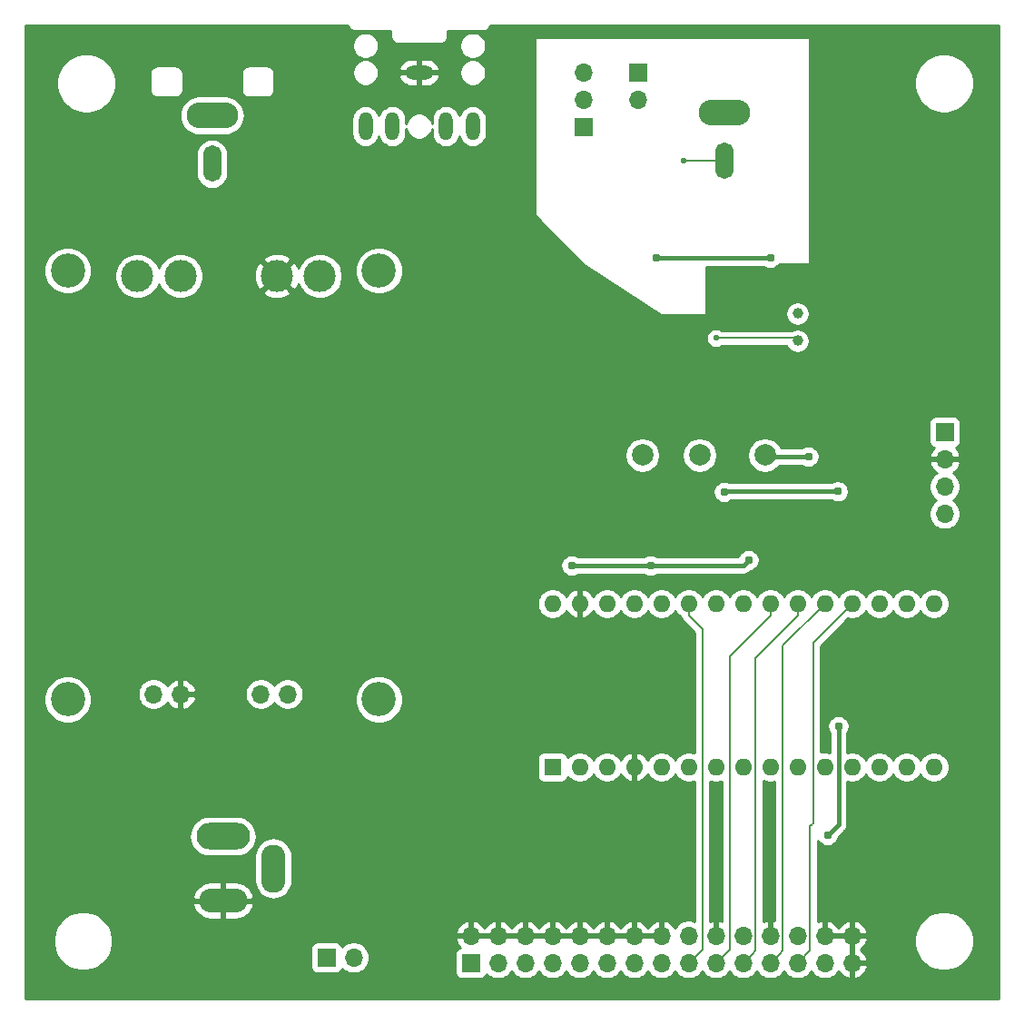
<source format=gbr>
%TF.GenerationSoftware,KiCad,Pcbnew,5.1.5+dfsg1-2build2*%
%TF.CreationDate,2022-03-24T11:55:02-04:00*%
%TF.ProjectId,Arduino controlled radio,41726475-696e-46f2-9063-6f6e74726f6c,rev?*%
%TF.SameCoordinates,Original*%
%TF.FileFunction,Copper,L2,Bot*%
%TF.FilePolarity,Positive*%
%FSLAX46Y46*%
G04 Gerber Fmt 4.6, Leading zero omitted, Abs format (unit mm)*
G04 Created by KiCad (PCBNEW 5.1.5+dfsg1-2build2) date 2022-03-24 11:55:02*
%MOMM*%
%LPD*%
G04 APERTURE LIST*
%TA.AperFunction,ComponentPad*%
%ADD10O,1.700000X1.700000*%
%TD*%
%TA.AperFunction,ComponentPad*%
%ADD11R,1.700000X1.700000*%
%TD*%
%TA.AperFunction,ComponentPad*%
%ADD12C,3.000000*%
%TD*%
%TA.AperFunction,WasherPad*%
%ADD13C,3.200000*%
%TD*%
%TA.AperFunction,ComponentPad*%
%ADD14O,1.600000X1.600000*%
%TD*%
%TA.AperFunction,ComponentPad*%
%ADD15R,1.600000X1.600000*%
%TD*%
%TA.AperFunction,ComponentPad*%
%ADD16C,1.000000*%
%TD*%
%TA.AperFunction,ComponentPad*%
%ADD17O,4.800001X2.400000*%
%TD*%
%TA.AperFunction,ComponentPad*%
%ADD18O,1.700000X3.400001*%
%TD*%
%TA.AperFunction,ComponentPad*%
%ADD19O,2.616000X1.308000*%
%TD*%
%TA.AperFunction,ComponentPad*%
%ADD20O,1.308000X2.616000*%
%TD*%
%TA.AperFunction,ComponentPad*%
%ADD21C,2.000000*%
%TD*%
%TA.AperFunction,ComponentPad*%
%ADD22O,5.000000X2.500000*%
%TD*%
%TA.AperFunction,ComponentPad*%
%ADD23O,4.500000X2.250000*%
%TD*%
%TA.AperFunction,ComponentPad*%
%ADD24O,2.250000X4.500000*%
%TD*%
%TA.AperFunction,ViaPad*%
%ADD25C,0.779400*%
%TD*%
%TA.AperFunction,ViaPad*%
%ADD26C,0.558800*%
%TD*%
%TA.AperFunction,Conductor*%
%ADD27C,0.381000*%
%TD*%
%TA.AperFunction,Conductor*%
%ADD28C,0.203200*%
%TD*%
%TA.AperFunction,Conductor*%
%ADD29C,0.254000*%
%TD*%
G04 APERTURE END LIST*
D10*
%TO.P,J2,30*%
%TO.N,GNDREF*%
X161544000Y-123698000D03*
%TO.P,J2,29*%
X161544000Y-126238000D03*
%TO.P,J2,28*%
X159004000Y-123698000D03*
%TO.P,J2,27*%
%TO.N,Net-(J2-Pad27)*%
X159004000Y-126238000D03*
%TO.P,J2,26*%
%TO.N,+5V*%
X156464000Y-123698000D03*
%TO.P,J2,25*%
%TO.N,Net-(A1-Pad19)*%
X156464000Y-126238000D03*
%TO.P,J2,24*%
%TO.N,GNDREF*%
X153924000Y-123698000D03*
%TO.P,J2,23*%
%TO.N,Net-(A1-Pad20)*%
X153924000Y-126238000D03*
%TO.P,J2,22*%
%TO.N,+5V*%
X151384000Y-123698000D03*
%TO.P,J2,21*%
%TO.N,Net-(A1-Pad21)*%
X151384000Y-126238000D03*
%TO.P,J2,20*%
%TO.N,GNDREF*%
X148844000Y-123698000D03*
%TO.P,J2,19*%
%TO.N,Net-(A1-Pad22)*%
X148844000Y-126238000D03*
%TO.P,J2,18*%
%TO.N,+5V*%
X146304000Y-123698000D03*
%TO.P,J2,17*%
%TO.N,Net-(A1-Pad25)*%
X146304000Y-126238000D03*
%TO.P,J2,16*%
%TO.N,GNDREF*%
X143764000Y-123698000D03*
%TO.P,J2,15*%
%TO.N,Net-(A1-Pad13)*%
X143764000Y-126238000D03*
%TO.P,J2,14*%
%TO.N,GNDREF*%
X141224000Y-123698000D03*
%TO.P,J2,13*%
%TO.N,Net-(A1-Pad12)*%
X141224000Y-126238000D03*
%TO.P,J2,12*%
%TO.N,GNDREF*%
X138684000Y-123698000D03*
%TO.P,J2,11*%
%TO.N,Net-(A1-Pad11)*%
X138684000Y-126238000D03*
%TO.P,J2,10*%
%TO.N,GNDREF*%
X136144000Y-123698000D03*
%TO.P,J2,9*%
%TO.N,Net-(A1-Pad10)*%
X136144000Y-126238000D03*
%TO.P,J2,8*%
%TO.N,GNDREF*%
X133604000Y-123698000D03*
%TO.P,J2,7*%
%TO.N,Net-(A1-Pad9)*%
X133604000Y-126238000D03*
%TO.P,J2,6*%
%TO.N,GNDREF*%
X131064000Y-123698000D03*
%TO.P,J2,5*%
%TO.N,Net-(A1-Pad8)*%
X131064000Y-126238000D03*
%TO.P,J2,4*%
%TO.N,GNDREF*%
X128524000Y-123698000D03*
%TO.P,J2,3*%
%TO.N,Net-(A1-Pad7)*%
X128524000Y-126238000D03*
%TO.P,J2,2*%
%TO.N,GNDREF*%
X125984000Y-123698000D03*
D11*
%TO.P,J2,1*%
%TO.N,Net-(A1-Pad6)*%
X125984000Y-126238000D03*
%TD*%
D12*
%TO.P,U4,5*%
%TO.N,+12V*%
X111896000Y-62148000D03*
%TO.P,U4,6*%
%TO.N,GNDREF*%
X107896000Y-62148000D03*
%TO.P,U4,8*%
%TO.N,Net-(J8-Pad2)*%
X98896000Y-62148000D03*
%TO.P,U4,7*%
%TO.N,Net-(J8-Pad1)*%
X94896000Y-62148000D03*
D10*
%TO.P,U4,4*%
%TO.N,Net-(U4-Pad4)*%
X108896000Y-101148000D03*
%TO.P,U4,3*%
%TO.N,Net-(U4-Pad3)*%
X106396000Y-101148000D03*
%TO.P,U4,2*%
%TO.N,GNDREF*%
X98896000Y-101148000D03*
%TO.P,U4,1*%
%TO.N,Net-(R17-Pad2)*%
X96396000Y-101148000D03*
D13*
%TO.P,U4,*%
%TO.N,*%
X88396000Y-61648000D03*
X88396000Y-101648000D03*
X117396000Y-61648000D03*
X117396000Y-101648000D03*
%TD*%
D14*
%TO.P,A1,16*%
%TO.N,Net-(A1-Pad16)*%
X169164000Y-92710000D03*
%TO.P,A1,15*%
%TO.N,HC-06RxD*%
X169164000Y-107950000D03*
%TO.P,A1,30*%
%TO.N,+12V*%
X133604000Y-92710000D03*
%TO.P,A1,14*%
%TO.N,HC-06TxD*%
X166624000Y-107950000D03*
%TO.P,A1,29*%
%TO.N,GNDREF*%
X136144000Y-92710000D03*
%TO.P,A1,13*%
%TO.N,Net-(A1-Pad13)*%
X164084000Y-107950000D03*
%TO.P,A1,28*%
%TO.N,Net-(A1-Pad28)*%
X138684000Y-92710000D03*
%TO.P,A1,12*%
%TO.N,Net-(A1-Pad12)*%
X161544000Y-107950000D03*
%TO.P,A1,27*%
%TO.N,+5V*%
X141224000Y-92710000D03*
%TO.P,A1,11*%
%TO.N,Net-(A1-Pad11)*%
X159004000Y-107950000D03*
%TO.P,A1,26*%
%TO.N,Net-(A1-Pad26)*%
X143764000Y-92710000D03*
%TO.P,A1,10*%
%TO.N,Net-(A1-Pad10)*%
X156464000Y-107950000D03*
%TO.P,A1,25*%
%TO.N,Net-(A1-Pad25)*%
X146304000Y-92710000D03*
%TO.P,A1,9*%
%TO.N,Net-(A1-Pad9)*%
X153924000Y-107950000D03*
%TO.P,A1,24*%
%TO.N,Net-(A1-Pad24)*%
X148844000Y-92710000D03*
%TO.P,A1,8*%
%TO.N,Net-(A1-Pad8)*%
X151384000Y-107950000D03*
%TO.P,A1,23*%
%TO.N,Net-(A1-Pad23)*%
X151384000Y-92710000D03*
%TO.P,A1,7*%
%TO.N,Net-(A1-Pad7)*%
X148844000Y-107950000D03*
%TO.P,A1,22*%
%TO.N,Net-(A1-Pad22)*%
X153924000Y-92710000D03*
%TO.P,A1,6*%
%TO.N,Net-(A1-Pad6)*%
X146304000Y-107950000D03*
%TO.P,A1,21*%
%TO.N,Net-(A1-Pad21)*%
X156464000Y-92710000D03*
%TO.P,A1,5*%
%TO.N,Net-(A1-Pad5)*%
X143764000Y-107950000D03*
%TO.P,A1,20*%
%TO.N,Net-(A1-Pad20)*%
X159004000Y-92710000D03*
%TO.P,A1,4*%
%TO.N,GNDREF*%
X141224000Y-107950000D03*
%TO.P,A1,19*%
%TO.N,Net-(A1-Pad19)*%
X161544000Y-92710000D03*
%TO.P,A1,3*%
%TO.N,Net-(A1-Pad3)*%
X138684000Y-107950000D03*
%TO.P,A1,18*%
%TO.N,Net-(A1-Pad18)*%
X164084000Y-92710000D03*
%TO.P,A1,2*%
%TO.N,Net-(A1-Pad2)*%
X136144000Y-107950000D03*
%TO.P,A1,17*%
%TO.N,+3V3*%
X166624000Y-92710000D03*
D15*
%TO.P,A1,1*%
%TO.N,Net-(A1-Pad1)*%
X133604000Y-107950000D03*
%TD*%
D16*
%TO.P,Y1,2*%
%TO.N,Net-(C4-Pad1)*%
X156464000Y-65659000D03*
%TO.P,Y1,1*%
%TO.N,Net-(C3-Pad1)*%
X156464000Y-68199000D03*
%TD*%
D17*
%TO.P,J8,2*%
%TO.N,Net-(J8-Pad2)*%
X101854000Y-47180000D03*
D18*
%TO.P,J8,1*%
%TO.N,Net-(J8-Pad1)*%
X101854000Y-51680000D03*
%TD*%
D19*
%TO.P,J7,1*%
%TO.N,GNDREF*%
X121158000Y-43180000D03*
D20*
%TO.P,J7,2*%
%TO.N,Net-(C13-Pad1)*%
X116158000Y-48180000D03*
%TO.P,J7,4*%
%TO.N,Net-(J7-Pad4)*%
X118658000Y-48180000D03*
%TO.P,J7,5*%
%TO.N,Net-(J7-Pad5)*%
X123658000Y-48180000D03*
%TO.P,J7,3*%
%TO.N,Net-(C14-Pad1)*%
X126158000Y-48180000D03*
%TD*%
D21*
%TO.P,TP2,1*%
%TO.N,Net-(Q3-Pad1)*%
X147320000Y-78867000D03*
%TD*%
D10*
%TO.P,J4,4*%
%TO.N,Net-(J4-Pad4)*%
X170180000Y-84328000D03*
%TO.P,J4,3*%
%TO.N,HC-06RxD*%
X170180000Y-81788000D03*
%TO.P,J4,2*%
%TO.N,GNDREF*%
X170180000Y-79248000D03*
D11*
%TO.P,J4,1*%
%TO.N,+5V*%
X170180000Y-76708000D03*
%TD*%
D22*
%TO.P,J1,1*%
%TO.N,Net-(J1-Pad1)*%
X102870000Y-114404000D03*
D23*
%TO.P,J1,2*%
%TO.N,GNDREF*%
X102870000Y-120404000D03*
D24*
%TO.P,J1,3*%
%TO.N,N/C*%
X107570000Y-117404000D03*
%TD*%
D21*
%TO.P,TP3,1*%
%TO.N,Net-(C2-Pad1)*%
X141986000Y-78867000D03*
%TD*%
D10*
%TO.P,J6,2*%
%TO.N,GNDA*%
X141605000Y-45720000D03*
D11*
%TO.P,J6,1*%
%TO.N,Net-(C8-Pad1)*%
X141605000Y-43180000D03*
%TD*%
D21*
%TO.P,TP1,1*%
%TO.N,Net-(Q1-Pad1)*%
X153416000Y-78867000D03*
%TD*%
D10*
%TO.P,JP1,3*%
%TO.N,Net-(C8-Pad1)*%
X136525000Y-43180000D03*
%TO.P,JP1,2*%
%TO.N,Net-(C7-Pad1)*%
X136525000Y-45720000D03*
D11*
%TO.P,JP1,1*%
%TO.N,Net-(JP1-Pad1)*%
X136525000Y-48260000D03*
%TD*%
D10*
%TO.P,J3,2*%
%TO.N,+12V*%
X115062000Y-125730000D03*
D11*
%TO.P,J3,1*%
%TO.N,Net-(J1-Pad1)*%
X112522000Y-125730000D03*
%TD*%
D17*
%TO.P,J5,2*%
%TO.N,GNDA*%
X149606000Y-46926000D03*
D18*
%TO.P,J5,1*%
%TO.N,Net-(C9-Pad1)*%
X149606000Y-51426000D03*
%TD*%
D25*
%TO.N,GNDREF*%
X141839750Y-73513750D03*
X154051000Y-74041000D03*
X157988000Y-67056000D03*
X124815600Y-65684400D03*
X166370000Y-114300000D03*
X159766000Y-117094000D03*
X148844000Y-120650000D03*
X153924000Y-120650000D03*
X146177000Y-120650000D03*
%TO.N,+5V*%
X160210500Y-82232500D03*
X149606000Y-82296000D03*
X160274000Y-104140000D03*
X159258000Y-114300000D03*
X143256000Y-60452000D03*
X153924000Y-60452000D03*
D26*
%TO.N,Net-(C3-Pad1)*%
X148844000Y-67945000D03*
%TO.N,Net-(C9-Pad1)*%
X145796000Y-51435000D03*
D25*
%TO.N,+3V3*%
X151892000Y-88646000D03*
X142748000Y-89154000D03*
X135382000Y-89154000D03*
%TO.N,Net-(Q1-Pad1)*%
X157480000Y-78994000D03*
%TD*%
D27*
%TO.N,+5V*%
X149669500Y-82232500D02*
X149606000Y-82296000D01*
X160210500Y-82232500D02*
X149669500Y-82232500D01*
X160274000Y-104140000D02*
X160274000Y-113284000D01*
X160274000Y-113284000D02*
X159258000Y-114300000D01*
X143256000Y-60452000D02*
X153924000Y-60452000D01*
D28*
%TO.N,Net-(C3-Pad1)*%
X148844000Y-67945000D02*
X156210000Y-67945000D01*
X156210000Y-67945000D02*
X156464000Y-68199000D01*
%TO.N,Net-(C9-Pad1)*%
X149597000Y-51435000D02*
X149606000Y-51426000D01*
X145796000Y-51435000D02*
X149597000Y-51435000D01*
%TO.N,Net-(A1-Pad25)*%
X146304000Y-93841370D02*
X147574000Y-95111370D01*
X146304000Y-92710000D02*
X146304000Y-93841370D01*
X147574000Y-124968000D02*
X146304000Y-126238000D01*
X147574000Y-95111370D02*
X147574000Y-124968000D01*
%TO.N,Net-(A1-Pad22)*%
X150114000Y-124968000D02*
X148844000Y-126238000D01*
X150114000Y-97651370D02*
X150114000Y-124968000D01*
X153924000Y-93841370D02*
X150114000Y-97651370D01*
X153924000Y-92710000D02*
X153924000Y-93841370D01*
%TO.N,Net-(A1-Pad21)*%
X156464000Y-93841370D02*
X152832870Y-97472500D01*
X156464000Y-92710000D02*
X156464000Y-93841370D01*
X152832870Y-97472500D02*
X152832870Y-97484130D01*
X152233999Y-125388001D02*
X151384000Y-126238000D01*
X152535601Y-125086399D02*
X152233999Y-125388001D01*
X152535601Y-97781399D02*
X152535601Y-125086399D01*
X152832870Y-97484130D02*
X152535601Y-97781399D01*
%TO.N,Net-(A1-Pad20)*%
X154773999Y-125388001D02*
X153924000Y-126238000D01*
X155075601Y-125086399D02*
X154773999Y-125388001D01*
X155075601Y-96638399D02*
X155075601Y-125086399D01*
X159004000Y-92710000D02*
X155075601Y-96638399D01*
%TO.N,Net-(A1-Pad19)*%
X157902399Y-96351601D02*
X157902399Y-113242601D01*
X161544000Y-92710000D02*
X157902399Y-96351601D01*
X157615601Y-113465899D02*
X157797500Y-113284000D01*
X157615601Y-125086399D02*
X157615601Y-113465899D01*
X156464000Y-126238000D02*
X157615601Y-125086399D01*
X157797500Y-113284000D02*
X157797500Y-113347500D01*
X157902399Y-113242601D02*
X157797500Y-113284000D01*
D27*
%TO.N,+3V3*%
X151384000Y-89154000D02*
X142748000Y-89154000D01*
X151892000Y-88646000D02*
X151384000Y-89154000D01*
X142748000Y-89154000D02*
X135382000Y-89154000D01*
%TO.N,Net-(Q1-Pad1)*%
X153543000Y-78994000D02*
X153416000Y-78867000D01*
X157480000Y-78994000D02*
X153543000Y-78994000D01*
%TD*%
D29*
%TO.N,GNDREF*%
G36*
X114532139Y-38804491D02*
G01*
X114568452Y-38924199D01*
X114627421Y-39034522D01*
X114706780Y-39131220D01*
X114803478Y-39210579D01*
X114913801Y-39269548D01*
X115033509Y-39305861D01*
X115126809Y-39315050D01*
X118522950Y-39315050D01*
X118522950Y-39848808D01*
X118519878Y-39880000D01*
X118532139Y-40004491D01*
X118568452Y-40124199D01*
X118627421Y-40234522D01*
X118697378Y-40319764D01*
X118706780Y-40331220D01*
X118803478Y-40410579D01*
X118913801Y-40469548D01*
X119033509Y-40505861D01*
X119158000Y-40518122D01*
X119189191Y-40515050D01*
X123126809Y-40515050D01*
X123158000Y-40518122D01*
X123189191Y-40515050D01*
X123282491Y-40505861D01*
X123402199Y-40469548D01*
X123512522Y-40410579D01*
X123609220Y-40331220D01*
X123688579Y-40234522D01*
X123747548Y-40124199D01*
X123783861Y-40004491D01*
X123796122Y-39880000D01*
X123793050Y-39848809D01*
X123793050Y-39315050D01*
X127189191Y-39315050D01*
X127282491Y-39305861D01*
X127402199Y-39269548D01*
X127512522Y-39210579D01*
X127609220Y-39131220D01*
X127688579Y-39034522D01*
X127747548Y-38924199D01*
X127783861Y-38804491D01*
X127788243Y-38760000D01*
X175235000Y-38760000D01*
X175235001Y-129515000D01*
X84480000Y-129515000D01*
X84480000Y-123900701D01*
X87035000Y-123900701D01*
X87035000Y-124449299D01*
X87142026Y-124987354D01*
X87351965Y-125494192D01*
X87656750Y-125950334D01*
X88044666Y-126338250D01*
X88500808Y-126643035D01*
X89007646Y-126852974D01*
X89545701Y-126960000D01*
X90094299Y-126960000D01*
X90632354Y-126852974D01*
X91139192Y-126643035D01*
X91595334Y-126338250D01*
X91983250Y-125950334D01*
X92288035Y-125494192D01*
X92497974Y-124987354D01*
X92519328Y-124880000D01*
X111033928Y-124880000D01*
X111033928Y-126580000D01*
X111046188Y-126704482D01*
X111082498Y-126824180D01*
X111141463Y-126934494D01*
X111220815Y-127031185D01*
X111317506Y-127110537D01*
X111427820Y-127169502D01*
X111547518Y-127205812D01*
X111672000Y-127218072D01*
X113372000Y-127218072D01*
X113496482Y-127205812D01*
X113616180Y-127169502D01*
X113726494Y-127110537D01*
X113823185Y-127031185D01*
X113902537Y-126934494D01*
X113961502Y-126824180D01*
X113983513Y-126751620D01*
X114115368Y-126883475D01*
X114358589Y-127045990D01*
X114628842Y-127157932D01*
X114915740Y-127215000D01*
X115208260Y-127215000D01*
X115495158Y-127157932D01*
X115765411Y-127045990D01*
X116008632Y-126883475D01*
X116215475Y-126676632D01*
X116377990Y-126433411D01*
X116489932Y-126163158D01*
X116547000Y-125876260D01*
X116547000Y-125583740D01*
X116508065Y-125388000D01*
X124495928Y-125388000D01*
X124495928Y-127088000D01*
X124508188Y-127212482D01*
X124544498Y-127332180D01*
X124603463Y-127442494D01*
X124682815Y-127539185D01*
X124779506Y-127618537D01*
X124889820Y-127677502D01*
X125009518Y-127713812D01*
X125134000Y-127726072D01*
X126834000Y-127726072D01*
X126958482Y-127713812D01*
X127078180Y-127677502D01*
X127188494Y-127618537D01*
X127285185Y-127539185D01*
X127364537Y-127442494D01*
X127423502Y-127332180D01*
X127445513Y-127259620D01*
X127577368Y-127391475D01*
X127820589Y-127553990D01*
X128090842Y-127665932D01*
X128377740Y-127723000D01*
X128670260Y-127723000D01*
X128957158Y-127665932D01*
X129227411Y-127553990D01*
X129470632Y-127391475D01*
X129677475Y-127184632D01*
X129794000Y-127010240D01*
X129910525Y-127184632D01*
X130117368Y-127391475D01*
X130360589Y-127553990D01*
X130630842Y-127665932D01*
X130917740Y-127723000D01*
X131210260Y-127723000D01*
X131497158Y-127665932D01*
X131767411Y-127553990D01*
X132010632Y-127391475D01*
X132217475Y-127184632D01*
X132334000Y-127010240D01*
X132450525Y-127184632D01*
X132657368Y-127391475D01*
X132900589Y-127553990D01*
X133170842Y-127665932D01*
X133457740Y-127723000D01*
X133750260Y-127723000D01*
X134037158Y-127665932D01*
X134307411Y-127553990D01*
X134550632Y-127391475D01*
X134757475Y-127184632D01*
X134874000Y-127010240D01*
X134990525Y-127184632D01*
X135197368Y-127391475D01*
X135440589Y-127553990D01*
X135710842Y-127665932D01*
X135997740Y-127723000D01*
X136290260Y-127723000D01*
X136577158Y-127665932D01*
X136847411Y-127553990D01*
X137090632Y-127391475D01*
X137297475Y-127184632D01*
X137414000Y-127010240D01*
X137530525Y-127184632D01*
X137737368Y-127391475D01*
X137980589Y-127553990D01*
X138250842Y-127665932D01*
X138537740Y-127723000D01*
X138830260Y-127723000D01*
X139117158Y-127665932D01*
X139387411Y-127553990D01*
X139630632Y-127391475D01*
X139837475Y-127184632D01*
X139954000Y-127010240D01*
X140070525Y-127184632D01*
X140277368Y-127391475D01*
X140520589Y-127553990D01*
X140790842Y-127665932D01*
X141077740Y-127723000D01*
X141370260Y-127723000D01*
X141657158Y-127665932D01*
X141927411Y-127553990D01*
X142170632Y-127391475D01*
X142377475Y-127184632D01*
X142494000Y-127010240D01*
X142610525Y-127184632D01*
X142817368Y-127391475D01*
X143060589Y-127553990D01*
X143330842Y-127665932D01*
X143617740Y-127723000D01*
X143910260Y-127723000D01*
X144197158Y-127665932D01*
X144467411Y-127553990D01*
X144710632Y-127391475D01*
X144917475Y-127184632D01*
X145034000Y-127010240D01*
X145150525Y-127184632D01*
X145357368Y-127391475D01*
X145600589Y-127553990D01*
X145870842Y-127665932D01*
X146157740Y-127723000D01*
X146450260Y-127723000D01*
X146737158Y-127665932D01*
X147007411Y-127553990D01*
X147250632Y-127391475D01*
X147457475Y-127184632D01*
X147574000Y-127010240D01*
X147690525Y-127184632D01*
X147897368Y-127391475D01*
X148140589Y-127553990D01*
X148410842Y-127665932D01*
X148697740Y-127723000D01*
X148990260Y-127723000D01*
X149277158Y-127665932D01*
X149547411Y-127553990D01*
X149790632Y-127391475D01*
X149997475Y-127184632D01*
X150114000Y-127010240D01*
X150230525Y-127184632D01*
X150437368Y-127391475D01*
X150680589Y-127553990D01*
X150950842Y-127665932D01*
X151237740Y-127723000D01*
X151530260Y-127723000D01*
X151817158Y-127665932D01*
X152087411Y-127553990D01*
X152330632Y-127391475D01*
X152537475Y-127184632D01*
X152654000Y-127010240D01*
X152770525Y-127184632D01*
X152977368Y-127391475D01*
X153220589Y-127553990D01*
X153490842Y-127665932D01*
X153777740Y-127723000D01*
X154070260Y-127723000D01*
X154357158Y-127665932D01*
X154627411Y-127553990D01*
X154870632Y-127391475D01*
X155077475Y-127184632D01*
X155194000Y-127010240D01*
X155310525Y-127184632D01*
X155517368Y-127391475D01*
X155760589Y-127553990D01*
X156030842Y-127665932D01*
X156317740Y-127723000D01*
X156610260Y-127723000D01*
X156897158Y-127665932D01*
X157167411Y-127553990D01*
X157410632Y-127391475D01*
X157617475Y-127184632D01*
X157734000Y-127010240D01*
X157850525Y-127184632D01*
X158057368Y-127391475D01*
X158300589Y-127553990D01*
X158570842Y-127665932D01*
X158857740Y-127723000D01*
X159150260Y-127723000D01*
X159437158Y-127665932D01*
X159707411Y-127553990D01*
X159950632Y-127391475D01*
X160157475Y-127184632D01*
X160279195Y-127002466D01*
X160348822Y-127119355D01*
X160543731Y-127335588D01*
X160777080Y-127509641D01*
X161039901Y-127634825D01*
X161187110Y-127679476D01*
X161417000Y-127558155D01*
X161417000Y-126365000D01*
X161671000Y-126365000D01*
X161671000Y-127558155D01*
X161900890Y-127679476D01*
X162048099Y-127634825D01*
X162310920Y-127509641D01*
X162544269Y-127335588D01*
X162739178Y-127119355D01*
X162888157Y-126869252D01*
X162985481Y-126594891D01*
X162864814Y-126365000D01*
X161671000Y-126365000D01*
X161417000Y-126365000D01*
X161397000Y-126365000D01*
X161397000Y-126111000D01*
X161417000Y-126111000D01*
X161417000Y-123825000D01*
X161671000Y-123825000D01*
X161671000Y-126111000D01*
X162864814Y-126111000D01*
X162985481Y-125881109D01*
X162888157Y-125606748D01*
X162739178Y-125356645D01*
X162544269Y-125140412D01*
X162313120Y-124968000D01*
X162544269Y-124795588D01*
X162739178Y-124579355D01*
X162888157Y-124329252D01*
X162985481Y-124054891D01*
X162904549Y-123900701D01*
X167335000Y-123900701D01*
X167335000Y-124449299D01*
X167442026Y-124987354D01*
X167651965Y-125494192D01*
X167956750Y-125950334D01*
X168344666Y-126338250D01*
X168800808Y-126643035D01*
X169307646Y-126852974D01*
X169845701Y-126960000D01*
X170394299Y-126960000D01*
X170932354Y-126852974D01*
X171439192Y-126643035D01*
X171895334Y-126338250D01*
X172283250Y-125950334D01*
X172588035Y-125494192D01*
X172797974Y-124987354D01*
X172905000Y-124449299D01*
X172905000Y-123900701D01*
X172797974Y-123362646D01*
X172588035Y-122855808D01*
X172283250Y-122399666D01*
X171895334Y-122011750D01*
X171439192Y-121706965D01*
X170932354Y-121497026D01*
X170394299Y-121390000D01*
X169845701Y-121390000D01*
X169307646Y-121497026D01*
X168800808Y-121706965D01*
X168344666Y-122011750D01*
X167956750Y-122399666D01*
X167651965Y-122855808D01*
X167442026Y-123362646D01*
X167335000Y-123900701D01*
X162904549Y-123900701D01*
X162864814Y-123825000D01*
X161671000Y-123825000D01*
X161417000Y-123825000D01*
X159131000Y-123825000D01*
X159131000Y-123845000D01*
X158877000Y-123845000D01*
X158877000Y-123825000D01*
X158857000Y-123825000D01*
X158857000Y-123571000D01*
X158877000Y-123571000D01*
X158877000Y-122377845D01*
X159131000Y-122377845D01*
X159131000Y-123571000D01*
X161417000Y-123571000D01*
X161417000Y-122377845D01*
X161671000Y-122377845D01*
X161671000Y-123571000D01*
X162864814Y-123571000D01*
X162985481Y-123341109D01*
X162888157Y-123066748D01*
X162739178Y-122816645D01*
X162544269Y-122600412D01*
X162310920Y-122426359D01*
X162048099Y-122301175D01*
X161900890Y-122256524D01*
X161671000Y-122377845D01*
X161417000Y-122377845D01*
X161187110Y-122256524D01*
X161039901Y-122301175D01*
X160777080Y-122426359D01*
X160543731Y-122600412D01*
X160348822Y-122816645D01*
X160274000Y-122942255D01*
X160199178Y-122816645D01*
X160004269Y-122600412D01*
X159770920Y-122426359D01*
X159508099Y-122301175D01*
X159360890Y-122256524D01*
X159131000Y-122377845D01*
X158877000Y-122377845D01*
X158647110Y-122256524D01*
X158499901Y-122301175D01*
X158352201Y-122371526D01*
X158352201Y-114788786D01*
X158462064Y-114953208D01*
X158604792Y-115095936D01*
X158772623Y-115208077D01*
X158959106Y-115285321D01*
X159157076Y-115324700D01*
X159358924Y-115324700D01*
X159556894Y-115285321D01*
X159743377Y-115208077D01*
X159911208Y-115095936D01*
X160053936Y-114953208D01*
X160166077Y-114785377D01*
X160243321Y-114598894D01*
X160272319Y-114453114D01*
X160829039Y-113896394D01*
X160860541Y-113870541D01*
X160919660Y-113798504D01*
X160963699Y-113744843D01*
X161040353Y-113601434D01*
X161050723Y-113567247D01*
X161087556Y-113445826D01*
X161099500Y-113324553D01*
X161099500Y-113324551D01*
X161103494Y-113284000D01*
X161099500Y-113243450D01*
X161099500Y-109319114D01*
X161125426Y-109329853D01*
X161402665Y-109385000D01*
X161685335Y-109385000D01*
X161962574Y-109329853D01*
X162223727Y-109221680D01*
X162458759Y-109064637D01*
X162658637Y-108864759D01*
X162814000Y-108632241D01*
X162969363Y-108864759D01*
X163169241Y-109064637D01*
X163404273Y-109221680D01*
X163665426Y-109329853D01*
X163942665Y-109385000D01*
X164225335Y-109385000D01*
X164502574Y-109329853D01*
X164763727Y-109221680D01*
X164998759Y-109064637D01*
X165198637Y-108864759D01*
X165354000Y-108632241D01*
X165509363Y-108864759D01*
X165709241Y-109064637D01*
X165944273Y-109221680D01*
X166205426Y-109329853D01*
X166482665Y-109385000D01*
X166765335Y-109385000D01*
X167042574Y-109329853D01*
X167303727Y-109221680D01*
X167538759Y-109064637D01*
X167738637Y-108864759D01*
X167894000Y-108632241D01*
X168049363Y-108864759D01*
X168249241Y-109064637D01*
X168484273Y-109221680D01*
X168745426Y-109329853D01*
X169022665Y-109385000D01*
X169305335Y-109385000D01*
X169582574Y-109329853D01*
X169843727Y-109221680D01*
X170078759Y-109064637D01*
X170278637Y-108864759D01*
X170435680Y-108629727D01*
X170543853Y-108368574D01*
X170599000Y-108091335D01*
X170599000Y-107808665D01*
X170543853Y-107531426D01*
X170435680Y-107270273D01*
X170278637Y-107035241D01*
X170078759Y-106835363D01*
X169843727Y-106678320D01*
X169582574Y-106570147D01*
X169305335Y-106515000D01*
X169022665Y-106515000D01*
X168745426Y-106570147D01*
X168484273Y-106678320D01*
X168249241Y-106835363D01*
X168049363Y-107035241D01*
X167894000Y-107267759D01*
X167738637Y-107035241D01*
X167538759Y-106835363D01*
X167303727Y-106678320D01*
X167042574Y-106570147D01*
X166765335Y-106515000D01*
X166482665Y-106515000D01*
X166205426Y-106570147D01*
X165944273Y-106678320D01*
X165709241Y-106835363D01*
X165509363Y-107035241D01*
X165354000Y-107267759D01*
X165198637Y-107035241D01*
X164998759Y-106835363D01*
X164763727Y-106678320D01*
X164502574Y-106570147D01*
X164225335Y-106515000D01*
X163942665Y-106515000D01*
X163665426Y-106570147D01*
X163404273Y-106678320D01*
X163169241Y-106835363D01*
X162969363Y-107035241D01*
X162814000Y-107267759D01*
X162658637Y-107035241D01*
X162458759Y-106835363D01*
X162223727Y-106678320D01*
X161962574Y-106570147D01*
X161685335Y-106515000D01*
X161402665Y-106515000D01*
X161125426Y-106570147D01*
X161099500Y-106580886D01*
X161099500Y-104748962D01*
X161182077Y-104625377D01*
X161259321Y-104438894D01*
X161298700Y-104240924D01*
X161298700Y-104039076D01*
X161259321Y-103841106D01*
X161182077Y-103654623D01*
X161069936Y-103486792D01*
X160927208Y-103344064D01*
X160759377Y-103231923D01*
X160572894Y-103154679D01*
X160374924Y-103115300D01*
X160173076Y-103115300D01*
X159975106Y-103154679D01*
X159788623Y-103231923D01*
X159620792Y-103344064D01*
X159478064Y-103486792D01*
X159365923Y-103654623D01*
X159288679Y-103841106D01*
X159249300Y-104039076D01*
X159249300Y-104240924D01*
X159288679Y-104438894D01*
X159365923Y-104625377D01*
X159448500Y-104748962D01*
X159448500Y-106580886D01*
X159422574Y-106570147D01*
X159145335Y-106515000D01*
X158862665Y-106515000D01*
X158638999Y-106559491D01*
X158638999Y-96656710D01*
X161192512Y-94103197D01*
X161402665Y-94145000D01*
X161685335Y-94145000D01*
X161962574Y-94089853D01*
X162223727Y-93981680D01*
X162458759Y-93824637D01*
X162658637Y-93624759D01*
X162814000Y-93392241D01*
X162969363Y-93624759D01*
X163169241Y-93824637D01*
X163404273Y-93981680D01*
X163665426Y-94089853D01*
X163942665Y-94145000D01*
X164225335Y-94145000D01*
X164502574Y-94089853D01*
X164763727Y-93981680D01*
X164998759Y-93824637D01*
X165198637Y-93624759D01*
X165354000Y-93392241D01*
X165509363Y-93624759D01*
X165709241Y-93824637D01*
X165944273Y-93981680D01*
X166205426Y-94089853D01*
X166482665Y-94145000D01*
X166765335Y-94145000D01*
X167042574Y-94089853D01*
X167303727Y-93981680D01*
X167538759Y-93824637D01*
X167738637Y-93624759D01*
X167894000Y-93392241D01*
X168049363Y-93624759D01*
X168249241Y-93824637D01*
X168484273Y-93981680D01*
X168745426Y-94089853D01*
X169022665Y-94145000D01*
X169305335Y-94145000D01*
X169582574Y-94089853D01*
X169843727Y-93981680D01*
X170078759Y-93824637D01*
X170278637Y-93624759D01*
X170435680Y-93389727D01*
X170543853Y-93128574D01*
X170599000Y-92851335D01*
X170599000Y-92568665D01*
X170543853Y-92291426D01*
X170435680Y-92030273D01*
X170278637Y-91795241D01*
X170078759Y-91595363D01*
X169843727Y-91438320D01*
X169582574Y-91330147D01*
X169305335Y-91275000D01*
X169022665Y-91275000D01*
X168745426Y-91330147D01*
X168484273Y-91438320D01*
X168249241Y-91595363D01*
X168049363Y-91795241D01*
X167894000Y-92027759D01*
X167738637Y-91795241D01*
X167538759Y-91595363D01*
X167303727Y-91438320D01*
X167042574Y-91330147D01*
X166765335Y-91275000D01*
X166482665Y-91275000D01*
X166205426Y-91330147D01*
X165944273Y-91438320D01*
X165709241Y-91595363D01*
X165509363Y-91795241D01*
X165354000Y-92027759D01*
X165198637Y-91795241D01*
X164998759Y-91595363D01*
X164763727Y-91438320D01*
X164502574Y-91330147D01*
X164225335Y-91275000D01*
X163942665Y-91275000D01*
X163665426Y-91330147D01*
X163404273Y-91438320D01*
X163169241Y-91595363D01*
X162969363Y-91795241D01*
X162814000Y-92027759D01*
X162658637Y-91795241D01*
X162458759Y-91595363D01*
X162223727Y-91438320D01*
X161962574Y-91330147D01*
X161685335Y-91275000D01*
X161402665Y-91275000D01*
X161125426Y-91330147D01*
X160864273Y-91438320D01*
X160629241Y-91595363D01*
X160429363Y-91795241D01*
X160274000Y-92027759D01*
X160118637Y-91795241D01*
X159918759Y-91595363D01*
X159683727Y-91438320D01*
X159422574Y-91330147D01*
X159145335Y-91275000D01*
X158862665Y-91275000D01*
X158585426Y-91330147D01*
X158324273Y-91438320D01*
X158089241Y-91595363D01*
X157889363Y-91795241D01*
X157734000Y-92027759D01*
X157578637Y-91795241D01*
X157378759Y-91595363D01*
X157143727Y-91438320D01*
X156882574Y-91330147D01*
X156605335Y-91275000D01*
X156322665Y-91275000D01*
X156045426Y-91330147D01*
X155784273Y-91438320D01*
X155549241Y-91595363D01*
X155349363Y-91795241D01*
X155194000Y-92027759D01*
X155038637Y-91795241D01*
X154838759Y-91595363D01*
X154603727Y-91438320D01*
X154342574Y-91330147D01*
X154065335Y-91275000D01*
X153782665Y-91275000D01*
X153505426Y-91330147D01*
X153244273Y-91438320D01*
X153009241Y-91595363D01*
X152809363Y-91795241D01*
X152654000Y-92027759D01*
X152498637Y-91795241D01*
X152298759Y-91595363D01*
X152063727Y-91438320D01*
X151802574Y-91330147D01*
X151525335Y-91275000D01*
X151242665Y-91275000D01*
X150965426Y-91330147D01*
X150704273Y-91438320D01*
X150469241Y-91595363D01*
X150269363Y-91795241D01*
X150114000Y-92027759D01*
X149958637Y-91795241D01*
X149758759Y-91595363D01*
X149523727Y-91438320D01*
X149262574Y-91330147D01*
X148985335Y-91275000D01*
X148702665Y-91275000D01*
X148425426Y-91330147D01*
X148164273Y-91438320D01*
X147929241Y-91595363D01*
X147729363Y-91795241D01*
X147574000Y-92027759D01*
X147418637Y-91795241D01*
X147218759Y-91595363D01*
X146983727Y-91438320D01*
X146722574Y-91330147D01*
X146445335Y-91275000D01*
X146162665Y-91275000D01*
X145885426Y-91330147D01*
X145624273Y-91438320D01*
X145389241Y-91595363D01*
X145189363Y-91795241D01*
X145034000Y-92027759D01*
X144878637Y-91795241D01*
X144678759Y-91595363D01*
X144443727Y-91438320D01*
X144182574Y-91330147D01*
X143905335Y-91275000D01*
X143622665Y-91275000D01*
X143345426Y-91330147D01*
X143084273Y-91438320D01*
X142849241Y-91595363D01*
X142649363Y-91795241D01*
X142494000Y-92027759D01*
X142338637Y-91795241D01*
X142138759Y-91595363D01*
X141903727Y-91438320D01*
X141642574Y-91330147D01*
X141365335Y-91275000D01*
X141082665Y-91275000D01*
X140805426Y-91330147D01*
X140544273Y-91438320D01*
X140309241Y-91595363D01*
X140109363Y-91795241D01*
X139954000Y-92027759D01*
X139798637Y-91795241D01*
X139598759Y-91595363D01*
X139363727Y-91438320D01*
X139102574Y-91330147D01*
X138825335Y-91275000D01*
X138542665Y-91275000D01*
X138265426Y-91330147D01*
X138004273Y-91438320D01*
X137769241Y-91595363D01*
X137569363Y-91795241D01*
X137412320Y-92030273D01*
X137407933Y-92040865D01*
X137296385Y-91854869D01*
X137107414Y-91646481D01*
X136881420Y-91478963D01*
X136627087Y-91358754D01*
X136493039Y-91318096D01*
X136271000Y-91440085D01*
X136271000Y-92583000D01*
X136291000Y-92583000D01*
X136291000Y-92837000D01*
X136271000Y-92837000D01*
X136271000Y-93979915D01*
X136493039Y-94101904D01*
X136627087Y-94061246D01*
X136881420Y-93941037D01*
X137107414Y-93773519D01*
X137296385Y-93565131D01*
X137407933Y-93379135D01*
X137412320Y-93389727D01*
X137569363Y-93624759D01*
X137769241Y-93824637D01*
X138004273Y-93981680D01*
X138265426Y-94089853D01*
X138542665Y-94145000D01*
X138825335Y-94145000D01*
X139102574Y-94089853D01*
X139363727Y-93981680D01*
X139598759Y-93824637D01*
X139798637Y-93624759D01*
X139954000Y-93392241D01*
X140109363Y-93624759D01*
X140309241Y-93824637D01*
X140544273Y-93981680D01*
X140805426Y-94089853D01*
X141082665Y-94145000D01*
X141365335Y-94145000D01*
X141642574Y-94089853D01*
X141903727Y-93981680D01*
X142138759Y-93824637D01*
X142338637Y-93624759D01*
X142494000Y-93392241D01*
X142649363Y-93624759D01*
X142849241Y-93824637D01*
X143084273Y-93981680D01*
X143345426Y-94089853D01*
X143622665Y-94145000D01*
X143905335Y-94145000D01*
X144182574Y-94089853D01*
X144443727Y-93981680D01*
X144678759Y-93824637D01*
X144878637Y-93624759D01*
X145034000Y-93392241D01*
X145189363Y-93624759D01*
X145389241Y-93824637D01*
X145574372Y-93948338D01*
X145578059Y-93985769D01*
X145620179Y-94124619D01*
X145688577Y-94252583D01*
X145780626Y-94364745D01*
X145808732Y-94387811D01*
X146837400Y-95416480D01*
X146837400Y-106617710D01*
X146722574Y-106570147D01*
X146445335Y-106515000D01*
X146162665Y-106515000D01*
X145885426Y-106570147D01*
X145624273Y-106678320D01*
X145389241Y-106835363D01*
X145189363Y-107035241D01*
X145034000Y-107267759D01*
X144878637Y-107035241D01*
X144678759Y-106835363D01*
X144443727Y-106678320D01*
X144182574Y-106570147D01*
X143905335Y-106515000D01*
X143622665Y-106515000D01*
X143345426Y-106570147D01*
X143084273Y-106678320D01*
X142849241Y-106835363D01*
X142649363Y-107035241D01*
X142492320Y-107270273D01*
X142487933Y-107280865D01*
X142376385Y-107094869D01*
X142187414Y-106886481D01*
X141961420Y-106718963D01*
X141707087Y-106598754D01*
X141573039Y-106558096D01*
X141351000Y-106680085D01*
X141351000Y-107823000D01*
X141371000Y-107823000D01*
X141371000Y-108077000D01*
X141351000Y-108077000D01*
X141351000Y-109219915D01*
X141573039Y-109341904D01*
X141707087Y-109301246D01*
X141961420Y-109181037D01*
X142187414Y-109013519D01*
X142376385Y-108805131D01*
X142487933Y-108619135D01*
X142492320Y-108629727D01*
X142649363Y-108864759D01*
X142849241Y-109064637D01*
X143084273Y-109221680D01*
X143345426Y-109329853D01*
X143622665Y-109385000D01*
X143905335Y-109385000D01*
X144182574Y-109329853D01*
X144443727Y-109221680D01*
X144678759Y-109064637D01*
X144878637Y-108864759D01*
X145034000Y-108632241D01*
X145189363Y-108864759D01*
X145389241Y-109064637D01*
X145624273Y-109221680D01*
X145885426Y-109329853D01*
X146162665Y-109385000D01*
X146445335Y-109385000D01*
X146722574Y-109329853D01*
X146837400Y-109282290D01*
X146837401Y-122311590D01*
X146737158Y-122270068D01*
X146450260Y-122213000D01*
X146157740Y-122213000D01*
X145870842Y-122270068D01*
X145600589Y-122382010D01*
X145357368Y-122544525D01*
X145150525Y-122751368D01*
X145028805Y-122933534D01*
X144959178Y-122816645D01*
X144764269Y-122600412D01*
X144530920Y-122426359D01*
X144268099Y-122301175D01*
X144120890Y-122256524D01*
X143891000Y-122377845D01*
X143891000Y-123571000D01*
X143911000Y-123571000D01*
X143911000Y-123825000D01*
X143891000Y-123825000D01*
X143891000Y-123845000D01*
X143637000Y-123845000D01*
X143637000Y-123825000D01*
X141351000Y-123825000D01*
X141351000Y-123845000D01*
X141097000Y-123845000D01*
X141097000Y-123825000D01*
X138811000Y-123825000D01*
X138811000Y-123845000D01*
X138557000Y-123845000D01*
X138557000Y-123825000D01*
X136271000Y-123825000D01*
X136271000Y-123845000D01*
X136017000Y-123845000D01*
X136017000Y-123825000D01*
X133731000Y-123825000D01*
X133731000Y-123845000D01*
X133477000Y-123845000D01*
X133477000Y-123825000D01*
X131191000Y-123825000D01*
X131191000Y-123845000D01*
X130937000Y-123845000D01*
X130937000Y-123825000D01*
X128651000Y-123825000D01*
X128651000Y-123845000D01*
X128397000Y-123845000D01*
X128397000Y-123825000D01*
X126111000Y-123825000D01*
X126111000Y-123845000D01*
X125857000Y-123845000D01*
X125857000Y-123825000D01*
X124663186Y-123825000D01*
X124542519Y-124054891D01*
X124639843Y-124329252D01*
X124788822Y-124579355D01*
X124965626Y-124775502D01*
X124889820Y-124798498D01*
X124779506Y-124857463D01*
X124682815Y-124936815D01*
X124603463Y-125033506D01*
X124544498Y-125143820D01*
X124508188Y-125263518D01*
X124495928Y-125388000D01*
X116508065Y-125388000D01*
X116489932Y-125296842D01*
X116377990Y-125026589D01*
X116215475Y-124783368D01*
X116008632Y-124576525D01*
X115765411Y-124414010D01*
X115495158Y-124302068D01*
X115208260Y-124245000D01*
X114915740Y-124245000D01*
X114628842Y-124302068D01*
X114358589Y-124414010D01*
X114115368Y-124576525D01*
X113983513Y-124708380D01*
X113961502Y-124635820D01*
X113902537Y-124525506D01*
X113823185Y-124428815D01*
X113726494Y-124349463D01*
X113616180Y-124290498D01*
X113496482Y-124254188D01*
X113372000Y-124241928D01*
X111672000Y-124241928D01*
X111547518Y-124254188D01*
X111427820Y-124290498D01*
X111317506Y-124349463D01*
X111220815Y-124428815D01*
X111141463Y-124525506D01*
X111082498Y-124635820D01*
X111046188Y-124755518D01*
X111033928Y-124880000D01*
X92519328Y-124880000D01*
X92605000Y-124449299D01*
X92605000Y-123900701D01*
X92497974Y-123362646D01*
X92489054Y-123341109D01*
X124542519Y-123341109D01*
X124663186Y-123571000D01*
X125857000Y-123571000D01*
X125857000Y-122377845D01*
X126111000Y-122377845D01*
X126111000Y-123571000D01*
X128397000Y-123571000D01*
X128397000Y-122377845D01*
X128651000Y-122377845D01*
X128651000Y-123571000D01*
X130937000Y-123571000D01*
X130937000Y-122377845D01*
X131191000Y-122377845D01*
X131191000Y-123571000D01*
X133477000Y-123571000D01*
X133477000Y-122377845D01*
X133731000Y-122377845D01*
X133731000Y-123571000D01*
X136017000Y-123571000D01*
X136017000Y-122377845D01*
X136271000Y-122377845D01*
X136271000Y-123571000D01*
X138557000Y-123571000D01*
X138557000Y-122377845D01*
X138811000Y-122377845D01*
X138811000Y-123571000D01*
X141097000Y-123571000D01*
X141097000Y-122377845D01*
X141351000Y-122377845D01*
X141351000Y-123571000D01*
X143637000Y-123571000D01*
X143637000Y-122377845D01*
X143407110Y-122256524D01*
X143259901Y-122301175D01*
X142997080Y-122426359D01*
X142763731Y-122600412D01*
X142568822Y-122816645D01*
X142494000Y-122942255D01*
X142419178Y-122816645D01*
X142224269Y-122600412D01*
X141990920Y-122426359D01*
X141728099Y-122301175D01*
X141580890Y-122256524D01*
X141351000Y-122377845D01*
X141097000Y-122377845D01*
X140867110Y-122256524D01*
X140719901Y-122301175D01*
X140457080Y-122426359D01*
X140223731Y-122600412D01*
X140028822Y-122816645D01*
X139954000Y-122942255D01*
X139879178Y-122816645D01*
X139684269Y-122600412D01*
X139450920Y-122426359D01*
X139188099Y-122301175D01*
X139040890Y-122256524D01*
X138811000Y-122377845D01*
X138557000Y-122377845D01*
X138327110Y-122256524D01*
X138179901Y-122301175D01*
X137917080Y-122426359D01*
X137683731Y-122600412D01*
X137488822Y-122816645D01*
X137414000Y-122942255D01*
X137339178Y-122816645D01*
X137144269Y-122600412D01*
X136910920Y-122426359D01*
X136648099Y-122301175D01*
X136500890Y-122256524D01*
X136271000Y-122377845D01*
X136017000Y-122377845D01*
X135787110Y-122256524D01*
X135639901Y-122301175D01*
X135377080Y-122426359D01*
X135143731Y-122600412D01*
X134948822Y-122816645D01*
X134874000Y-122942255D01*
X134799178Y-122816645D01*
X134604269Y-122600412D01*
X134370920Y-122426359D01*
X134108099Y-122301175D01*
X133960890Y-122256524D01*
X133731000Y-122377845D01*
X133477000Y-122377845D01*
X133247110Y-122256524D01*
X133099901Y-122301175D01*
X132837080Y-122426359D01*
X132603731Y-122600412D01*
X132408822Y-122816645D01*
X132334000Y-122942255D01*
X132259178Y-122816645D01*
X132064269Y-122600412D01*
X131830920Y-122426359D01*
X131568099Y-122301175D01*
X131420890Y-122256524D01*
X131191000Y-122377845D01*
X130937000Y-122377845D01*
X130707110Y-122256524D01*
X130559901Y-122301175D01*
X130297080Y-122426359D01*
X130063731Y-122600412D01*
X129868822Y-122816645D01*
X129794000Y-122942255D01*
X129719178Y-122816645D01*
X129524269Y-122600412D01*
X129290920Y-122426359D01*
X129028099Y-122301175D01*
X128880890Y-122256524D01*
X128651000Y-122377845D01*
X128397000Y-122377845D01*
X128167110Y-122256524D01*
X128019901Y-122301175D01*
X127757080Y-122426359D01*
X127523731Y-122600412D01*
X127328822Y-122816645D01*
X127254000Y-122942255D01*
X127179178Y-122816645D01*
X126984269Y-122600412D01*
X126750920Y-122426359D01*
X126488099Y-122301175D01*
X126340890Y-122256524D01*
X126111000Y-122377845D01*
X125857000Y-122377845D01*
X125627110Y-122256524D01*
X125479901Y-122301175D01*
X125217080Y-122426359D01*
X124983731Y-122600412D01*
X124788822Y-122816645D01*
X124639843Y-123066748D01*
X124542519Y-123341109D01*
X92489054Y-123341109D01*
X92288035Y-122855808D01*
X91983250Y-122399666D01*
X91595334Y-122011750D01*
X91139192Y-121706965D01*
X90632354Y-121497026D01*
X90094299Y-121390000D01*
X89545701Y-121390000D01*
X89007646Y-121497026D01*
X88500808Y-121706965D01*
X88044666Y-122011750D01*
X87656750Y-122399666D01*
X87351965Y-122855808D01*
X87142026Y-123362646D01*
X87035000Y-123900701D01*
X84480000Y-123900701D01*
X84480000Y-120804043D01*
X100031067Y-120804043D01*
X100070371Y-120960190D01*
X100211056Y-121276207D01*
X100410689Y-121558705D01*
X100661599Y-121796829D01*
X100954144Y-121981427D01*
X101277081Y-122105406D01*
X101618000Y-122164000D01*
X102743000Y-122164000D01*
X102743000Y-120531000D01*
X102997000Y-120531000D01*
X102997000Y-122164000D01*
X104122000Y-122164000D01*
X104462919Y-122105406D01*
X104785856Y-121981427D01*
X105078401Y-121796829D01*
X105329311Y-121558705D01*
X105528944Y-121276207D01*
X105669629Y-120960190D01*
X105708933Y-120804043D01*
X105591206Y-120531000D01*
X102997000Y-120531000D01*
X102743000Y-120531000D01*
X100148794Y-120531000D01*
X100031067Y-120804043D01*
X84480000Y-120804043D01*
X84480000Y-120003957D01*
X100031067Y-120003957D01*
X100148794Y-120277000D01*
X102743000Y-120277000D01*
X102743000Y-118644000D01*
X102997000Y-118644000D01*
X102997000Y-120277000D01*
X105591206Y-120277000D01*
X105708933Y-120003957D01*
X105669629Y-119847810D01*
X105528944Y-119531793D01*
X105329311Y-119249295D01*
X105078401Y-119011171D01*
X104785856Y-118826573D01*
X104462919Y-118702594D01*
X104122000Y-118644000D01*
X102997000Y-118644000D01*
X102743000Y-118644000D01*
X101618000Y-118644000D01*
X101277081Y-118702594D01*
X100954144Y-118826573D01*
X100661599Y-119011171D01*
X100410689Y-119249295D01*
X100211056Y-119531793D01*
X100070371Y-119847810D01*
X100031067Y-120003957D01*
X84480000Y-120003957D01*
X84480000Y-118615452D01*
X105810000Y-118615452D01*
X105835467Y-118874019D01*
X105936105Y-119205780D01*
X106099534Y-119511533D01*
X106319471Y-119779529D01*
X106587466Y-119999466D01*
X106893219Y-120162895D01*
X107224980Y-120263533D01*
X107570000Y-120297515D01*
X107915019Y-120263533D01*
X108246780Y-120162895D01*
X108552533Y-119999466D01*
X108820529Y-119779529D01*
X109040466Y-119511534D01*
X109203895Y-119205781D01*
X109304533Y-118874020D01*
X109330000Y-118615453D01*
X109330000Y-116192547D01*
X109304533Y-115933980D01*
X109203895Y-115602219D01*
X109040466Y-115296466D01*
X108820529Y-115028471D01*
X108552534Y-114808534D01*
X108246781Y-114645105D01*
X107915020Y-114544467D01*
X107570000Y-114510485D01*
X107224981Y-114544467D01*
X106893220Y-114645105D01*
X106587467Y-114808534D01*
X106319472Y-115028471D01*
X106099535Y-115296466D01*
X105936106Y-115602219D01*
X105835468Y-115933980D01*
X105810001Y-116192547D01*
X105810000Y-118615452D01*
X84480000Y-118615452D01*
X84480000Y-114404000D01*
X99725880Y-114404000D01*
X99762275Y-114773524D01*
X99870061Y-115128848D01*
X100045097Y-115456317D01*
X100280655Y-115743345D01*
X100567683Y-115978903D01*
X100895152Y-116153939D01*
X101250476Y-116261725D01*
X101527403Y-116289000D01*
X104212597Y-116289000D01*
X104489524Y-116261725D01*
X104844848Y-116153939D01*
X105172317Y-115978903D01*
X105459345Y-115743345D01*
X105694903Y-115456317D01*
X105869939Y-115128848D01*
X105977725Y-114773524D01*
X106014120Y-114404000D01*
X105977725Y-114034476D01*
X105869939Y-113679152D01*
X105694903Y-113351683D01*
X105459345Y-113064655D01*
X105172317Y-112829097D01*
X104844848Y-112654061D01*
X104489524Y-112546275D01*
X104212597Y-112519000D01*
X101527403Y-112519000D01*
X101250476Y-112546275D01*
X100895152Y-112654061D01*
X100567683Y-112829097D01*
X100280655Y-113064655D01*
X100045097Y-113351683D01*
X99870061Y-113679152D01*
X99762275Y-114034476D01*
X99725880Y-114404000D01*
X84480000Y-114404000D01*
X84480000Y-107150000D01*
X132165928Y-107150000D01*
X132165928Y-108750000D01*
X132178188Y-108874482D01*
X132214498Y-108994180D01*
X132273463Y-109104494D01*
X132352815Y-109201185D01*
X132449506Y-109280537D01*
X132559820Y-109339502D01*
X132679518Y-109375812D01*
X132804000Y-109388072D01*
X134404000Y-109388072D01*
X134528482Y-109375812D01*
X134648180Y-109339502D01*
X134758494Y-109280537D01*
X134855185Y-109201185D01*
X134934537Y-109104494D01*
X134993502Y-108994180D01*
X135029812Y-108874482D01*
X135030643Y-108866039D01*
X135229241Y-109064637D01*
X135464273Y-109221680D01*
X135725426Y-109329853D01*
X136002665Y-109385000D01*
X136285335Y-109385000D01*
X136562574Y-109329853D01*
X136823727Y-109221680D01*
X137058759Y-109064637D01*
X137258637Y-108864759D01*
X137414000Y-108632241D01*
X137569363Y-108864759D01*
X137769241Y-109064637D01*
X138004273Y-109221680D01*
X138265426Y-109329853D01*
X138542665Y-109385000D01*
X138825335Y-109385000D01*
X139102574Y-109329853D01*
X139363727Y-109221680D01*
X139598759Y-109064637D01*
X139798637Y-108864759D01*
X139955680Y-108629727D01*
X139960067Y-108619135D01*
X140071615Y-108805131D01*
X140260586Y-109013519D01*
X140486580Y-109181037D01*
X140740913Y-109301246D01*
X140874961Y-109341904D01*
X141097000Y-109219915D01*
X141097000Y-108077000D01*
X141077000Y-108077000D01*
X141077000Y-107823000D01*
X141097000Y-107823000D01*
X141097000Y-106680085D01*
X140874961Y-106558096D01*
X140740913Y-106598754D01*
X140486580Y-106718963D01*
X140260586Y-106886481D01*
X140071615Y-107094869D01*
X139960067Y-107280865D01*
X139955680Y-107270273D01*
X139798637Y-107035241D01*
X139598759Y-106835363D01*
X139363727Y-106678320D01*
X139102574Y-106570147D01*
X138825335Y-106515000D01*
X138542665Y-106515000D01*
X138265426Y-106570147D01*
X138004273Y-106678320D01*
X137769241Y-106835363D01*
X137569363Y-107035241D01*
X137414000Y-107267759D01*
X137258637Y-107035241D01*
X137058759Y-106835363D01*
X136823727Y-106678320D01*
X136562574Y-106570147D01*
X136285335Y-106515000D01*
X136002665Y-106515000D01*
X135725426Y-106570147D01*
X135464273Y-106678320D01*
X135229241Y-106835363D01*
X135030643Y-107033961D01*
X135029812Y-107025518D01*
X134993502Y-106905820D01*
X134934537Y-106795506D01*
X134855185Y-106698815D01*
X134758494Y-106619463D01*
X134648180Y-106560498D01*
X134528482Y-106524188D01*
X134404000Y-106511928D01*
X132804000Y-106511928D01*
X132679518Y-106524188D01*
X132559820Y-106560498D01*
X132449506Y-106619463D01*
X132352815Y-106698815D01*
X132273463Y-106795506D01*
X132214498Y-106905820D01*
X132178188Y-107025518D01*
X132165928Y-107150000D01*
X84480000Y-107150000D01*
X84480000Y-101427872D01*
X86161000Y-101427872D01*
X86161000Y-101868128D01*
X86246890Y-102299925D01*
X86415369Y-102706669D01*
X86659962Y-103072729D01*
X86971271Y-103384038D01*
X87337331Y-103628631D01*
X87744075Y-103797110D01*
X88175872Y-103883000D01*
X88616128Y-103883000D01*
X89047925Y-103797110D01*
X89454669Y-103628631D01*
X89820729Y-103384038D01*
X90132038Y-103072729D01*
X90376631Y-102706669D01*
X90545110Y-102299925D01*
X90631000Y-101868128D01*
X90631000Y-101427872D01*
X90546237Y-101001740D01*
X94911000Y-101001740D01*
X94911000Y-101294260D01*
X94968068Y-101581158D01*
X95080010Y-101851411D01*
X95242525Y-102094632D01*
X95449368Y-102301475D01*
X95692589Y-102463990D01*
X95962842Y-102575932D01*
X96249740Y-102633000D01*
X96542260Y-102633000D01*
X96829158Y-102575932D01*
X97099411Y-102463990D01*
X97342632Y-102301475D01*
X97549475Y-102094632D01*
X97650047Y-101944115D01*
X97700822Y-102029355D01*
X97895731Y-102245588D01*
X98129080Y-102419641D01*
X98391901Y-102544825D01*
X98539110Y-102589476D01*
X98769000Y-102468155D01*
X98769000Y-101275000D01*
X99023000Y-101275000D01*
X99023000Y-102468155D01*
X99252890Y-102589476D01*
X99400099Y-102544825D01*
X99662920Y-102419641D01*
X99896269Y-102245588D01*
X100091178Y-102029355D01*
X100240157Y-101779252D01*
X100337481Y-101504891D01*
X100216814Y-101275000D01*
X99023000Y-101275000D01*
X98769000Y-101275000D01*
X98749000Y-101275000D01*
X98749000Y-101021000D01*
X98769000Y-101021000D01*
X98769000Y-99827845D01*
X99023000Y-99827845D01*
X99023000Y-101021000D01*
X100216814Y-101021000D01*
X100226923Y-101001740D01*
X104911000Y-101001740D01*
X104911000Y-101294260D01*
X104968068Y-101581158D01*
X105080010Y-101851411D01*
X105242525Y-102094632D01*
X105449368Y-102301475D01*
X105692589Y-102463990D01*
X105962842Y-102575932D01*
X106249740Y-102633000D01*
X106542260Y-102633000D01*
X106829158Y-102575932D01*
X107099411Y-102463990D01*
X107342632Y-102301475D01*
X107549475Y-102094632D01*
X107646000Y-101950172D01*
X107742525Y-102094632D01*
X107949368Y-102301475D01*
X108192589Y-102463990D01*
X108462842Y-102575932D01*
X108749740Y-102633000D01*
X109042260Y-102633000D01*
X109329158Y-102575932D01*
X109599411Y-102463990D01*
X109842632Y-102301475D01*
X110049475Y-102094632D01*
X110211990Y-101851411D01*
X110323932Y-101581158D01*
X110354422Y-101427872D01*
X115161000Y-101427872D01*
X115161000Y-101868128D01*
X115246890Y-102299925D01*
X115415369Y-102706669D01*
X115659962Y-103072729D01*
X115971271Y-103384038D01*
X116337331Y-103628631D01*
X116744075Y-103797110D01*
X117175872Y-103883000D01*
X117616128Y-103883000D01*
X118047925Y-103797110D01*
X118454669Y-103628631D01*
X118820729Y-103384038D01*
X119132038Y-103072729D01*
X119376631Y-102706669D01*
X119545110Y-102299925D01*
X119631000Y-101868128D01*
X119631000Y-101427872D01*
X119545110Y-100996075D01*
X119376631Y-100589331D01*
X119132038Y-100223271D01*
X118820729Y-99911962D01*
X118454669Y-99667369D01*
X118047925Y-99498890D01*
X117616128Y-99413000D01*
X117175872Y-99413000D01*
X116744075Y-99498890D01*
X116337331Y-99667369D01*
X115971271Y-99911962D01*
X115659962Y-100223271D01*
X115415369Y-100589331D01*
X115246890Y-100996075D01*
X115161000Y-101427872D01*
X110354422Y-101427872D01*
X110381000Y-101294260D01*
X110381000Y-101001740D01*
X110323932Y-100714842D01*
X110211990Y-100444589D01*
X110049475Y-100201368D01*
X109842632Y-99994525D01*
X109599411Y-99832010D01*
X109329158Y-99720068D01*
X109042260Y-99663000D01*
X108749740Y-99663000D01*
X108462842Y-99720068D01*
X108192589Y-99832010D01*
X107949368Y-99994525D01*
X107742525Y-100201368D01*
X107646000Y-100345828D01*
X107549475Y-100201368D01*
X107342632Y-99994525D01*
X107099411Y-99832010D01*
X106829158Y-99720068D01*
X106542260Y-99663000D01*
X106249740Y-99663000D01*
X105962842Y-99720068D01*
X105692589Y-99832010D01*
X105449368Y-99994525D01*
X105242525Y-100201368D01*
X105080010Y-100444589D01*
X104968068Y-100714842D01*
X104911000Y-101001740D01*
X100226923Y-101001740D01*
X100337481Y-100791109D01*
X100240157Y-100516748D01*
X100091178Y-100266645D01*
X99896269Y-100050412D01*
X99662920Y-99876359D01*
X99400099Y-99751175D01*
X99252890Y-99706524D01*
X99023000Y-99827845D01*
X98769000Y-99827845D01*
X98539110Y-99706524D01*
X98391901Y-99751175D01*
X98129080Y-99876359D01*
X97895731Y-100050412D01*
X97700822Y-100266645D01*
X97650047Y-100351885D01*
X97549475Y-100201368D01*
X97342632Y-99994525D01*
X97099411Y-99832010D01*
X96829158Y-99720068D01*
X96542260Y-99663000D01*
X96249740Y-99663000D01*
X95962842Y-99720068D01*
X95692589Y-99832010D01*
X95449368Y-99994525D01*
X95242525Y-100201368D01*
X95080010Y-100444589D01*
X94968068Y-100714842D01*
X94911000Y-101001740D01*
X90546237Y-101001740D01*
X90545110Y-100996075D01*
X90376631Y-100589331D01*
X90132038Y-100223271D01*
X89820729Y-99911962D01*
X89454669Y-99667369D01*
X89047925Y-99498890D01*
X88616128Y-99413000D01*
X88175872Y-99413000D01*
X87744075Y-99498890D01*
X87337331Y-99667369D01*
X86971271Y-99911962D01*
X86659962Y-100223271D01*
X86415369Y-100589331D01*
X86246890Y-100996075D01*
X86161000Y-101427872D01*
X84480000Y-101427872D01*
X84480000Y-92568665D01*
X132169000Y-92568665D01*
X132169000Y-92851335D01*
X132224147Y-93128574D01*
X132332320Y-93389727D01*
X132489363Y-93624759D01*
X132689241Y-93824637D01*
X132924273Y-93981680D01*
X133185426Y-94089853D01*
X133462665Y-94145000D01*
X133745335Y-94145000D01*
X134022574Y-94089853D01*
X134283727Y-93981680D01*
X134518759Y-93824637D01*
X134718637Y-93624759D01*
X134875680Y-93389727D01*
X134880067Y-93379135D01*
X134991615Y-93565131D01*
X135180586Y-93773519D01*
X135406580Y-93941037D01*
X135660913Y-94061246D01*
X135794961Y-94101904D01*
X136017000Y-93979915D01*
X136017000Y-92837000D01*
X135997000Y-92837000D01*
X135997000Y-92583000D01*
X136017000Y-92583000D01*
X136017000Y-91440085D01*
X135794961Y-91318096D01*
X135660913Y-91358754D01*
X135406580Y-91478963D01*
X135180586Y-91646481D01*
X134991615Y-91854869D01*
X134880067Y-92040865D01*
X134875680Y-92030273D01*
X134718637Y-91795241D01*
X134518759Y-91595363D01*
X134283727Y-91438320D01*
X134022574Y-91330147D01*
X133745335Y-91275000D01*
X133462665Y-91275000D01*
X133185426Y-91330147D01*
X132924273Y-91438320D01*
X132689241Y-91595363D01*
X132489363Y-91795241D01*
X132332320Y-92030273D01*
X132224147Y-92291426D01*
X132169000Y-92568665D01*
X84480000Y-92568665D01*
X84480000Y-89053076D01*
X134357300Y-89053076D01*
X134357300Y-89254924D01*
X134396679Y-89452894D01*
X134473923Y-89639377D01*
X134586064Y-89807208D01*
X134728792Y-89949936D01*
X134896623Y-90062077D01*
X135083106Y-90139321D01*
X135281076Y-90178700D01*
X135482924Y-90178700D01*
X135680894Y-90139321D01*
X135867377Y-90062077D01*
X135990962Y-89979500D01*
X142139038Y-89979500D01*
X142262623Y-90062077D01*
X142449106Y-90139321D01*
X142647076Y-90178700D01*
X142848924Y-90178700D01*
X143046894Y-90139321D01*
X143233377Y-90062077D01*
X143356962Y-89979500D01*
X151343450Y-89979500D01*
X151384000Y-89983494D01*
X151424550Y-89979500D01*
X151424553Y-89979500D01*
X151545826Y-89967556D01*
X151701434Y-89920353D01*
X151844842Y-89843699D01*
X151970541Y-89740541D01*
X151996398Y-89709034D01*
X152045113Y-89660319D01*
X152190894Y-89631321D01*
X152377377Y-89554077D01*
X152545208Y-89441936D01*
X152687936Y-89299208D01*
X152800077Y-89131377D01*
X152877321Y-88944894D01*
X152916700Y-88746924D01*
X152916700Y-88545076D01*
X152877321Y-88347106D01*
X152800077Y-88160623D01*
X152687936Y-87992792D01*
X152545208Y-87850064D01*
X152377377Y-87737923D01*
X152190894Y-87660679D01*
X151992924Y-87621300D01*
X151791076Y-87621300D01*
X151593106Y-87660679D01*
X151406623Y-87737923D01*
X151238792Y-87850064D01*
X151096064Y-87992792D01*
X150983923Y-88160623D01*
X150914386Y-88328500D01*
X143356962Y-88328500D01*
X143233377Y-88245923D01*
X143046894Y-88168679D01*
X142848924Y-88129300D01*
X142647076Y-88129300D01*
X142449106Y-88168679D01*
X142262623Y-88245923D01*
X142139038Y-88328500D01*
X135990962Y-88328500D01*
X135867377Y-88245923D01*
X135680894Y-88168679D01*
X135482924Y-88129300D01*
X135281076Y-88129300D01*
X135083106Y-88168679D01*
X134896623Y-88245923D01*
X134728792Y-88358064D01*
X134586064Y-88500792D01*
X134473923Y-88668623D01*
X134396679Y-88855106D01*
X134357300Y-89053076D01*
X84480000Y-89053076D01*
X84480000Y-82195076D01*
X148581300Y-82195076D01*
X148581300Y-82396924D01*
X148620679Y-82594894D01*
X148697923Y-82781377D01*
X148810064Y-82949208D01*
X148952792Y-83091936D01*
X149120623Y-83204077D01*
X149307106Y-83281321D01*
X149505076Y-83320700D01*
X149706924Y-83320700D01*
X149904894Y-83281321D01*
X150091377Y-83204077D01*
X150259208Y-83091936D01*
X150293144Y-83058000D01*
X159601538Y-83058000D01*
X159725123Y-83140577D01*
X159911606Y-83217821D01*
X160109576Y-83257200D01*
X160311424Y-83257200D01*
X160509394Y-83217821D01*
X160695877Y-83140577D01*
X160863708Y-83028436D01*
X161006436Y-82885708D01*
X161118577Y-82717877D01*
X161195821Y-82531394D01*
X161235200Y-82333424D01*
X161235200Y-82131576D01*
X161195821Y-81933606D01*
X161118577Y-81747123D01*
X161048163Y-81641740D01*
X168695000Y-81641740D01*
X168695000Y-81934260D01*
X168752068Y-82221158D01*
X168864010Y-82491411D01*
X169026525Y-82734632D01*
X169233368Y-82941475D01*
X169407760Y-83058000D01*
X169233368Y-83174525D01*
X169026525Y-83381368D01*
X168864010Y-83624589D01*
X168752068Y-83894842D01*
X168695000Y-84181740D01*
X168695000Y-84474260D01*
X168752068Y-84761158D01*
X168864010Y-85031411D01*
X169026525Y-85274632D01*
X169233368Y-85481475D01*
X169476589Y-85643990D01*
X169746842Y-85755932D01*
X170033740Y-85813000D01*
X170326260Y-85813000D01*
X170613158Y-85755932D01*
X170883411Y-85643990D01*
X171126632Y-85481475D01*
X171333475Y-85274632D01*
X171495990Y-85031411D01*
X171607932Y-84761158D01*
X171665000Y-84474260D01*
X171665000Y-84181740D01*
X171607932Y-83894842D01*
X171495990Y-83624589D01*
X171333475Y-83381368D01*
X171126632Y-83174525D01*
X170952240Y-83058000D01*
X171126632Y-82941475D01*
X171333475Y-82734632D01*
X171495990Y-82491411D01*
X171607932Y-82221158D01*
X171665000Y-81934260D01*
X171665000Y-81641740D01*
X171607932Y-81354842D01*
X171495990Y-81084589D01*
X171333475Y-80841368D01*
X171126632Y-80634525D01*
X170944466Y-80512805D01*
X171061355Y-80443178D01*
X171277588Y-80248269D01*
X171451641Y-80014920D01*
X171576825Y-79752099D01*
X171621476Y-79604890D01*
X171500155Y-79375000D01*
X170307000Y-79375000D01*
X170307000Y-79395000D01*
X170053000Y-79395000D01*
X170053000Y-79375000D01*
X168859845Y-79375000D01*
X168738524Y-79604890D01*
X168783175Y-79752099D01*
X168908359Y-80014920D01*
X169082412Y-80248269D01*
X169298645Y-80443178D01*
X169415534Y-80512805D01*
X169233368Y-80634525D01*
X169026525Y-80841368D01*
X168864010Y-81084589D01*
X168752068Y-81354842D01*
X168695000Y-81641740D01*
X161048163Y-81641740D01*
X161006436Y-81579292D01*
X160863708Y-81436564D01*
X160695877Y-81324423D01*
X160509394Y-81247179D01*
X160311424Y-81207800D01*
X160109576Y-81207800D01*
X159911606Y-81247179D01*
X159725123Y-81324423D01*
X159601538Y-81407000D01*
X150119928Y-81407000D01*
X150091377Y-81387923D01*
X149904894Y-81310679D01*
X149706924Y-81271300D01*
X149505076Y-81271300D01*
X149307106Y-81310679D01*
X149120623Y-81387923D01*
X148952792Y-81500064D01*
X148810064Y-81642792D01*
X148697923Y-81810623D01*
X148620679Y-81997106D01*
X148581300Y-82195076D01*
X84480000Y-82195076D01*
X84480000Y-78705967D01*
X140351000Y-78705967D01*
X140351000Y-79028033D01*
X140413832Y-79343912D01*
X140537082Y-79641463D01*
X140716013Y-79909252D01*
X140943748Y-80136987D01*
X141211537Y-80315918D01*
X141509088Y-80439168D01*
X141824967Y-80502000D01*
X142147033Y-80502000D01*
X142462912Y-80439168D01*
X142760463Y-80315918D01*
X143028252Y-80136987D01*
X143255987Y-79909252D01*
X143434918Y-79641463D01*
X143558168Y-79343912D01*
X143621000Y-79028033D01*
X143621000Y-78705967D01*
X145685000Y-78705967D01*
X145685000Y-79028033D01*
X145747832Y-79343912D01*
X145871082Y-79641463D01*
X146050013Y-79909252D01*
X146277748Y-80136987D01*
X146545537Y-80315918D01*
X146843088Y-80439168D01*
X147158967Y-80502000D01*
X147481033Y-80502000D01*
X147796912Y-80439168D01*
X148094463Y-80315918D01*
X148362252Y-80136987D01*
X148589987Y-79909252D01*
X148768918Y-79641463D01*
X148892168Y-79343912D01*
X148955000Y-79028033D01*
X148955000Y-78705967D01*
X151781000Y-78705967D01*
X151781000Y-79028033D01*
X151843832Y-79343912D01*
X151967082Y-79641463D01*
X152146013Y-79909252D01*
X152373748Y-80136987D01*
X152641537Y-80315918D01*
X152939088Y-80439168D01*
X153254967Y-80502000D01*
X153577033Y-80502000D01*
X153892912Y-80439168D01*
X154190463Y-80315918D01*
X154458252Y-80136987D01*
X154685987Y-79909252D01*
X154745957Y-79819500D01*
X156871038Y-79819500D01*
X156994623Y-79902077D01*
X157181106Y-79979321D01*
X157379076Y-80018700D01*
X157580924Y-80018700D01*
X157778894Y-79979321D01*
X157965377Y-79902077D01*
X158133208Y-79789936D01*
X158275936Y-79647208D01*
X158388077Y-79479377D01*
X158465321Y-79292894D01*
X158504700Y-79094924D01*
X158504700Y-78893076D01*
X158465321Y-78695106D01*
X158388077Y-78508623D01*
X158275936Y-78340792D01*
X158133208Y-78198064D01*
X157965377Y-78085923D01*
X157778894Y-78008679D01*
X157580924Y-77969300D01*
X157379076Y-77969300D01*
X157181106Y-78008679D01*
X156994623Y-78085923D01*
X156871038Y-78168500D01*
X154896383Y-78168500D01*
X154864918Y-78092537D01*
X154685987Y-77824748D01*
X154458252Y-77597013D01*
X154190463Y-77418082D01*
X153892912Y-77294832D01*
X153577033Y-77232000D01*
X153254967Y-77232000D01*
X152939088Y-77294832D01*
X152641537Y-77418082D01*
X152373748Y-77597013D01*
X152146013Y-77824748D01*
X151967082Y-78092537D01*
X151843832Y-78390088D01*
X151781000Y-78705967D01*
X148955000Y-78705967D01*
X148892168Y-78390088D01*
X148768918Y-78092537D01*
X148589987Y-77824748D01*
X148362252Y-77597013D01*
X148094463Y-77418082D01*
X147796912Y-77294832D01*
X147481033Y-77232000D01*
X147158967Y-77232000D01*
X146843088Y-77294832D01*
X146545537Y-77418082D01*
X146277748Y-77597013D01*
X146050013Y-77824748D01*
X145871082Y-78092537D01*
X145747832Y-78390088D01*
X145685000Y-78705967D01*
X143621000Y-78705967D01*
X143558168Y-78390088D01*
X143434918Y-78092537D01*
X143255987Y-77824748D01*
X143028252Y-77597013D01*
X142760463Y-77418082D01*
X142462912Y-77294832D01*
X142147033Y-77232000D01*
X141824967Y-77232000D01*
X141509088Y-77294832D01*
X141211537Y-77418082D01*
X140943748Y-77597013D01*
X140716013Y-77824748D01*
X140537082Y-78092537D01*
X140413832Y-78390088D01*
X140351000Y-78705967D01*
X84480000Y-78705967D01*
X84480000Y-75858000D01*
X168691928Y-75858000D01*
X168691928Y-77558000D01*
X168704188Y-77682482D01*
X168740498Y-77802180D01*
X168799463Y-77912494D01*
X168878815Y-78009185D01*
X168975506Y-78088537D01*
X169085820Y-78147502D01*
X169166466Y-78171966D01*
X169082412Y-78247731D01*
X168908359Y-78481080D01*
X168783175Y-78743901D01*
X168738524Y-78891110D01*
X168859845Y-79121000D01*
X170053000Y-79121000D01*
X170053000Y-79101000D01*
X170307000Y-79101000D01*
X170307000Y-79121000D01*
X171500155Y-79121000D01*
X171621476Y-78891110D01*
X171576825Y-78743901D01*
X171451641Y-78481080D01*
X171277588Y-78247731D01*
X171193534Y-78171966D01*
X171274180Y-78147502D01*
X171384494Y-78088537D01*
X171481185Y-78009185D01*
X171560537Y-77912494D01*
X171619502Y-77802180D01*
X171655812Y-77682482D01*
X171668072Y-77558000D01*
X171668072Y-75858000D01*
X171655812Y-75733518D01*
X171619502Y-75613820D01*
X171560537Y-75503506D01*
X171481185Y-75406815D01*
X171384494Y-75327463D01*
X171274180Y-75268498D01*
X171154482Y-75232188D01*
X171030000Y-75219928D01*
X169330000Y-75219928D01*
X169205518Y-75232188D01*
X169085820Y-75268498D01*
X168975506Y-75327463D01*
X168878815Y-75406815D01*
X168799463Y-75503506D01*
X168740498Y-75613820D01*
X168704188Y-75733518D01*
X168691928Y-75858000D01*
X84480000Y-75858000D01*
X84480000Y-67854939D01*
X147929600Y-67854939D01*
X147929600Y-68035061D01*
X147964740Y-68211721D01*
X148033670Y-68378131D01*
X148133739Y-68527896D01*
X148261104Y-68655261D01*
X148410869Y-68755330D01*
X148577279Y-68824260D01*
X148753939Y-68859400D01*
X148934061Y-68859400D01*
X149110721Y-68824260D01*
X149277131Y-68755330D01*
X149387477Y-68681600D01*
X155435384Y-68681600D01*
X155458176Y-68736624D01*
X155582388Y-68922520D01*
X155740480Y-69080612D01*
X155926376Y-69204824D01*
X156132933Y-69290383D01*
X156352212Y-69334000D01*
X156575788Y-69334000D01*
X156795067Y-69290383D01*
X157001624Y-69204824D01*
X157187520Y-69080612D01*
X157345612Y-68922520D01*
X157469824Y-68736624D01*
X157555383Y-68530067D01*
X157599000Y-68310788D01*
X157599000Y-68087212D01*
X157555383Y-67867933D01*
X157469824Y-67661376D01*
X157345612Y-67475480D01*
X157187520Y-67317388D01*
X157001624Y-67193176D01*
X156795067Y-67107617D01*
X156575788Y-67064000D01*
X156352212Y-67064000D01*
X156132933Y-67107617D01*
X155926376Y-67193176D01*
X155903592Y-67208400D01*
X149387477Y-67208400D01*
X149277131Y-67134670D01*
X149110721Y-67065740D01*
X148934061Y-67030600D01*
X148753939Y-67030600D01*
X148577279Y-67065740D01*
X148410869Y-67134670D01*
X148261104Y-67234739D01*
X148133739Y-67362104D01*
X148033670Y-67511869D01*
X147964740Y-67678279D01*
X147929600Y-67854939D01*
X84480000Y-67854939D01*
X84480000Y-61427872D01*
X86161000Y-61427872D01*
X86161000Y-61868128D01*
X86246890Y-62299925D01*
X86415369Y-62706669D01*
X86659962Y-63072729D01*
X86971271Y-63384038D01*
X87337331Y-63628631D01*
X87744075Y-63797110D01*
X88175872Y-63883000D01*
X88616128Y-63883000D01*
X89047925Y-63797110D01*
X89454669Y-63628631D01*
X89820729Y-63384038D01*
X90132038Y-63072729D01*
X90376631Y-62706669D01*
X90545110Y-62299925D01*
X90617157Y-61937721D01*
X92761000Y-61937721D01*
X92761000Y-62358279D01*
X92843047Y-62770756D01*
X93003988Y-63159302D01*
X93237637Y-63508983D01*
X93535017Y-63806363D01*
X93884698Y-64040012D01*
X94273244Y-64200953D01*
X94685721Y-64283000D01*
X95106279Y-64283000D01*
X95518756Y-64200953D01*
X95907302Y-64040012D01*
X96256983Y-63806363D01*
X96554363Y-63508983D01*
X96788012Y-63159302D01*
X96896000Y-62898596D01*
X97003988Y-63159302D01*
X97237637Y-63508983D01*
X97535017Y-63806363D01*
X97884698Y-64040012D01*
X98273244Y-64200953D01*
X98685721Y-64283000D01*
X99106279Y-64283000D01*
X99518756Y-64200953D01*
X99907302Y-64040012D01*
X100256983Y-63806363D01*
X100423693Y-63639653D01*
X106583952Y-63639653D01*
X106739962Y-63955214D01*
X107114745Y-64146020D01*
X107519551Y-64260044D01*
X107938824Y-64292902D01*
X108356451Y-64243334D01*
X108756383Y-64113243D01*
X109052038Y-63955214D01*
X109208048Y-63639653D01*
X107896000Y-62327605D01*
X106583952Y-63639653D01*
X100423693Y-63639653D01*
X100554363Y-63508983D01*
X100788012Y-63159302D01*
X100948953Y-62770756D01*
X101031000Y-62358279D01*
X101031000Y-62190824D01*
X105751098Y-62190824D01*
X105800666Y-62608451D01*
X105930757Y-63008383D01*
X106088786Y-63304038D01*
X106404347Y-63460048D01*
X107716395Y-62148000D01*
X108075605Y-62148000D01*
X109387653Y-63460048D01*
X109703214Y-63304038D01*
X109894020Y-62929255D01*
X109899962Y-62908161D01*
X110003988Y-63159302D01*
X110237637Y-63508983D01*
X110535017Y-63806363D01*
X110884698Y-64040012D01*
X111273244Y-64200953D01*
X111685721Y-64283000D01*
X112106279Y-64283000D01*
X112518756Y-64200953D01*
X112907302Y-64040012D01*
X113256983Y-63806363D01*
X113554363Y-63508983D01*
X113788012Y-63159302D01*
X113948953Y-62770756D01*
X114031000Y-62358279D01*
X114031000Y-61937721D01*
X113948953Y-61525244D01*
X113908621Y-61427872D01*
X115161000Y-61427872D01*
X115161000Y-61868128D01*
X115246890Y-62299925D01*
X115415369Y-62706669D01*
X115659962Y-63072729D01*
X115971271Y-63384038D01*
X116337331Y-63628631D01*
X116744075Y-63797110D01*
X117175872Y-63883000D01*
X117616128Y-63883000D01*
X118047925Y-63797110D01*
X118454669Y-63628631D01*
X118820729Y-63384038D01*
X119132038Y-63072729D01*
X119376631Y-62706669D01*
X119545110Y-62299925D01*
X119631000Y-61868128D01*
X119631000Y-61427872D01*
X119545110Y-60996075D01*
X119376631Y-60589331D01*
X119132038Y-60223271D01*
X118820729Y-59911962D01*
X118454669Y-59667369D01*
X118047925Y-59498890D01*
X117616128Y-59413000D01*
X117175872Y-59413000D01*
X116744075Y-59498890D01*
X116337331Y-59667369D01*
X115971271Y-59911962D01*
X115659962Y-60223271D01*
X115415369Y-60589331D01*
X115246890Y-60996075D01*
X115161000Y-61427872D01*
X113908621Y-61427872D01*
X113788012Y-61136698D01*
X113554363Y-60787017D01*
X113256983Y-60489637D01*
X112907302Y-60255988D01*
X112518756Y-60095047D01*
X112106279Y-60013000D01*
X111685721Y-60013000D01*
X111273244Y-60095047D01*
X110884698Y-60255988D01*
X110535017Y-60489637D01*
X110237637Y-60787017D01*
X110003988Y-61136698D01*
X109896535Y-61396113D01*
X109861243Y-61287617D01*
X109703214Y-60991962D01*
X109387653Y-60835952D01*
X108075605Y-62148000D01*
X107716395Y-62148000D01*
X106404347Y-60835952D01*
X106088786Y-60991962D01*
X105897980Y-61366745D01*
X105783956Y-61771551D01*
X105751098Y-62190824D01*
X101031000Y-62190824D01*
X101031000Y-61937721D01*
X100948953Y-61525244D01*
X100788012Y-61136698D01*
X100554363Y-60787017D01*
X100423693Y-60656347D01*
X106583952Y-60656347D01*
X107896000Y-61968395D01*
X109208048Y-60656347D01*
X109052038Y-60340786D01*
X108677255Y-60149980D01*
X108272449Y-60035956D01*
X107853176Y-60003098D01*
X107435549Y-60052666D01*
X107035617Y-60182757D01*
X106739962Y-60340786D01*
X106583952Y-60656347D01*
X100423693Y-60656347D01*
X100256983Y-60489637D01*
X99907302Y-60255988D01*
X99518756Y-60095047D01*
X99106279Y-60013000D01*
X98685721Y-60013000D01*
X98273244Y-60095047D01*
X97884698Y-60255988D01*
X97535017Y-60489637D01*
X97237637Y-60787017D01*
X97003988Y-61136698D01*
X96896000Y-61397404D01*
X96788012Y-61136698D01*
X96554363Y-60787017D01*
X96256983Y-60489637D01*
X95907302Y-60255988D01*
X95518756Y-60095047D01*
X95106279Y-60013000D01*
X94685721Y-60013000D01*
X94273244Y-60095047D01*
X93884698Y-60255988D01*
X93535017Y-60489637D01*
X93237637Y-60787017D01*
X93003988Y-61136698D01*
X92843047Y-61525244D01*
X92761000Y-61937721D01*
X90617157Y-61937721D01*
X90631000Y-61868128D01*
X90631000Y-61427872D01*
X90545110Y-60996075D01*
X90376631Y-60589331D01*
X90132038Y-60223271D01*
X89820729Y-59911962D01*
X89454669Y-59667369D01*
X89047925Y-59498890D01*
X88616128Y-59413000D01*
X88175872Y-59413000D01*
X87744075Y-59498890D01*
X87337331Y-59667369D01*
X86971271Y-59911962D01*
X86659962Y-60223271D01*
X86415369Y-60589331D01*
X86246890Y-60996075D01*
X86161000Y-61427872D01*
X84480000Y-61427872D01*
X84480000Y-50757051D01*
X100369000Y-50757051D01*
X100369000Y-52602950D01*
X100390488Y-52821111D01*
X100475402Y-53101034D01*
X100613295Y-53359014D01*
X100798867Y-53585134D01*
X101024987Y-53770706D01*
X101282967Y-53908599D01*
X101562890Y-53993513D01*
X101854000Y-54022185D01*
X102145111Y-53993513D01*
X102425034Y-53908599D01*
X102683014Y-53770706D01*
X102909134Y-53585134D01*
X103094706Y-53359014D01*
X103232599Y-53101034D01*
X103317513Y-52821111D01*
X103339000Y-52602950D01*
X103339000Y-50757050D01*
X103317513Y-50538889D01*
X103232599Y-50258966D01*
X103094706Y-50000986D01*
X102909134Y-49774866D01*
X102683013Y-49589294D01*
X102425033Y-49451401D01*
X102145110Y-49366487D01*
X101854000Y-49337815D01*
X101562889Y-49366487D01*
X101282966Y-49451401D01*
X101024986Y-49589294D01*
X100798866Y-49774866D01*
X100613294Y-50000987D01*
X100475401Y-50258967D01*
X100390487Y-50538890D01*
X100369000Y-50757051D01*
X84480000Y-50757051D01*
X84480000Y-47180000D01*
X98810122Y-47180000D01*
X98845552Y-47539723D01*
X98950479Y-47885622D01*
X99120871Y-48204404D01*
X99350181Y-48483819D01*
X99629596Y-48713129D01*
X99948378Y-48883521D01*
X100294277Y-48988448D01*
X100563861Y-49015000D01*
X103144139Y-49015000D01*
X103413723Y-48988448D01*
X103759622Y-48883521D01*
X104078404Y-48713129D01*
X104357819Y-48483819D01*
X104587129Y-48204404D01*
X104757521Y-47885622D01*
X104862448Y-47539723D01*
X104870035Y-47462686D01*
X114869000Y-47462686D01*
X114869000Y-48897313D01*
X114887652Y-49086687D01*
X114961358Y-49329664D01*
X115081051Y-49553594D01*
X115242130Y-49749870D01*
X115438405Y-49910949D01*
X115662335Y-50030642D01*
X115905312Y-50104348D01*
X116158000Y-50129236D01*
X116410687Y-50104348D01*
X116653664Y-50030642D01*
X116877594Y-49910949D01*
X117073870Y-49749870D01*
X117234949Y-49553595D01*
X117354642Y-49329665D01*
X117408000Y-49153766D01*
X117461358Y-49329664D01*
X117581051Y-49553594D01*
X117742130Y-49749870D01*
X117938405Y-49910949D01*
X118162335Y-50030642D01*
X118405312Y-50104348D01*
X118658000Y-50129236D01*
X118910687Y-50104348D01*
X119153664Y-50030642D01*
X119377594Y-49910949D01*
X119573870Y-49749870D01*
X119734949Y-49553595D01*
X119854642Y-49329665D01*
X119928348Y-49086688D01*
X119947000Y-48897314D01*
X119947000Y-48422294D01*
X119970460Y-48540236D01*
X120063557Y-48764992D01*
X120198713Y-48967267D01*
X120370733Y-49139287D01*
X120573008Y-49274443D01*
X120797764Y-49367540D01*
X121036363Y-49415000D01*
X121279637Y-49415000D01*
X121518236Y-49367540D01*
X121742992Y-49274443D01*
X121945267Y-49139287D01*
X122117287Y-48967267D01*
X122252443Y-48764992D01*
X122345540Y-48540236D01*
X122369000Y-48422294D01*
X122369000Y-48897313D01*
X122387652Y-49086687D01*
X122461358Y-49329664D01*
X122581051Y-49553594D01*
X122742130Y-49749870D01*
X122938405Y-49910949D01*
X123162335Y-50030642D01*
X123405312Y-50104348D01*
X123658000Y-50129236D01*
X123910687Y-50104348D01*
X124153664Y-50030642D01*
X124377594Y-49910949D01*
X124573870Y-49749870D01*
X124734949Y-49553595D01*
X124854642Y-49329665D01*
X124908000Y-49153766D01*
X124961358Y-49329664D01*
X125081051Y-49553594D01*
X125242130Y-49749870D01*
X125438405Y-49910949D01*
X125662335Y-50030642D01*
X125905312Y-50104348D01*
X126158000Y-50129236D01*
X126410687Y-50104348D01*
X126653664Y-50030642D01*
X126877594Y-49910949D01*
X127073870Y-49749870D01*
X127234949Y-49553595D01*
X127354642Y-49329665D01*
X127428348Y-49086688D01*
X127447000Y-48897314D01*
X127447000Y-47462686D01*
X127428348Y-47273312D01*
X127354642Y-47030335D01*
X127234949Y-46806405D01*
X127073870Y-46610130D01*
X126877595Y-46449051D01*
X126653665Y-46329358D01*
X126410688Y-46255652D01*
X126158000Y-46230764D01*
X125905313Y-46255652D01*
X125662336Y-46329358D01*
X125438406Y-46449051D01*
X125242131Y-46610130D01*
X125081052Y-46806405D01*
X124961358Y-47030335D01*
X124908000Y-47206233D01*
X124854642Y-47030335D01*
X124734949Y-46806405D01*
X124573870Y-46610130D01*
X124377595Y-46449051D01*
X124153665Y-46329358D01*
X123910688Y-46255652D01*
X123658000Y-46230764D01*
X123405313Y-46255652D01*
X123162336Y-46329358D01*
X122938406Y-46449051D01*
X122742131Y-46610130D01*
X122581052Y-46806405D01*
X122461358Y-47030335D01*
X122387652Y-47273312D01*
X122369000Y-47462686D01*
X122369000Y-47937706D01*
X122345540Y-47819764D01*
X122252443Y-47595008D01*
X122117287Y-47392733D01*
X121945267Y-47220713D01*
X121742992Y-47085557D01*
X121518236Y-46992460D01*
X121279637Y-46945000D01*
X121036363Y-46945000D01*
X120797764Y-46992460D01*
X120573008Y-47085557D01*
X120370733Y-47220713D01*
X120198713Y-47392733D01*
X120063557Y-47595008D01*
X119970460Y-47819764D01*
X119947000Y-47937706D01*
X119947000Y-47462686D01*
X119928348Y-47273312D01*
X119854642Y-47030335D01*
X119734949Y-46806405D01*
X119573870Y-46610130D01*
X119377595Y-46449051D01*
X119153665Y-46329358D01*
X118910688Y-46255652D01*
X118658000Y-46230764D01*
X118405313Y-46255652D01*
X118162336Y-46329358D01*
X117938406Y-46449051D01*
X117742131Y-46610130D01*
X117581052Y-46806405D01*
X117461358Y-47030335D01*
X117408000Y-47206233D01*
X117354642Y-47030335D01*
X117234949Y-46806405D01*
X117073870Y-46610130D01*
X116877595Y-46449051D01*
X116653665Y-46329358D01*
X116410688Y-46255652D01*
X116158000Y-46230764D01*
X115905313Y-46255652D01*
X115662336Y-46329358D01*
X115438406Y-46449051D01*
X115242131Y-46610130D01*
X115081052Y-46806405D01*
X114961358Y-47030335D01*
X114887652Y-47273312D01*
X114869000Y-47462686D01*
X104870035Y-47462686D01*
X104897878Y-47180000D01*
X104862448Y-46820277D01*
X104757521Y-46474378D01*
X104587129Y-46155596D01*
X104357819Y-45876181D01*
X104078404Y-45646871D01*
X103759622Y-45476479D01*
X103413723Y-45371552D01*
X103144139Y-45345000D01*
X100563861Y-45345000D01*
X100294277Y-45371552D01*
X99948378Y-45476479D01*
X99629596Y-45646871D01*
X99350181Y-45876181D01*
X99120871Y-46155596D01*
X98950479Y-46474378D01*
X98845552Y-46820277D01*
X98810122Y-47180000D01*
X84480000Y-47180000D01*
X84480000Y-43900701D01*
X87335000Y-43900701D01*
X87335000Y-44449299D01*
X87442026Y-44987354D01*
X87651965Y-45494192D01*
X87956750Y-45950334D01*
X88344666Y-46338250D01*
X88800808Y-46643035D01*
X89307646Y-46852974D01*
X89845701Y-46960000D01*
X90394299Y-46960000D01*
X90932354Y-46852974D01*
X91439192Y-46643035D01*
X91895334Y-46338250D01*
X92283250Y-45950334D01*
X92588035Y-45494192D01*
X92797974Y-44987354D01*
X92905000Y-44449299D01*
X92905000Y-43900701D01*
X92797974Y-43362646D01*
X92722320Y-43180000D01*
X96065878Y-43180000D01*
X96068950Y-43211192D01*
X96068951Y-44848799D01*
X96065878Y-44880000D01*
X96078139Y-45004491D01*
X96114452Y-45124199D01*
X96173421Y-45234522D01*
X96252780Y-45331220D01*
X96349478Y-45410579D01*
X96459801Y-45469548D01*
X96579509Y-45505861D01*
X96672809Y-45515050D01*
X96704000Y-45518122D01*
X96735191Y-45515050D01*
X98472809Y-45515050D01*
X98504000Y-45518122D01*
X98535191Y-45515050D01*
X98628491Y-45505861D01*
X98748199Y-45469548D01*
X98858522Y-45410579D01*
X98955220Y-45331220D01*
X99034579Y-45234522D01*
X99093548Y-45124199D01*
X99129861Y-45004491D01*
X99142122Y-44880000D01*
X99139050Y-44848809D01*
X99139050Y-43211191D01*
X99142122Y-43180000D01*
X104565878Y-43180000D01*
X104568950Y-43211192D01*
X104568951Y-44848799D01*
X104565878Y-44880000D01*
X104578139Y-45004491D01*
X104614452Y-45124199D01*
X104673421Y-45234522D01*
X104752780Y-45331220D01*
X104849478Y-45410579D01*
X104959801Y-45469548D01*
X105079509Y-45505861D01*
X105172809Y-45515050D01*
X105204000Y-45518122D01*
X105235191Y-45515050D01*
X106972809Y-45515050D01*
X107004000Y-45518122D01*
X107035191Y-45515050D01*
X107128491Y-45505861D01*
X107248199Y-45469548D01*
X107358522Y-45410579D01*
X107455220Y-45331220D01*
X107534579Y-45234522D01*
X107593548Y-45124199D01*
X107629861Y-45004491D01*
X107642122Y-44880000D01*
X107639050Y-44848809D01*
X107639050Y-43211191D01*
X107642122Y-43180000D01*
X107630143Y-43058363D01*
X114923000Y-43058363D01*
X114923000Y-43301637D01*
X114970460Y-43540236D01*
X115063557Y-43764992D01*
X115198713Y-43967267D01*
X115370733Y-44139287D01*
X115573008Y-44274443D01*
X115797764Y-44367540D01*
X116036363Y-44415000D01*
X116279637Y-44415000D01*
X116518236Y-44367540D01*
X116742992Y-44274443D01*
X116945267Y-44139287D01*
X117117287Y-43967267D01*
X117252443Y-43764992D01*
X117345540Y-43540236D01*
X117352330Y-43506099D01*
X119256932Y-43506099D01*
X119264517Y-43555946D01*
X119361677Y-43790533D01*
X119502736Y-44001658D01*
X119682273Y-44181207D01*
X119893388Y-44322280D01*
X120127969Y-44419456D01*
X120377000Y-44469000D01*
X121031000Y-44469000D01*
X121031000Y-43307000D01*
X121285000Y-43307000D01*
X121285000Y-44469000D01*
X121939000Y-44469000D01*
X122188031Y-44419456D01*
X122422612Y-44322280D01*
X122633727Y-44181207D01*
X122813264Y-44001658D01*
X122954323Y-43790533D01*
X123051483Y-43555946D01*
X123059068Y-43506099D01*
X122935092Y-43307000D01*
X121285000Y-43307000D01*
X121031000Y-43307000D01*
X119380908Y-43307000D01*
X119256932Y-43506099D01*
X117352330Y-43506099D01*
X117393000Y-43301637D01*
X117393000Y-43058363D01*
X124923000Y-43058363D01*
X124923000Y-43301637D01*
X124970460Y-43540236D01*
X125063557Y-43764992D01*
X125198713Y-43967267D01*
X125370733Y-44139287D01*
X125573008Y-44274443D01*
X125797764Y-44367540D01*
X126036363Y-44415000D01*
X126279637Y-44415000D01*
X126518236Y-44367540D01*
X126742992Y-44274443D01*
X126945267Y-44139287D01*
X127117287Y-43967267D01*
X127252443Y-43764992D01*
X127345540Y-43540236D01*
X127393000Y-43301637D01*
X127393000Y-43058363D01*
X127345540Y-42819764D01*
X127252443Y-42595008D01*
X127117287Y-42392733D01*
X126945267Y-42220713D01*
X126742992Y-42085557D01*
X126518236Y-41992460D01*
X126279637Y-41945000D01*
X126036363Y-41945000D01*
X125797764Y-41992460D01*
X125573008Y-42085557D01*
X125370733Y-42220713D01*
X125198713Y-42392733D01*
X125063557Y-42595008D01*
X124970460Y-42819764D01*
X124923000Y-43058363D01*
X117393000Y-43058363D01*
X117352331Y-42853901D01*
X119256932Y-42853901D01*
X119380908Y-43053000D01*
X121031000Y-43053000D01*
X121031000Y-41891000D01*
X121285000Y-41891000D01*
X121285000Y-43053000D01*
X122935092Y-43053000D01*
X123059068Y-42853901D01*
X123051483Y-42804054D01*
X122954323Y-42569467D01*
X122813264Y-42358342D01*
X122633727Y-42178793D01*
X122422612Y-42037720D01*
X122188031Y-41940544D01*
X121939000Y-41891000D01*
X121285000Y-41891000D01*
X121031000Y-41891000D01*
X120377000Y-41891000D01*
X120127969Y-41940544D01*
X119893388Y-42037720D01*
X119682273Y-42178793D01*
X119502736Y-42358342D01*
X119361677Y-42569467D01*
X119264517Y-42804054D01*
X119256932Y-42853901D01*
X117352331Y-42853901D01*
X117345540Y-42819764D01*
X117252443Y-42595008D01*
X117117287Y-42392733D01*
X116945267Y-42220713D01*
X116742992Y-42085557D01*
X116518236Y-41992460D01*
X116279637Y-41945000D01*
X116036363Y-41945000D01*
X115797764Y-41992460D01*
X115573008Y-42085557D01*
X115370733Y-42220713D01*
X115198713Y-42392733D01*
X115063557Y-42595008D01*
X114970460Y-42819764D01*
X114923000Y-43058363D01*
X107630143Y-43058363D01*
X107629861Y-43055509D01*
X107593548Y-42935801D01*
X107534579Y-42825478D01*
X107455220Y-42728780D01*
X107358522Y-42649421D01*
X107248199Y-42590452D01*
X107128491Y-42554139D01*
X107035191Y-42544950D01*
X107004000Y-42541878D01*
X106972809Y-42544950D01*
X105235191Y-42544950D01*
X105204000Y-42541878D01*
X105172809Y-42544950D01*
X105079509Y-42554139D01*
X104959801Y-42590452D01*
X104849478Y-42649421D01*
X104752780Y-42728780D01*
X104673421Y-42825478D01*
X104614452Y-42935801D01*
X104578139Y-43055509D01*
X104565878Y-43180000D01*
X99142122Y-43180000D01*
X99129861Y-43055509D01*
X99093548Y-42935801D01*
X99034579Y-42825478D01*
X98955220Y-42728780D01*
X98858522Y-42649421D01*
X98748199Y-42590452D01*
X98628491Y-42554139D01*
X98535191Y-42544950D01*
X98504000Y-42541878D01*
X98472809Y-42544950D01*
X96735191Y-42544950D01*
X96704000Y-42541878D01*
X96672809Y-42544950D01*
X96579509Y-42554139D01*
X96459801Y-42590452D01*
X96349478Y-42649421D01*
X96252780Y-42728780D01*
X96173421Y-42825478D01*
X96114452Y-42935801D01*
X96078139Y-43055509D01*
X96065878Y-43180000D01*
X92722320Y-43180000D01*
X92588035Y-42855808D01*
X92283250Y-42399666D01*
X91895334Y-42011750D01*
X91439192Y-41706965D01*
X90932354Y-41497026D01*
X90394299Y-41390000D01*
X89845701Y-41390000D01*
X89307646Y-41497026D01*
X88800808Y-41706965D01*
X88344666Y-42011750D01*
X87956750Y-42399666D01*
X87651965Y-42855808D01*
X87442026Y-43362646D01*
X87335000Y-43900701D01*
X84480000Y-43900701D01*
X84480000Y-40558363D01*
X114923000Y-40558363D01*
X114923000Y-40801637D01*
X114970460Y-41040236D01*
X115063557Y-41264992D01*
X115198713Y-41467267D01*
X115370733Y-41639287D01*
X115573008Y-41774443D01*
X115797764Y-41867540D01*
X116036363Y-41915000D01*
X116279637Y-41915000D01*
X116518236Y-41867540D01*
X116742992Y-41774443D01*
X116945267Y-41639287D01*
X117117287Y-41467267D01*
X117252443Y-41264992D01*
X117345540Y-41040236D01*
X117393000Y-40801637D01*
X117393000Y-40558363D01*
X124923000Y-40558363D01*
X124923000Y-40801637D01*
X124970460Y-41040236D01*
X125063557Y-41264992D01*
X125198713Y-41467267D01*
X125370733Y-41639287D01*
X125573008Y-41774443D01*
X125797764Y-41867540D01*
X126036363Y-41915000D01*
X126279637Y-41915000D01*
X126518236Y-41867540D01*
X126742992Y-41774443D01*
X126945267Y-41639287D01*
X127117287Y-41467267D01*
X127252443Y-41264992D01*
X127345540Y-41040236D01*
X127393000Y-40801637D01*
X127393000Y-40558363D01*
X127345540Y-40319764D01*
X127252443Y-40095008D01*
X127192302Y-40005000D01*
X131953000Y-40005000D01*
X131953000Y-56515000D01*
X131955440Y-56539776D01*
X131962667Y-56563601D01*
X131974403Y-56585557D01*
X131990197Y-56604803D01*
X136435197Y-61049803D01*
X136455852Y-61066525D01*
X143694852Y-65765525D01*
X143715399Y-65776333D01*
X143739224Y-65783560D01*
X143764000Y-65786000D01*
X147828000Y-65786000D01*
X147852776Y-65783560D01*
X147876601Y-65776333D01*
X147898557Y-65764597D01*
X147917803Y-65748803D01*
X147933597Y-65729557D01*
X147945333Y-65707601D01*
X147952560Y-65683776D01*
X147955000Y-65659000D01*
X147955000Y-65547212D01*
X155329000Y-65547212D01*
X155329000Y-65770788D01*
X155372617Y-65990067D01*
X155458176Y-66196624D01*
X155582388Y-66382520D01*
X155740480Y-66540612D01*
X155926376Y-66664824D01*
X156132933Y-66750383D01*
X156352212Y-66794000D01*
X156575788Y-66794000D01*
X156795067Y-66750383D01*
X157001624Y-66664824D01*
X157187520Y-66540612D01*
X157345612Y-66382520D01*
X157469824Y-66196624D01*
X157555383Y-65990067D01*
X157599000Y-65770788D01*
X157599000Y-65547212D01*
X157555383Y-65327933D01*
X157469824Y-65121376D01*
X157345612Y-64935480D01*
X157187520Y-64777388D01*
X157001624Y-64653176D01*
X156795067Y-64567617D01*
X156575788Y-64524000D01*
X156352212Y-64524000D01*
X156132933Y-64567617D01*
X155926376Y-64653176D01*
X155740480Y-64777388D01*
X155582388Y-64935480D01*
X155458176Y-65121376D01*
X155372617Y-65327933D01*
X155329000Y-65547212D01*
X147955000Y-65547212D01*
X147955000Y-61277500D01*
X153315038Y-61277500D01*
X153438623Y-61360077D01*
X153625106Y-61437321D01*
X153823076Y-61476700D01*
X154024924Y-61476700D01*
X154222894Y-61437321D01*
X154409377Y-61360077D01*
X154577208Y-61247936D01*
X154719936Y-61105208D01*
X154756043Y-61051169D01*
X157478329Y-61086989D01*
X157504776Y-61084560D01*
X157528601Y-61077333D01*
X157550557Y-61065597D01*
X157569803Y-61049803D01*
X157585597Y-61030557D01*
X157597333Y-61008601D01*
X157604560Y-60984776D01*
X157607000Y-60960000D01*
X157607000Y-43900701D01*
X167335000Y-43900701D01*
X167335000Y-44449299D01*
X167442026Y-44987354D01*
X167651965Y-45494192D01*
X167956750Y-45950334D01*
X168344666Y-46338250D01*
X168800808Y-46643035D01*
X169307646Y-46852974D01*
X169845701Y-46960000D01*
X170394299Y-46960000D01*
X170932354Y-46852974D01*
X171439192Y-46643035D01*
X171895334Y-46338250D01*
X172283250Y-45950334D01*
X172588035Y-45494192D01*
X172797974Y-44987354D01*
X172905000Y-44449299D01*
X172905000Y-43900701D01*
X172797974Y-43362646D01*
X172588035Y-42855808D01*
X172283250Y-42399666D01*
X171895334Y-42011750D01*
X171439192Y-41706965D01*
X170932354Y-41497026D01*
X170394299Y-41390000D01*
X169845701Y-41390000D01*
X169307646Y-41497026D01*
X168800808Y-41706965D01*
X168344666Y-42011750D01*
X167956750Y-42399666D01*
X167651965Y-42855808D01*
X167442026Y-43362646D01*
X167335000Y-43900701D01*
X157607000Y-43900701D01*
X157607000Y-40005000D01*
X157604560Y-39980224D01*
X157597333Y-39956399D01*
X157585597Y-39934443D01*
X157569803Y-39915197D01*
X157550557Y-39899403D01*
X157528601Y-39887667D01*
X157504776Y-39880440D01*
X157480000Y-39878000D01*
X132080000Y-39878000D01*
X132055224Y-39880440D01*
X132031399Y-39887667D01*
X132009443Y-39899403D01*
X131990197Y-39915197D01*
X131974403Y-39934443D01*
X131962667Y-39956399D01*
X131955440Y-39980224D01*
X131953000Y-40005000D01*
X127192302Y-40005000D01*
X127117287Y-39892733D01*
X126945267Y-39720713D01*
X126742992Y-39585557D01*
X126518236Y-39492460D01*
X126279637Y-39445000D01*
X126036363Y-39445000D01*
X125797764Y-39492460D01*
X125573008Y-39585557D01*
X125370733Y-39720713D01*
X125198713Y-39892733D01*
X125063557Y-40095008D01*
X124970460Y-40319764D01*
X124923000Y-40558363D01*
X117393000Y-40558363D01*
X117345540Y-40319764D01*
X117252443Y-40095008D01*
X117117287Y-39892733D01*
X116945267Y-39720713D01*
X116742992Y-39585557D01*
X116518236Y-39492460D01*
X116279637Y-39445000D01*
X116036363Y-39445000D01*
X115797764Y-39492460D01*
X115573008Y-39585557D01*
X115370733Y-39720713D01*
X115198713Y-39892733D01*
X115063557Y-40095008D01*
X114970460Y-40319764D01*
X114923000Y-40558363D01*
X84480000Y-40558363D01*
X84480000Y-38760000D01*
X114527757Y-38760000D01*
X114532139Y-38804491D01*
G37*
X114532139Y-38804491D02*
X114568452Y-38924199D01*
X114627421Y-39034522D01*
X114706780Y-39131220D01*
X114803478Y-39210579D01*
X114913801Y-39269548D01*
X115033509Y-39305861D01*
X115126809Y-39315050D01*
X118522950Y-39315050D01*
X118522950Y-39848808D01*
X118519878Y-39880000D01*
X118532139Y-40004491D01*
X118568452Y-40124199D01*
X118627421Y-40234522D01*
X118697378Y-40319764D01*
X118706780Y-40331220D01*
X118803478Y-40410579D01*
X118913801Y-40469548D01*
X119033509Y-40505861D01*
X119158000Y-40518122D01*
X119189191Y-40515050D01*
X123126809Y-40515050D01*
X123158000Y-40518122D01*
X123189191Y-40515050D01*
X123282491Y-40505861D01*
X123402199Y-40469548D01*
X123512522Y-40410579D01*
X123609220Y-40331220D01*
X123688579Y-40234522D01*
X123747548Y-40124199D01*
X123783861Y-40004491D01*
X123796122Y-39880000D01*
X123793050Y-39848809D01*
X123793050Y-39315050D01*
X127189191Y-39315050D01*
X127282491Y-39305861D01*
X127402199Y-39269548D01*
X127512522Y-39210579D01*
X127609220Y-39131220D01*
X127688579Y-39034522D01*
X127747548Y-38924199D01*
X127783861Y-38804491D01*
X127788243Y-38760000D01*
X175235000Y-38760000D01*
X175235001Y-129515000D01*
X84480000Y-129515000D01*
X84480000Y-123900701D01*
X87035000Y-123900701D01*
X87035000Y-124449299D01*
X87142026Y-124987354D01*
X87351965Y-125494192D01*
X87656750Y-125950334D01*
X88044666Y-126338250D01*
X88500808Y-126643035D01*
X89007646Y-126852974D01*
X89545701Y-126960000D01*
X90094299Y-126960000D01*
X90632354Y-126852974D01*
X91139192Y-126643035D01*
X91595334Y-126338250D01*
X91983250Y-125950334D01*
X92288035Y-125494192D01*
X92497974Y-124987354D01*
X92519328Y-124880000D01*
X111033928Y-124880000D01*
X111033928Y-126580000D01*
X111046188Y-126704482D01*
X111082498Y-126824180D01*
X111141463Y-126934494D01*
X111220815Y-127031185D01*
X111317506Y-127110537D01*
X111427820Y-127169502D01*
X111547518Y-127205812D01*
X111672000Y-127218072D01*
X113372000Y-127218072D01*
X113496482Y-127205812D01*
X113616180Y-127169502D01*
X113726494Y-127110537D01*
X113823185Y-127031185D01*
X113902537Y-126934494D01*
X113961502Y-126824180D01*
X113983513Y-126751620D01*
X114115368Y-126883475D01*
X114358589Y-127045990D01*
X114628842Y-127157932D01*
X114915740Y-127215000D01*
X115208260Y-127215000D01*
X115495158Y-127157932D01*
X115765411Y-127045990D01*
X116008632Y-126883475D01*
X116215475Y-126676632D01*
X116377990Y-126433411D01*
X116489932Y-126163158D01*
X116547000Y-125876260D01*
X116547000Y-125583740D01*
X116508065Y-125388000D01*
X124495928Y-125388000D01*
X124495928Y-127088000D01*
X124508188Y-127212482D01*
X124544498Y-127332180D01*
X124603463Y-127442494D01*
X124682815Y-127539185D01*
X124779506Y-127618537D01*
X124889820Y-127677502D01*
X125009518Y-127713812D01*
X125134000Y-127726072D01*
X126834000Y-127726072D01*
X126958482Y-127713812D01*
X127078180Y-127677502D01*
X127188494Y-127618537D01*
X127285185Y-127539185D01*
X127364537Y-127442494D01*
X127423502Y-127332180D01*
X127445513Y-127259620D01*
X127577368Y-127391475D01*
X127820589Y-127553990D01*
X128090842Y-127665932D01*
X128377740Y-127723000D01*
X128670260Y-127723000D01*
X128957158Y-127665932D01*
X129227411Y-127553990D01*
X129470632Y-127391475D01*
X129677475Y-127184632D01*
X129794000Y-127010240D01*
X129910525Y-127184632D01*
X130117368Y-127391475D01*
X130360589Y-127553990D01*
X130630842Y-127665932D01*
X130917740Y-127723000D01*
X131210260Y-127723000D01*
X131497158Y-127665932D01*
X131767411Y-127553990D01*
X132010632Y-127391475D01*
X132217475Y-127184632D01*
X132334000Y-127010240D01*
X132450525Y-127184632D01*
X132657368Y-127391475D01*
X132900589Y-127553990D01*
X133170842Y-127665932D01*
X133457740Y-127723000D01*
X133750260Y-127723000D01*
X134037158Y-127665932D01*
X134307411Y-127553990D01*
X134550632Y-127391475D01*
X134757475Y-127184632D01*
X134874000Y-127010240D01*
X134990525Y-127184632D01*
X135197368Y-127391475D01*
X135440589Y-127553990D01*
X135710842Y-127665932D01*
X135997740Y-127723000D01*
X136290260Y-127723000D01*
X136577158Y-127665932D01*
X136847411Y-127553990D01*
X137090632Y-127391475D01*
X137297475Y-127184632D01*
X137414000Y-127010240D01*
X137530525Y-127184632D01*
X137737368Y-127391475D01*
X137980589Y-127553990D01*
X138250842Y-127665932D01*
X138537740Y-127723000D01*
X138830260Y-127723000D01*
X139117158Y-127665932D01*
X139387411Y-127553990D01*
X139630632Y-127391475D01*
X139837475Y-127184632D01*
X139954000Y-127010240D01*
X140070525Y-127184632D01*
X140277368Y-127391475D01*
X140520589Y-127553990D01*
X140790842Y-127665932D01*
X141077740Y-127723000D01*
X141370260Y-127723000D01*
X141657158Y-127665932D01*
X141927411Y-127553990D01*
X142170632Y-127391475D01*
X142377475Y-127184632D01*
X142494000Y-127010240D01*
X142610525Y-127184632D01*
X142817368Y-127391475D01*
X143060589Y-127553990D01*
X143330842Y-127665932D01*
X143617740Y-127723000D01*
X143910260Y-127723000D01*
X144197158Y-127665932D01*
X144467411Y-127553990D01*
X144710632Y-127391475D01*
X144917475Y-127184632D01*
X145034000Y-127010240D01*
X145150525Y-127184632D01*
X145357368Y-127391475D01*
X145600589Y-127553990D01*
X145870842Y-127665932D01*
X146157740Y-127723000D01*
X146450260Y-127723000D01*
X146737158Y-127665932D01*
X147007411Y-127553990D01*
X147250632Y-127391475D01*
X147457475Y-127184632D01*
X147574000Y-127010240D01*
X147690525Y-127184632D01*
X147897368Y-127391475D01*
X148140589Y-127553990D01*
X148410842Y-127665932D01*
X148697740Y-127723000D01*
X148990260Y-127723000D01*
X149277158Y-127665932D01*
X149547411Y-127553990D01*
X149790632Y-127391475D01*
X149997475Y-127184632D01*
X150114000Y-127010240D01*
X150230525Y-127184632D01*
X150437368Y-127391475D01*
X150680589Y-127553990D01*
X150950842Y-127665932D01*
X151237740Y-127723000D01*
X151530260Y-127723000D01*
X151817158Y-127665932D01*
X152087411Y-127553990D01*
X152330632Y-127391475D01*
X152537475Y-127184632D01*
X152654000Y-127010240D01*
X152770525Y-127184632D01*
X152977368Y-127391475D01*
X153220589Y-127553990D01*
X153490842Y-127665932D01*
X153777740Y-127723000D01*
X154070260Y-127723000D01*
X154357158Y-127665932D01*
X154627411Y-127553990D01*
X154870632Y-127391475D01*
X155077475Y-127184632D01*
X155194000Y-127010240D01*
X155310525Y-127184632D01*
X155517368Y-127391475D01*
X155760589Y-127553990D01*
X156030842Y-127665932D01*
X156317740Y-127723000D01*
X156610260Y-127723000D01*
X156897158Y-127665932D01*
X157167411Y-127553990D01*
X157410632Y-127391475D01*
X157617475Y-127184632D01*
X157734000Y-127010240D01*
X157850525Y-127184632D01*
X158057368Y-127391475D01*
X158300589Y-127553990D01*
X158570842Y-127665932D01*
X158857740Y-127723000D01*
X159150260Y-127723000D01*
X159437158Y-127665932D01*
X159707411Y-127553990D01*
X159950632Y-127391475D01*
X160157475Y-127184632D01*
X160279195Y-127002466D01*
X160348822Y-127119355D01*
X160543731Y-127335588D01*
X160777080Y-127509641D01*
X161039901Y-127634825D01*
X161187110Y-127679476D01*
X161417000Y-127558155D01*
X161417000Y-126365000D01*
X161671000Y-126365000D01*
X161671000Y-127558155D01*
X161900890Y-127679476D01*
X162048099Y-127634825D01*
X162310920Y-127509641D01*
X162544269Y-127335588D01*
X162739178Y-127119355D01*
X162888157Y-126869252D01*
X162985481Y-126594891D01*
X162864814Y-126365000D01*
X161671000Y-126365000D01*
X161417000Y-126365000D01*
X161397000Y-126365000D01*
X161397000Y-126111000D01*
X161417000Y-126111000D01*
X161417000Y-123825000D01*
X161671000Y-123825000D01*
X161671000Y-126111000D01*
X162864814Y-126111000D01*
X162985481Y-125881109D01*
X162888157Y-125606748D01*
X162739178Y-125356645D01*
X162544269Y-125140412D01*
X162313120Y-124968000D01*
X162544269Y-124795588D01*
X162739178Y-124579355D01*
X162888157Y-124329252D01*
X162985481Y-124054891D01*
X162904549Y-123900701D01*
X167335000Y-123900701D01*
X167335000Y-124449299D01*
X167442026Y-124987354D01*
X167651965Y-125494192D01*
X167956750Y-125950334D01*
X168344666Y-126338250D01*
X168800808Y-126643035D01*
X169307646Y-126852974D01*
X169845701Y-126960000D01*
X170394299Y-126960000D01*
X170932354Y-126852974D01*
X171439192Y-126643035D01*
X171895334Y-126338250D01*
X172283250Y-125950334D01*
X172588035Y-125494192D01*
X172797974Y-124987354D01*
X172905000Y-124449299D01*
X172905000Y-123900701D01*
X172797974Y-123362646D01*
X172588035Y-122855808D01*
X172283250Y-122399666D01*
X171895334Y-122011750D01*
X171439192Y-121706965D01*
X170932354Y-121497026D01*
X170394299Y-121390000D01*
X169845701Y-121390000D01*
X169307646Y-121497026D01*
X168800808Y-121706965D01*
X168344666Y-122011750D01*
X167956750Y-122399666D01*
X167651965Y-122855808D01*
X167442026Y-123362646D01*
X167335000Y-123900701D01*
X162904549Y-123900701D01*
X162864814Y-123825000D01*
X161671000Y-123825000D01*
X161417000Y-123825000D01*
X159131000Y-123825000D01*
X159131000Y-123845000D01*
X158877000Y-123845000D01*
X158877000Y-123825000D01*
X158857000Y-123825000D01*
X158857000Y-123571000D01*
X158877000Y-123571000D01*
X158877000Y-122377845D01*
X159131000Y-122377845D01*
X159131000Y-123571000D01*
X161417000Y-123571000D01*
X161417000Y-122377845D01*
X161671000Y-122377845D01*
X161671000Y-123571000D01*
X162864814Y-123571000D01*
X162985481Y-123341109D01*
X162888157Y-123066748D01*
X162739178Y-122816645D01*
X162544269Y-122600412D01*
X162310920Y-122426359D01*
X162048099Y-122301175D01*
X161900890Y-122256524D01*
X161671000Y-122377845D01*
X161417000Y-122377845D01*
X161187110Y-122256524D01*
X161039901Y-122301175D01*
X160777080Y-122426359D01*
X160543731Y-122600412D01*
X160348822Y-122816645D01*
X160274000Y-122942255D01*
X160199178Y-122816645D01*
X160004269Y-122600412D01*
X159770920Y-122426359D01*
X159508099Y-122301175D01*
X159360890Y-122256524D01*
X159131000Y-122377845D01*
X158877000Y-122377845D01*
X158647110Y-122256524D01*
X158499901Y-122301175D01*
X158352201Y-122371526D01*
X158352201Y-114788786D01*
X158462064Y-114953208D01*
X158604792Y-115095936D01*
X158772623Y-115208077D01*
X158959106Y-115285321D01*
X159157076Y-115324700D01*
X159358924Y-115324700D01*
X159556894Y-115285321D01*
X159743377Y-115208077D01*
X159911208Y-115095936D01*
X160053936Y-114953208D01*
X160166077Y-114785377D01*
X160243321Y-114598894D01*
X160272319Y-114453114D01*
X160829039Y-113896394D01*
X160860541Y-113870541D01*
X160919660Y-113798504D01*
X160963699Y-113744843D01*
X161040353Y-113601434D01*
X161050723Y-113567247D01*
X161087556Y-113445826D01*
X161099500Y-113324553D01*
X161099500Y-113324551D01*
X161103494Y-113284000D01*
X161099500Y-113243450D01*
X161099500Y-109319114D01*
X161125426Y-109329853D01*
X161402665Y-109385000D01*
X161685335Y-109385000D01*
X161962574Y-109329853D01*
X162223727Y-109221680D01*
X162458759Y-109064637D01*
X162658637Y-108864759D01*
X162814000Y-108632241D01*
X162969363Y-108864759D01*
X163169241Y-109064637D01*
X163404273Y-109221680D01*
X163665426Y-109329853D01*
X163942665Y-109385000D01*
X164225335Y-109385000D01*
X164502574Y-109329853D01*
X164763727Y-109221680D01*
X164998759Y-109064637D01*
X165198637Y-108864759D01*
X165354000Y-108632241D01*
X165509363Y-108864759D01*
X165709241Y-109064637D01*
X165944273Y-109221680D01*
X166205426Y-109329853D01*
X166482665Y-109385000D01*
X166765335Y-109385000D01*
X167042574Y-109329853D01*
X167303727Y-109221680D01*
X167538759Y-109064637D01*
X167738637Y-108864759D01*
X167894000Y-108632241D01*
X168049363Y-108864759D01*
X168249241Y-109064637D01*
X168484273Y-109221680D01*
X168745426Y-109329853D01*
X169022665Y-109385000D01*
X169305335Y-109385000D01*
X169582574Y-109329853D01*
X169843727Y-109221680D01*
X170078759Y-109064637D01*
X170278637Y-108864759D01*
X170435680Y-108629727D01*
X170543853Y-108368574D01*
X170599000Y-108091335D01*
X170599000Y-107808665D01*
X170543853Y-107531426D01*
X170435680Y-107270273D01*
X170278637Y-107035241D01*
X170078759Y-106835363D01*
X169843727Y-106678320D01*
X169582574Y-106570147D01*
X169305335Y-106515000D01*
X169022665Y-106515000D01*
X168745426Y-106570147D01*
X168484273Y-106678320D01*
X168249241Y-106835363D01*
X168049363Y-107035241D01*
X167894000Y-107267759D01*
X167738637Y-107035241D01*
X167538759Y-106835363D01*
X167303727Y-106678320D01*
X167042574Y-106570147D01*
X166765335Y-106515000D01*
X166482665Y-106515000D01*
X166205426Y-106570147D01*
X165944273Y-106678320D01*
X165709241Y-106835363D01*
X165509363Y-107035241D01*
X165354000Y-107267759D01*
X165198637Y-107035241D01*
X164998759Y-106835363D01*
X164763727Y-106678320D01*
X164502574Y-106570147D01*
X164225335Y-106515000D01*
X163942665Y-106515000D01*
X163665426Y-106570147D01*
X163404273Y-106678320D01*
X163169241Y-106835363D01*
X162969363Y-107035241D01*
X162814000Y-107267759D01*
X162658637Y-107035241D01*
X162458759Y-106835363D01*
X162223727Y-106678320D01*
X161962574Y-106570147D01*
X161685335Y-106515000D01*
X161402665Y-106515000D01*
X161125426Y-106570147D01*
X161099500Y-106580886D01*
X161099500Y-104748962D01*
X161182077Y-104625377D01*
X161259321Y-104438894D01*
X161298700Y-104240924D01*
X161298700Y-104039076D01*
X161259321Y-103841106D01*
X161182077Y-103654623D01*
X161069936Y-103486792D01*
X160927208Y-103344064D01*
X160759377Y-103231923D01*
X160572894Y-103154679D01*
X160374924Y-103115300D01*
X160173076Y-103115300D01*
X159975106Y-103154679D01*
X159788623Y-103231923D01*
X159620792Y-103344064D01*
X159478064Y-103486792D01*
X159365923Y-103654623D01*
X159288679Y-103841106D01*
X159249300Y-104039076D01*
X159249300Y-104240924D01*
X159288679Y-104438894D01*
X159365923Y-104625377D01*
X159448500Y-104748962D01*
X159448500Y-106580886D01*
X159422574Y-106570147D01*
X159145335Y-106515000D01*
X158862665Y-106515000D01*
X158638999Y-106559491D01*
X158638999Y-96656710D01*
X161192512Y-94103197D01*
X161402665Y-94145000D01*
X161685335Y-94145000D01*
X161962574Y-94089853D01*
X162223727Y-93981680D01*
X162458759Y-93824637D01*
X162658637Y-93624759D01*
X162814000Y-93392241D01*
X162969363Y-93624759D01*
X163169241Y-93824637D01*
X163404273Y-93981680D01*
X163665426Y-94089853D01*
X163942665Y-94145000D01*
X164225335Y-94145000D01*
X164502574Y-94089853D01*
X164763727Y-93981680D01*
X164998759Y-93824637D01*
X165198637Y-93624759D01*
X165354000Y-93392241D01*
X165509363Y-93624759D01*
X165709241Y-93824637D01*
X165944273Y-93981680D01*
X166205426Y-94089853D01*
X166482665Y-94145000D01*
X166765335Y-94145000D01*
X167042574Y-94089853D01*
X167303727Y-93981680D01*
X167538759Y-93824637D01*
X167738637Y-93624759D01*
X167894000Y-93392241D01*
X168049363Y-93624759D01*
X168249241Y-93824637D01*
X168484273Y-93981680D01*
X168745426Y-94089853D01*
X169022665Y-94145000D01*
X169305335Y-94145000D01*
X169582574Y-94089853D01*
X169843727Y-93981680D01*
X170078759Y-93824637D01*
X170278637Y-93624759D01*
X170435680Y-93389727D01*
X170543853Y-93128574D01*
X170599000Y-92851335D01*
X170599000Y-92568665D01*
X170543853Y-92291426D01*
X170435680Y-92030273D01*
X170278637Y-91795241D01*
X170078759Y-91595363D01*
X169843727Y-91438320D01*
X169582574Y-91330147D01*
X169305335Y-91275000D01*
X169022665Y-91275000D01*
X168745426Y-91330147D01*
X168484273Y-91438320D01*
X168249241Y-91595363D01*
X168049363Y-91795241D01*
X167894000Y-92027759D01*
X167738637Y-91795241D01*
X167538759Y-91595363D01*
X167303727Y-91438320D01*
X167042574Y-91330147D01*
X166765335Y-91275000D01*
X166482665Y-91275000D01*
X166205426Y-91330147D01*
X165944273Y-91438320D01*
X165709241Y-91595363D01*
X165509363Y-91795241D01*
X165354000Y-92027759D01*
X165198637Y-91795241D01*
X164998759Y-91595363D01*
X164763727Y-91438320D01*
X164502574Y-91330147D01*
X164225335Y-91275000D01*
X163942665Y-91275000D01*
X163665426Y-91330147D01*
X163404273Y-91438320D01*
X163169241Y-91595363D01*
X162969363Y-91795241D01*
X162814000Y-92027759D01*
X162658637Y-91795241D01*
X162458759Y-91595363D01*
X162223727Y-91438320D01*
X161962574Y-91330147D01*
X161685335Y-91275000D01*
X161402665Y-91275000D01*
X161125426Y-91330147D01*
X160864273Y-91438320D01*
X160629241Y-91595363D01*
X160429363Y-91795241D01*
X160274000Y-92027759D01*
X160118637Y-91795241D01*
X159918759Y-91595363D01*
X159683727Y-91438320D01*
X159422574Y-91330147D01*
X159145335Y-91275000D01*
X158862665Y-91275000D01*
X158585426Y-91330147D01*
X158324273Y-91438320D01*
X158089241Y-91595363D01*
X157889363Y-91795241D01*
X157734000Y-92027759D01*
X157578637Y-91795241D01*
X157378759Y-91595363D01*
X157143727Y-91438320D01*
X156882574Y-91330147D01*
X156605335Y-91275000D01*
X156322665Y-91275000D01*
X156045426Y-91330147D01*
X155784273Y-91438320D01*
X155549241Y-91595363D01*
X155349363Y-91795241D01*
X155194000Y-92027759D01*
X155038637Y-91795241D01*
X154838759Y-91595363D01*
X154603727Y-91438320D01*
X154342574Y-91330147D01*
X154065335Y-91275000D01*
X153782665Y-91275000D01*
X153505426Y-91330147D01*
X153244273Y-91438320D01*
X153009241Y-91595363D01*
X152809363Y-91795241D01*
X152654000Y-92027759D01*
X152498637Y-91795241D01*
X152298759Y-91595363D01*
X152063727Y-91438320D01*
X151802574Y-91330147D01*
X151525335Y-91275000D01*
X151242665Y-91275000D01*
X150965426Y-91330147D01*
X150704273Y-91438320D01*
X150469241Y-91595363D01*
X150269363Y-91795241D01*
X150114000Y-92027759D01*
X149958637Y-91795241D01*
X149758759Y-91595363D01*
X149523727Y-91438320D01*
X149262574Y-91330147D01*
X148985335Y-91275000D01*
X148702665Y-91275000D01*
X148425426Y-91330147D01*
X148164273Y-91438320D01*
X147929241Y-91595363D01*
X147729363Y-91795241D01*
X147574000Y-92027759D01*
X147418637Y-91795241D01*
X147218759Y-91595363D01*
X146983727Y-91438320D01*
X146722574Y-91330147D01*
X146445335Y-91275000D01*
X146162665Y-91275000D01*
X145885426Y-91330147D01*
X145624273Y-91438320D01*
X145389241Y-91595363D01*
X145189363Y-91795241D01*
X145034000Y-92027759D01*
X144878637Y-91795241D01*
X144678759Y-91595363D01*
X144443727Y-91438320D01*
X144182574Y-91330147D01*
X143905335Y-91275000D01*
X143622665Y-91275000D01*
X143345426Y-91330147D01*
X143084273Y-91438320D01*
X142849241Y-91595363D01*
X142649363Y-91795241D01*
X142494000Y-92027759D01*
X142338637Y-91795241D01*
X142138759Y-91595363D01*
X141903727Y-91438320D01*
X141642574Y-91330147D01*
X141365335Y-91275000D01*
X141082665Y-91275000D01*
X140805426Y-91330147D01*
X140544273Y-91438320D01*
X140309241Y-91595363D01*
X140109363Y-91795241D01*
X139954000Y-92027759D01*
X139798637Y-91795241D01*
X139598759Y-91595363D01*
X139363727Y-91438320D01*
X139102574Y-91330147D01*
X138825335Y-91275000D01*
X138542665Y-91275000D01*
X138265426Y-91330147D01*
X138004273Y-91438320D01*
X137769241Y-91595363D01*
X137569363Y-91795241D01*
X137412320Y-92030273D01*
X137407933Y-92040865D01*
X137296385Y-91854869D01*
X137107414Y-91646481D01*
X136881420Y-91478963D01*
X136627087Y-91358754D01*
X136493039Y-91318096D01*
X136271000Y-91440085D01*
X136271000Y-92583000D01*
X136291000Y-92583000D01*
X136291000Y-92837000D01*
X136271000Y-92837000D01*
X136271000Y-93979915D01*
X136493039Y-94101904D01*
X136627087Y-94061246D01*
X136881420Y-93941037D01*
X137107414Y-93773519D01*
X137296385Y-93565131D01*
X137407933Y-93379135D01*
X137412320Y-93389727D01*
X137569363Y-93624759D01*
X137769241Y-93824637D01*
X138004273Y-93981680D01*
X138265426Y-94089853D01*
X138542665Y-94145000D01*
X138825335Y-94145000D01*
X139102574Y-94089853D01*
X139363727Y-93981680D01*
X139598759Y-93824637D01*
X139798637Y-93624759D01*
X139954000Y-93392241D01*
X140109363Y-93624759D01*
X140309241Y-93824637D01*
X140544273Y-93981680D01*
X140805426Y-94089853D01*
X141082665Y-94145000D01*
X141365335Y-94145000D01*
X141642574Y-94089853D01*
X141903727Y-93981680D01*
X142138759Y-93824637D01*
X142338637Y-93624759D01*
X142494000Y-93392241D01*
X142649363Y-93624759D01*
X142849241Y-93824637D01*
X143084273Y-93981680D01*
X143345426Y-94089853D01*
X143622665Y-94145000D01*
X143905335Y-94145000D01*
X144182574Y-94089853D01*
X144443727Y-93981680D01*
X144678759Y-93824637D01*
X144878637Y-93624759D01*
X145034000Y-93392241D01*
X145189363Y-93624759D01*
X145389241Y-93824637D01*
X145574372Y-93948338D01*
X145578059Y-93985769D01*
X145620179Y-94124619D01*
X145688577Y-94252583D01*
X145780626Y-94364745D01*
X145808732Y-94387811D01*
X146837400Y-95416480D01*
X146837400Y-106617710D01*
X146722574Y-106570147D01*
X146445335Y-106515000D01*
X146162665Y-106515000D01*
X145885426Y-106570147D01*
X145624273Y-106678320D01*
X145389241Y-106835363D01*
X145189363Y-107035241D01*
X145034000Y-107267759D01*
X144878637Y-107035241D01*
X144678759Y-106835363D01*
X144443727Y-106678320D01*
X144182574Y-106570147D01*
X143905335Y-106515000D01*
X143622665Y-106515000D01*
X143345426Y-106570147D01*
X143084273Y-106678320D01*
X142849241Y-106835363D01*
X142649363Y-107035241D01*
X142492320Y-107270273D01*
X142487933Y-107280865D01*
X142376385Y-107094869D01*
X142187414Y-106886481D01*
X141961420Y-106718963D01*
X141707087Y-106598754D01*
X141573039Y-106558096D01*
X141351000Y-106680085D01*
X141351000Y-107823000D01*
X141371000Y-107823000D01*
X141371000Y-108077000D01*
X141351000Y-108077000D01*
X141351000Y-109219915D01*
X141573039Y-109341904D01*
X141707087Y-109301246D01*
X141961420Y-109181037D01*
X142187414Y-109013519D01*
X142376385Y-108805131D01*
X142487933Y-108619135D01*
X142492320Y-108629727D01*
X142649363Y-108864759D01*
X142849241Y-109064637D01*
X143084273Y-109221680D01*
X143345426Y-109329853D01*
X143622665Y-109385000D01*
X143905335Y-109385000D01*
X144182574Y-109329853D01*
X144443727Y-109221680D01*
X144678759Y-109064637D01*
X144878637Y-108864759D01*
X145034000Y-108632241D01*
X145189363Y-108864759D01*
X145389241Y-109064637D01*
X145624273Y-109221680D01*
X145885426Y-109329853D01*
X146162665Y-109385000D01*
X146445335Y-109385000D01*
X146722574Y-109329853D01*
X146837400Y-109282290D01*
X146837401Y-122311590D01*
X146737158Y-122270068D01*
X146450260Y-122213000D01*
X146157740Y-122213000D01*
X145870842Y-122270068D01*
X145600589Y-122382010D01*
X145357368Y-122544525D01*
X145150525Y-122751368D01*
X145028805Y-122933534D01*
X144959178Y-122816645D01*
X144764269Y-122600412D01*
X144530920Y-122426359D01*
X144268099Y-122301175D01*
X144120890Y-122256524D01*
X143891000Y-122377845D01*
X143891000Y-123571000D01*
X143911000Y-123571000D01*
X143911000Y-123825000D01*
X143891000Y-123825000D01*
X143891000Y-123845000D01*
X143637000Y-123845000D01*
X143637000Y-123825000D01*
X141351000Y-123825000D01*
X141351000Y-123845000D01*
X141097000Y-123845000D01*
X141097000Y-123825000D01*
X138811000Y-123825000D01*
X138811000Y-123845000D01*
X138557000Y-123845000D01*
X138557000Y-123825000D01*
X136271000Y-123825000D01*
X136271000Y-123845000D01*
X136017000Y-123845000D01*
X136017000Y-123825000D01*
X133731000Y-123825000D01*
X133731000Y-123845000D01*
X133477000Y-123845000D01*
X133477000Y-123825000D01*
X131191000Y-123825000D01*
X131191000Y-123845000D01*
X130937000Y-123845000D01*
X130937000Y-123825000D01*
X128651000Y-123825000D01*
X128651000Y-123845000D01*
X128397000Y-123845000D01*
X128397000Y-123825000D01*
X126111000Y-123825000D01*
X126111000Y-123845000D01*
X125857000Y-123845000D01*
X125857000Y-123825000D01*
X124663186Y-123825000D01*
X124542519Y-124054891D01*
X124639843Y-124329252D01*
X124788822Y-124579355D01*
X124965626Y-124775502D01*
X124889820Y-124798498D01*
X124779506Y-124857463D01*
X124682815Y-124936815D01*
X124603463Y-125033506D01*
X124544498Y-125143820D01*
X124508188Y-125263518D01*
X124495928Y-125388000D01*
X116508065Y-125388000D01*
X116489932Y-125296842D01*
X116377990Y-125026589D01*
X116215475Y-124783368D01*
X116008632Y-124576525D01*
X115765411Y-124414010D01*
X115495158Y-124302068D01*
X115208260Y-124245000D01*
X114915740Y-124245000D01*
X114628842Y-124302068D01*
X114358589Y-124414010D01*
X114115368Y-124576525D01*
X113983513Y-124708380D01*
X113961502Y-124635820D01*
X113902537Y-124525506D01*
X113823185Y-124428815D01*
X113726494Y-124349463D01*
X113616180Y-124290498D01*
X113496482Y-124254188D01*
X113372000Y-124241928D01*
X111672000Y-124241928D01*
X111547518Y-124254188D01*
X111427820Y-124290498D01*
X111317506Y-124349463D01*
X111220815Y-124428815D01*
X111141463Y-124525506D01*
X111082498Y-124635820D01*
X111046188Y-124755518D01*
X111033928Y-124880000D01*
X92519328Y-124880000D01*
X92605000Y-124449299D01*
X92605000Y-123900701D01*
X92497974Y-123362646D01*
X92489054Y-123341109D01*
X124542519Y-123341109D01*
X124663186Y-123571000D01*
X125857000Y-123571000D01*
X125857000Y-122377845D01*
X126111000Y-122377845D01*
X126111000Y-123571000D01*
X128397000Y-123571000D01*
X128397000Y-122377845D01*
X128651000Y-122377845D01*
X128651000Y-123571000D01*
X130937000Y-123571000D01*
X130937000Y-122377845D01*
X131191000Y-122377845D01*
X131191000Y-123571000D01*
X133477000Y-123571000D01*
X133477000Y-122377845D01*
X133731000Y-122377845D01*
X133731000Y-123571000D01*
X136017000Y-123571000D01*
X136017000Y-122377845D01*
X136271000Y-122377845D01*
X136271000Y-123571000D01*
X138557000Y-123571000D01*
X138557000Y-122377845D01*
X138811000Y-122377845D01*
X138811000Y-123571000D01*
X141097000Y-123571000D01*
X141097000Y-122377845D01*
X141351000Y-122377845D01*
X141351000Y-123571000D01*
X143637000Y-123571000D01*
X143637000Y-122377845D01*
X143407110Y-122256524D01*
X143259901Y-122301175D01*
X142997080Y-122426359D01*
X142763731Y-122600412D01*
X142568822Y-122816645D01*
X142494000Y-122942255D01*
X142419178Y-122816645D01*
X142224269Y-122600412D01*
X141990920Y-122426359D01*
X141728099Y-122301175D01*
X141580890Y-122256524D01*
X141351000Y-122377845D01*
X141097000Y-122377845D01*
X140867110Y-122256524D01*
X140719901Y-122301175D01*
X140457080Y-122426359D01*
X140223731Y-122600412D01*
X140028822Y-122816645D01*
X139954000Y-122942255D01*
X139879178Y-122816645D01*
X139684269Y-122600412D01*
X139450920Y-122426359D01*
X139188099Y-122301175D01*
X139040890Y-122256524D01*
X138811000Y-122377845D01*
X138557000Y-122377845D01*
X138327110Y-122256524D01*
X138179901Y-122301175D01*
X137917080Y-122426359D01*
X137683731Y-122600412D01*
X137488822Y-122816645D01*
X137414000Y-122942255D01*
X137339178Y-122816645D01*
X137144269Y-122600412D01*
X136910920Y-122426359D01*
X136648099Y-122301175D01*
X136500890Y-122256524D01*
X136271000Y-122377845D01*
X136017000Y-122377845D01*
X135787110Y-122256524D01*
X135639901Y-122301175D01*
X135377080Y-122426359D01*
X135143731Y-122600412D01*
X134948822Y-122816645D01*
X134874000Y-122942255D01*
X134799178Y-122816645D01*
X134604269Y-122600412D01*
X134370920Y-122426359D01*
X134108099Y-122301175D01*
X133960890Y-122256524D01*
X133731000Y-122377845D01*
X133477000Y-122377845D01*
X133247110Y-122256524D01*
X133099901Y-122301175D01*
X132837080Y-122426359D01*
X132603731Y-122600412D01*
X132408822Y-122816645D01*
X132334000Y-122942255D01*
X132259178Y-122816645D01*
X132064269Y-122600412D01*
X131830920Y-122426359D01*
X131568099Y-122301175D01*
X131420890Y-122256524D01*
X131191000Y-122377845D01*
X130937000Y-122377845D01*
X130707110Y-122256524D01*
X130559901Y-122301175D01*
X130297080Y-122426359D01*
X130063731Y-122600412D01*
X129868822Y-122816645D01*
X129794000Y-122942255D01*
X129719178Y-122816645D01*
X129524269Y-122600412D01*
X129290920Y-122426359D01*
X129028099Y-122301175D01*
X128880890Y-122256524D01*
X128651000Y-122377845D01*
X128397000Y-122377845D01*
X128167110Y-122256524D01*
X128019901Y-122301175D01*
X127757080Y-122426359D01*
X127523731Y-122600412D01*
X127328822Y-122816645D01*
X127254000Y-122942255D01*
X127179178Y-122816645D01*
X126984269Y-122600412D01*
X126750920Y-122426359D01*
X126488099Y-122301175D01*
X126340890Y-122256524D01*
X126111000Y-122377845D01*
X125857000Y-122377845D01*
X125627110Y-122256524D01*
X125479901Y-122301175D01*
X125217080Y-122426359D01*
X124983731Y-122600412D01*
X124788822Y-122816645D01*
X124639843Y-123066748D01*
X124542519Y-123341109D01*
X92489054Y-123341109D01*
X92288035Y-122855808D01*
X91983250Y-122399666D01*
X91595334Y-122011750D01*
X91139192Y-121706965D01*
X90632354Y-121497026D01*
X90094299Y-121390000D01*
X89545701Y-121390000D01*
X89007646Y-121497026D01*
X88500808Y-121706965D01*
X88044666Y-122011750D01*
X87656750Y-122399666D01*
X87351965Y-122855808D01*
X87142026Y-123362646D01*
X87035000Y-123900701D01*
X84480000Y-123900701D01*
X84480000Y-120804043D01*
X100031067Y-120804043D01*
X100070371Y-120960190D01*
X100211056Y-121276207D01*
X100410689Y-121558705D01*
X100661599Y-121796829D01*
X100954144Y-121981427D01*
X101277081Y-122105406D01*
X101618000Y-122164000D01*
X102743000Y-122164000D01*
X102743000Y-120531000D01*
X102997000Y-120531000D01*
X102997000Y-122164000D01*
X104122000Y-122164000D01*
X104462919Y-122105406D01*
X104785856Y-121981427D01*
X105078401Y-121796829D01*
X105329311Y-121558705D01*
X105528944Y-121276207D01*
X105669629Y-120960190D01*
X105708933Y-120804043D01*
X105591206Y-120531000D01*
X102997000Y-120531000D01*
X102743000Y-120531000D01*
X100148794Y-120531000D01*
X100031067Y-120804043D01*
X84480000Y-120804043D01*
X84480000Y-120003957D01*
X100031067Y-120003957D01*
X100148794Y-120277000D01*
X102743000Y-120277000D01*
X102743000Y-118644000D01*
X102997000Y-118644000D01*
X102997000Y-120277000D01*
X105591206Y-120277000D01*
X105708933Y-120003957D01*
X105669629Y-119847810D01*
X105528944Y-119531793D01*
X105329311Y-119249295D01*
X105078401Y-119011171D01*
X104785856Y-118826573D01*
X104462919Y-118702594D01*
X104122000Y-118644000D01*
X102997000Y-118644000D01*
X102743000Y-118644000D01*
X101618000Y-118644000D01*
X101277081Y-118702594D01*
X100954144Y-118826573D01*
X100661599Y-119011171D01*
X100410689Y-119249295D01*
X100211056Y-119531793D01*
X100070371Y-119847810D01*
X100031067Y-120003957D01*
X84480000Y-120003957D01*
X84480000Y-118615452D01*
X105810000Y-118615452D01*
X105835467Y-118874019D01*
X105936105Y-119205780D01*
X106099534Y-119511533D01*
X106319471Y-119779529D01*
X106587466Y-119999466D01*
X106893219Y-120162895D01*
X107224980Y-120263533D01*
X107570000Y-120297515D01*
X107915019Y-120263533D01*
X108246780Y-120162895D01*
X108552533Y-119999466D01*
X108820529Y-119779529D01*
X109040466Y-119511534D01*
X109203895Y-119205781D01*
X109304533Y-118874020D01*
X109330000Y-118615453D01*
X109330000Y-116192547D01*
X109304533Y-115933980D01*
X109203895Y-115602219D01*
X109040466Y-115296466D01*
X108820529Y-115028471D01*
X108552534Y-114808534D01*
X108246781Y-114645105D01*
X107915020Y-114544467D01*
X107570000Y-114510485D01*
X107224981Y-114544467D01*
X106893220Y-114645105D01*
X106587467Y-114808534D01*
X106319472Y-115028471D01*
X106099535Y-115296466D01*
X105936106Y-115602219D01*
X105835468Y-115933980D01*
X105810001Y-116192547D01*
X105810000Y-118615452D01*
X84480000Y-118615452D01*
X84480000Y-114404000D01*
X99725880Y-114404000D01*
X99762275Y-114773524D01*
X99870061Y-115128848D01*
X100045097Y-115456317D01*
X100280655Y-115743345D01*
X100567683Y-115978903D01*
X100895152Y-116153939D01*
X101250476Y-116261725D01*
X101527403Y-116289000D01*
X104212597Y-116289000D01*
X104489524Y-116261725D01*
X104844848Y-116153939D01*
X105172317Y-115978903D01*
X105459345Y-115743345D01*
X105694903Y-115456317D01*
X105869939Y-115128848D01*
X105977725Y-114773524D01*
X106014120Y-114404000D01*
X105977725Y-114034476D01*
X105869939Y-113679152D01*
X105694903Y-113351683D01*
X105459345Y-113064655D01*
X105172317Y-112829097D01*
X104844848Y-112654061D01*
X104489524Y-112546275D01*
X104212597Y-112519000D01*
X101527403Y-112519000D01*
X101250476Y-112546275D01*
X100895152Y-112654061D01*
X100567683Y-112829097D01*
X100280655Y-113064655D01*
X100045097Y-113351683D01*
X99870061Y-113679152D01*
X99762275Y-114034476D01*
X99725880Y-114404000D01*
X84480000Y-114404000D01*
X84480000Y-107150000D01*
X132165928Y-107150000D01*
X132165928Y-108750000D01*
X132178188Y-108874482D01*
X132214498Y-108994180D01*
X132273463Y-109104494D01*
X132352815Y-109201185D01*
X132449506Y-109280537D01*
X132559820Y-109339502D01*
X132679518Y-109375812D01*
X132804000Y-109388072D01*
X134404000Y-109388072D01*
X134528482Y-109375812D01*
X134648180Y-109339502D01*
X134758494Y-109280537D01*
X134855185Y-109201185D01*
X134934537Y-109104494D01*
X134993502Y-108994180D01*
X135029812Y-108874482D01*
X135030643Y-108866039D01*
X135229241Y-109064637D01*
X135464273Y-109221680D01*
X135725426Y-109329853D01*
X136002665Y-109385000D01*
X136285335Y-109385000D01*
X136562574Y-109329853D01*
X136823727Y-109221680D01*
X137058759Y-109064637D01*
X137258637Y-108864759D01*
X137414000Y-108632241D01*
X137569363Y-108864759D01*
X137769241Y-109064637D01*
X138004273Y-109221680D01*
X138265426Y-109329853D01*
X138542665Y-109385000D01*
X138825335Y-109385000D01*
X139102574Y-109329853D01*
X139363727Y-109221680D01*
X139598759Y-109064637D01*
X139798637Y-108864759D01*
X139955680Y-108629727D01*
X139960067Y-108619135D01*
X140071615Y-108805131D01*
X140260586Y-109013519D01*
X140486580Y-109181037D01*
X140740913Y-109301246D01*
X140874961Y-109341904D01*
X141097000Y-109219915D01*
X141097000Y-108077000D01*
X141077000Y-108077000D01*
X141077000Y-107823000D01*
X141097000Y-107823000D01*
X141097000Y-106680085D01*
X140874961Y-106558096D01*
X140740913Y-106598754D01*
X140486580Y-106718963D01*
X140260586Y-106886481D01*
X140071615Y-107094869D01*
X139960067Y-107280865D01*
X139955680Y-107270273D01*
X139798637Y-107035241D01*
X139598759Y-106835363D01*
X139363727Y-106678320D01*
X139102574Y-106570147D01*
X138825335Y-106515000D01*
X138542665Y-106515000D01*
X138265426Y-106570147D01*
X138004273Y-106678320D01*
X137769241Y-106835363D01*
X137569363Y-107035241D01*
X137414000Y-107267759D01*
X137258637Y-107035241D01*
X137058759Y-106835363D01*
X136823727Y-106678320D01*
X136562574Y-106570147D01*
X136285335Y-106515000D01*
X136002665Y-106515000D01*
X135725426Y-106570147D01*
X135464273Y-106678320D01*
X135229241Y-106835363D01*
X135030643Y-107033961D01*
X135029812Y-107025518D01*
X134993502Y-106905820D01*
X134934537Y-106795506D01*
X134855185Y-106698815D01*
X134758494Y-106619463D01*
X134648180Y-106560498D01*
X134528482Y-106524188D01*
X134404000Y-106511928D01*
X132804000Y-106511928D01*
X132679518Y-106524188D01*
X132559820Y-106560498D01*
X132449506Y-106619463D01*
X132352815Y-106698815D01*
X132273463Y-106795506D01*
X132214498Y-106905820D01*
X132178188Y-107025518D01*
X132165928Y-107150000D01*
X84480000Y-107150000D01*
X84480000Y-101427872D01*
X86161000Y-101427872D01*
X86161000Y-101868128D01*
X86246890Y-102299925D01*
X86415369Y-102706669D01*
X86659962Y-103072729D01*
X86971271Y-103384038D01*
X87337331Y-103628631D01*
X87744075Y-103797110D01*
X88175872Y-103883000D01*
X88616128Y-103883000D01*
X89047925Y-103797110D01*
X89454669Y-103628631D01*
X89820729Y-103384038D01*
X90132038Y-103072729D01*
X90376631Y-102706669D01*
X90545110Y-102299925D01*
X90631000Y-101868128D01*
X90631000Y-101427872D01*
X90546237Y-101001740D01*
X94911000Y-101001740D01*
X94911000Y-101294260D01*
X94968068Y-101581158D01*
X95080010Y-101851411D01*
X95242525Y-102094632D01*
X95449368Y-102301475D01*
X95692589Y-102463990D01*
X95962842Y-102575932D01*
X96249740Y-102633000D01*
X96542260Y-102633000D01*
X96829158Y-102575932D01*
X97099411Y-102463990D01*
X97342632Y-102301475D01*
X97549475Y-102094632D01*
X97650047Y-101944115D01*
X97700822Y-102029355D01*
X97895731Y-102245588D01*
X98129080Y-102419641D01*
X98391901Y-102544825D01*
X98539110Y-102589476D01*
X98769000Y-102468155D01*
X98769000Y-101275000D01*
X99023000Y-101275000D01*
X99023000Y-102468155D01*
X99252890Y-102589476D01*
X99400099Y-102544825D01*
X99662920Y-102419641D01*
X99896269Y-102245588D01*
X100091178Y-102029355D01*
X100240157Y-101779252D01*
X100337481Y-101504891D01*
X100216814Y-101275000D01*
X99023000Y-101275000D01*
X98769000Y-101275000D01*
X98749000Y-101275000D01*
X98749000Y-101021000D01*
X98769000Y-101021000D01*
X98769000Y-99827845D01*
X99023000Y-99827845D01*
X99023000Y-101021000D01*
X100216814Y-101021000D01*
X100226923Y-101001740D01*
X104911000Y-101001740D01*
X104911000Y-101294260D01*
X104968068Y-101581158D01*
X105080010Y-101851411D01*
X105242525Y-102094632D01*
X105449368Y-102301475D01*
X105692589Y-102463990D01*
X105962842Y-102575932D01*
X106249740Y-102633000D01*
X106542260Y-102633000D01*
X106829158Y-102575932D01*
X107099411Y-102463990D01*
X107342632Y-102301475D01*
X107549475Y-102094632D01*
X107646000Y-101950172D01*
X107742525Y-102094632D01*
X107949368Y-102301475D01*
X108192589Y-102463990D01*
X108462842Y-102575932D01*
X108749740Y-102633000D01*
X109042260Y-102633000D01*
X109329158Y-102575932D01*
X109599411Y-102463990D01*
X109842632Y-102301475D01*
X110049475Y-102094632D01*
X110211990Y-101851411D01*
X110323932Y-101581158D01*
X110354422Y-101427872D01*
X115161000Y-101427872D01*
X115161000Y-101868128D01*
X115246890Y-102299925D01*
X115415369Y-102706669D01*
X115659962Y-103072729D01*
X115971271Y-103384038D01*
X116337331Y-103628631D01*
X116744075Y-103797110D01*
X117175872Y-103883000D01*
X117616128Y-103883000D01*
X118047925Y-103797110D01*
X118454669Y-103628631D01*
X118820729Y-103384038D01*
X119132038Y-103072729D01*
X119376631Y-102706669D01*
X119545110Y-102299925D01*
X119631000Y-101868128D01*
X119631000Y-101427872D01*
X119545110Y-100996075D01*
X119376631Y-100589331D01*
X119132038Y-100223271D01*
X118820729Y-99911962D01*
X118454669Y-99667369D01*
X118047925Y-99498890D01*
X117616128Y-99413000D01*
X117175872Y-99413000D01*
X116744075Y-99498890D01*
X116337331Y-99667369D01*
X115971271Y-99911962D01*
X115659962Y-100223271D01*
X115415369Y-100589331D01*
X115246890Y-100996075D01*
X115161000Y-101427872D01*
X110354422Y-101427872D01*
X110381000Y-101294260D01*
X110381000Y-101001740D01*
X110323932Y-100714842D01*
X110211990Y-100444589D01*
X110049475Y-100201368D01*
X109842632Y-99994525D01*
X109599411Y-99832010D01*
X109329158Y-99720068D01*
X109042260Y-99663000D01*
X108749740Y-99663000D01*
X108462842Y-99720068D01*
X108192589Y-99832010D01*
X107949368Y-99994525D01*
X107742525Y-100201368D01*
X107646000Y-100345828D01*
X107549475Y-100201368D01*
X107342632Y-99994525D01*
X107099411Y-99832010D01*
X106829158Y-99720068D01*
X106542260Y-99663000D01*
X106249740Y-99663000D01*
X105962842Y-99720068D01*
X105692589Y-99832010D01*
X105449368Y-99994525D01*
X105242525Y-100201368D01*
X105080010Y-100444589D01*
X104968068Y-100714842D01*
X104911000Y-101001740D01*
X100226923Y-101001740D01*
X100337481Y-100791109D01*
X100240157Y-100516748D01*
X100091178Y-100266645D01*
X99896269Y-100050412D01*
X99662920Y-99876359D01*
X99400099Y-99751175D01*
X99252890Y-99706524D01*
X99023000Y-99827845D01*
X98769000Y-99827845D01*
X98539110Y-99706524D01*
X98391901Y-99751175D01*
X98129080Y-99876359D01*
X97895731Y-100050412D01*
X97700822Y-100266645D01*
X97650047Y-100351885D01*
X97549475Y-100201368D01*
X97342632Y-99994525D01*
X97099411Y-99832010D01*
X96829158Y-99720068D01*
X96542260Y-99663000D01*
X96249740Y-99663000D01*
X95962842Y-99720068D01*
X95692589Y-99832010D01*
X95449368Y-99994525D01*
X95242525Y-100201368D01*
X95080010Y-100444589D01*
X94968068Y-100714842D01*
X94911000Y-101001740D01*
X90546237Y-101001740D01*
X90545110Y-100996075D01*
X90376631Y-100589331D01*
X90132038Y-100223271D01*
X89820729Y-99911962D01*
X89454669Y-99667369D01*
X89047925Y-99498890D01*
X88616128Y-99413000D01*
X88175872Y-99413000D01*
X87744075Y-99498890D01*
X87337331Y-99667369D01*
X86971271Y-99911962D01*
X86659962Y-100223271D01*
X86415369Y-100589331D01*
X86246890Y-100996075D01*
X86161000Y-101427872D01*
X84480000Y-101427872D01*
X84480000Y-92568665D01*
X132169000Y-92568665D01*
X132169000Y-92851335D01*
X132224147Y-93128574D01*
X132332320Y-93389727D01*
X132489363Y-93624759D01*
X132689241Y-93824637D01*
X132924273Y-93981680D01*
X133185426Y-94089853D01*
X133462665Y-94145000D01*
X133745335Y-94145000D01*
X134022574Y-94089853D01*
X134283727Y-93981680D01*
X134518759Y-93824637D01*
X134718637Y-93624759D01*
X134875680Y-93389727D01*
X134880067Y-93379135D01*
X134991615Y-93565131D01*
X135180586Y-93773519D01*
X135406580Y-93941037D01*
X135660913Y-94061246D01*
X135794961Y-94101904D01*
X136017000Y-93979915D01*
X136017000Y-92837000D01*
X135997000Y-92837000D01*
X135997000Y-92583000D01*
X136017000Y-92583000D01*
X136017000Y-91440085D01*
X135794961Y-91318096D01*
X135660913Y-91358754D01*
X135406580Y-91478963D01*
X135180586Y-91646481D01*
X134991615Y-91854869D01*
X134880067Y-92040865D01*
X134875680Y-92030273D01*
X134718637Y-91795241D01*
X134518759Y-91595363D01*
X134283727Y-91438320D01*
X134022574Y-91330147D01*
X133745335Y-91275000D01*
X133462665Y-91275000D01*
X133185426Y-91330147D01*
X132924273Y-91438320D01*
X132689241Y-91595363D01*
X132489363Y-91795241D01*
X132332320Y-92030273D01*
X132224147Y-92291426D01*
X132169000Y-92568665D01*
X84480000Y-92568665D01*
X84480000Y-89053076D01*
X134357300Y-89053076D01*
X134357300Y-89254924D01*
X134396679Y-89452894D01*
X134473923Y-89639377D01*
X134586064Y-89807208D01*
X134728792Y-89949936D01*
X134896623Y-90062077D01*
X135083106Y-90139321D01*
X135281076Y-90178700D01*
X135482924Y-90178700D01*
X135680894Y-90139321D01*
X135867377Y-90062077D01*
X135990962Y-89979500D01*
X142139038Y-89979500D01*
X142262623Y-90062077D01*
X142449106Y-90139321D01*
X142647076Y-90178700D01*
X142848924Y-90178700D01*
X143046894Y-90139321D01*
X143233377Y-90062077D01*
X143356962Y-89979500D01*
X151343450Y-89979500D01*
X151384000Y-89983494D01*
X151424550Y-89979500D01*
X151424553Y-89979500D01*
X151545826Y-89967556D01*
X151701434Y-89920353D01*
X151844842Y-89843699D01*
X151970541Y-89740541D01*
X151996398Y-89709034D01*
X152045113Y-89660319D01*
X152190894Y-89631321D01*
X152377377Y-89554077D01*
X152545208Y-89441936D01*
X152687936Y-89299208D01*
X152800077Y-89131377D01*
X152877321Y-88944894D01*
X152916700Y-88746924D01*
X152916700Y-88545076D01*
X152877321Y-88347106D01*
X152800077Y-88160623D01*
X152687936Y-87992792D01*
X152545208Y-87850064D01*
X152377377Y-87737923D01*
X152190894Y-87660679D01*
X151992924Y-87621300D01*
X151791076Y-87621300D01*
X151593106Y-87660679D01*
X151406623Y-87737923D01*
X151238792Y-87850064D01*
X151096064Y-87992792D01*
X150983923Y-88160623D01*
X150914386Y-88328500D01*
X143356962Y-88328500D01*
X143233377Y-88245923D01*
X143046894Y-88168679D01*
X142848924Y-88129300D01*
X142647076Y-88129300D01*
X142449106Y-88168679D01*
X142262623Y-88245923D01*
X142139038Y-88328500D01*
X135990962Y-88328500D01*
X135867377Y-88245923D01*
X135680894Y-88168679D01*
X135482924Y-88129300D01*
X135281076Y-88129300D01*
X135083106Y-88168679D01*
X134896623Y-88245923D01*
X134728792Y-88358064D01*
X134586064Y-88500792D01*
X134473923Y-88668623D01*
X134396679Y-88855106D01*
X134357300Y-89053076D01*
X84480000Y-89053076D01*
X84480000Y-82195076D01*
X148581300Y-82195076D01*
X148581300Y-82396924D01*
X148620679Y-82594894D01*
X148697923Y-82781377D01*
X148810064Y-82949208D01*
X148952792Y-83091936D01*
X149120623Y-83204077D01*
X149307106Y-83281321D01*
X149505076Y-83320700D01*
X149706924Y-83320700D01*
X149904894Y-83281321D01*
X150091377Y-83204077D01*
X150259208Y-83091936D01*
X150293144Y-83058000D01*
X159601538Y-83058000D01*
X159725123Y-83140577D01*
X159911606Y-83217821D01*
X160109576Y-83257200D01*
X160311424Y-83257200D01*
X160509394Y-83217821D01*
X160695877Y-83140577D01*
X160863708Y-83028436D01*
X161006436Y-82885708D01*
X161118577Y-82717877D01*
X161195821Y-82531394D01*
X161235200Y-82333424D01*
X161235200Y-82131576D01*
X161195821Y-81933606D01*
X161118577Y-81747123D01*
X161048163Y-81641740D01*
X168695000Y-81641740D01*
X168695000Y-81934260D01*
X168752068Y-82221158D01*
X168864010Y-82491411D01*
X169026525Y-82734632D01*
X169233368Y-82941475D01*
X169407760Y-83058000D01*
X169233368Y-83174525D01*
X169026525Y-83381368D01*
X168864010Y-83624589D01*
X168752068Y-83894842D01*
X168695000Y-84181740D01*
X168695000Y-84474260D01*
X168752068Y-84761158D01*
X168864010Y-85031411D01*
X169026525Y-85274632D01*
X169233368Y-85481475D01*
X169476589Y-85643990D01*
X169746842Y-85755932D01*
X170033740Y-85813000D01*
X170326260Y-85813000D01*
X170613158Y-85755932D01*
X170883411Y-85643990D01*
X171126632Y-85481475D01*
X171333475Y-85274632D01*
X171495990Y-85031411D01*
X171607932Y-84761158D01*
X171665000Y-84474260D01*
X171665000Y-84181740D01*
X171607932Y-83894842D01*
X171495990Y-83624589D01*
X171333475Y-83381368D01*
X171126632Y-83174525D01*
X170952240Y-83058000D01*
X171126632Y-82941475D01*
X171333475Y-82734632D01*
X171495990Y-82491411D01*
X171607932Y-82221158D01*
X171665000Y-81934260D01*
X171665000Y-81641740D01*
X171607932Y-81354842D01*
X171495990Y-81084589D01*
X171333475Y-80841368D01*
X171126632Y-80634525D01*
X170944466Y-80512805D01*
X171061355Y-80443178D01*
X171277588Y-80248269D01*
X171451641Y-80014920D01*
X171576825Y-79752099D01*
X171621476Y-79604890D01*
X171500155Y-79375000D01*
X170307000Y-79375000D01*
X170307000Y-79395000D01*
X170053000Y-79395000D01*
X170053000Y-79375000D01*
X168859845Y-79375000D01*
X168738524Y-79604890D01*
X168783175Y-79752099D01*
X168908359Y-80014920D01*
X169082412Y-80248269D01*
X169298645Y-80443178D01*
X169415534Y-80512805D01*
X169233368Y-80634525D01*
X169026525Y-80841368D01*
X168864010Y-81084589D01*
X168752068Y-81354842D01*
X168695000Y-81641740D01*
X161048163Y-81641740D01*
X161006436Y-81579292D01*
X160863708Y-81436564D01*
X160695877Y-81324423D01*
X160509394Y-81247179D01*
X160311424Y-81207800D01*
X160109576Y-81207800D01*
X159911606Y-81247179D01*
X159725123Y-81324423D01*
X159601538Y-81407000D01*
X150119928Y-81407000D01*
X150091377Y-81387923D01*
X149904894Y-81310679D01*
X149706924Y-81271300D01*
X149505076Y-81271300D01*
X149307106Y-81310679D01*
X149120623Y-81387923D01*
X148952792Y-81500064D01*
X148810064Y-81642792D01*
X148697923Y-81810623D01*
X148620679Y-81997106D01*
X148581300Y-82195076D01*
X84480000Y-82195076D01*
X84480000Y-78705967D01*
X140351000Y-78705967D01*
X140351000Y-79028033D01*
X140413832Y-79343912D01*
X140537082Y-79641463D01*
X140716013Y-79909252D01*
X140943748Y-80136987D01*
X141211537Y-80315918D01*
X141509088Y-80439168D01*
X141824967Y-80502000D01*
X142147033Y-80502000D01*
X142462912Y-80439168D01*
X142760463Y-80315918D01*
X143028252Y-80136987D01*
X143255987Y-79909252D01*
X143434918Y-79641463D01*
X143558168Y-79343912D01*
X143621000Y-79028033D01*
X143621000Y-78705967D01*
X145685000Y-78705967D01*
X145685000Y-79028033D01*
X145747832Y-79343912D01*
X145871082Y-79641463D01*
X146050013Y-79909252D01*
X146277748Y-80136987D01*
X146545537Y-80315918D01*
X146843088Y-80439168D01*
X147158967Y-80502000D01*
X147481033Y-80502000D01*
X147796912Y-80439168D01*
X148094463Y-80315918D01*
X148362252Y-80136987D01*
X148589987Y-79909252D01*
X148768918Y-79641463D01*
X148892168Y-79343912D01*
X148955000Y-79028033D01*
X148955000Y-78705967D01*
X151781000Y-78705967D01*
X151781000Y-79028033D01*
X151843832Y-79343912D01*
X151967082Y-79641463D01*
X152146013Y-79909252D01*
X152373748Y-80136987D01*
X152641537Y-80315918D01*
X152939088Y-80439168D01*
X153254967Y-80502000D01*
X153577033Y-80502000D01*
X153892912Y-80439168D01*
X154190463Y-80315918D01*
X154458252Y-80136987D01*
X154685987Y-79909252D01*
X154745957Y-79819500D01*
X156871038Y-79819500D01*
X156994623Y-79902077D01*
X157181106Y-79979321D01*
X157379076Y-80018700D01*
X157580924Y-80018700D01*
X157778894Y-79979321D01*
X157965377Y-79902077D01*
X158133208Y-79789936D01*
X158275936Y-79647208D01*
X158388077Y-79479377D01*
X158465321Y-79292894D01*
X158504700Y-79094924D01*
X158504700Y-78893076D01*
X158465321Y-78695106D01*
X158388077Y-78508623D01*
X158275936Y-78340792D01*
X158133208Y-78198064D01*
X157965377Y-78085923D01*
X157778894Y-78008679D01*
X157580924Y-77969300D01*
X157379076Y-77969300D01*
X157181106Y-78008679D01*
X156994623Y-78085923D01*
X156871038Y-78168500D01*
X154896383Y-78168500D01*
X154864918Y-78092537D01*
X154685987Y-77824748D01*
X154458252Y-77597013D01*
X154190463Y-77418082D01*
X153892912Y-77294832D01*
X153577033Y-77232000D01*
X153254967Y-77232000D01*
X152939088Y-77294832D01*
X152641537Y-77418082D01*
X152373748Y-77597013D01*
X152146013Y-77824748D01*
X151967082Y-78092537D01*
X151843832Y-78390088D01*
X151781000Y-78705967D01*
X148955000Y-78705967D01*
X148892168Y-78390088D01*
X148768918Y-78092537D01*
X148589987Y-77824748D01*
X148362252Y-77597013D01*
X148094463Y-77418082D01*
X147796912Y-77294832D01*
X147481033Y-77232000D01*
X147158967Y-77232000D01*
X146843088Y-77294832D01*
X146545537Y-77418082D01*
X146277748Y-77597013D01*
X146050013Y-77824748D01*
X145871082Y-78092537D01*
X145747832Y-78390088D01*
X145685000Y-78705967D01*
X143621000Y-78705967D01*
X143558168Y-78390088D01*
X143434918Y-78092537D01*
X143255987Y-77824748D01*
X143028252Y-77597013D01*
X142760463Y-77418082D01*
X142462912Y-77294832D01*
X142147033Y-77232000D01*
X141824967Y-77232000D01*
X141509088Y-77294832D01*
X141211537Y-77418082D01*
X140943748Y-77597013D01*
X140716013Y-77824748D01*
X140537082Y-78092537D01*
X140413832Y-78390088D01*
X140351000Y-78705967D01*
X84480000Y-78705967D01*
X84480000Y-75858000D01*
X168691928Y-75858000D01*
X168691928Y-77558000D01*
X168704188Y-77682482D01*
X168740498Y-77802180D01*
X168799463Y-77912494D01*
X168878815Y-78009185D01*
X168975506Y-78088537D01*
X169085820Y-78147502D01*
X169166466Y-78171966D01*
X169082412Y-78247731D01*
X168908359Y-78481080D01*
X168783175Y-78743901D01*
X168738524Y-78891110D01*
X168859845Y-79121000D01*
X170053000Y-79121000D01*
X170053000Y-79101000D01*
X170307000Y-79101000D01*
X170307000Y-79121000D01*
X171500155Y-79121000D01*
X171621476Y-78891110D01*
X171576825Y-78743901D01*
X171451641Y-78481080D01*
X171277588Y-78247731D01*
X171193534Y-78171966D01*
X171274180Y-78147502D01*
X171384494Y-78088537D01*
X171481185Y-78009185D01*
X171560537Y-77912494D01*
X171619502Y-77802180D01*
X171655812Y-77682482D01*
X171668072Y-77558000D01*
X171668072Y-75858000D01*
X171655812Y-75733518D01*
X171619502Y-75613820D01*
X171560537Y-75503506D01*
X171481185Y-75406815D01*
X171384494Y-75327463D01*
X171274180Y-75268498D01*
X171154482Y-75232188D01*
X171030000Y-75219928D01*
X169330000Y-75219928D01*
X169205518Y-75232188D01*
X169085820Y-75268498D01*
X168975506Y-75327463D01*
X168878815Y-75406815D01*
X168799463Y-75503506D01*
X168740498Y-75613820D01*
X168704188Y-75733518D01*
X168691928Y-75858000D01*
X84480000Y-75858000D01*
X84480000Y-67854939D01*
X147929600Y-67854939D01*
X147929600Y-68035061D01*
X147964740Y-68211721D01*
X148033670Y-68378131D01*
X148133739Y-68527896D01*
X148261104Y-68655261D01*
X148410869Y-68755330D01*
X148577279Y-68824260D01*
X148753939Y-68859400D01*
X148934061Y-68859400D01*
X149110721Y-68824260D01*
X149277131Y-68755330D01*
X149387477Y-68681600D01*
X155435384Y-68681600D01*
X155458176Y-68736624D01*
X155582388Y-68922520D01*
X155740480Y-69080612D01*
X155926376Y-69204824D01*
X156132933Y-69290383D01*
X156352212Y-69334000D01*
X156575788Y-69334000D01*
X156795067Y-69290383D01*
X157001624Y-69204824D01*
X157187520Y-69080612D01*
X157345612Y-68922520D01*
X157469824Y-68736624D01*
X157555383Y-68530067D01*
X157599000Y-68310788D01*
X157599000Y-68087212D01*
X157555383Y-67867933D01*
X157469824Y-67661376D01*
X157345612Y-67475480D01*
X157187520Y-67317388D01*
X157001624Y-67193176D01*
X156795067Y-67107617D01*
X156575788Y-67064000D01*
X156352212Y-67064000D01*
X156132933Y-67107617D01*
X155926376Y-67193176D01*
X155903592Y-67208400D01*
X149387477Y-67208400D01*
X149277131Y-67134670D01*
X149110721Y-67065740D01*
X148934061Y-67030600D01*
X148753939Y-67030600D01*
X148577279Y-67065740D01*
X148410869Y-67134670D01*
X148261104Y-67234739D01*
X148133739Y-67362104D01*
X148033670Y-67511869D01*
X147964740Y-67678279D01*
X147929600Y-67854939D01*
X84480000Y-67854939D01*
X84480000Y-61427872D01*
X86161000Y-61427872D01*
X86161000Y-61868128D01*
X86246890Y-62299925D01*
X86415369Y-62706669D01*
X86659962Y-63072729D01*
X86971271Y-63384038D01*
X87337331Y-63628631D01*
X87744075Y-63797110D01*
X88175872Y-63883000D01*
X88616128Y-63883000D01*
X89047925Y-63797110D01*
X89454669Y-63628631D01*
X89820729Y-63384038D01*
X90132038Y-63072729D01*
X90376631Y-62706669D01*
X90545110Y-62299925D01*
X90617157Y-61937721D01*
X92761000Y-61937721D01*
X92761000Y-62358279D01*
X92843047Y-62770756D01*
X93003988Y-63159302D01*
X93237637Y-63508983D01*
X93535017Y-63806363D01*
X93884698Y-64040012D01*
X94273244Y-64200953D01*
X94685721Y-64283000D01*
X95106279Y-64283000D01*
X95518756Y-64200953D01*
X95907302Y-64040012D01*
X96256983Y-63806363D01*
X96554363Y-63508983D01*
X96788012Y-63159302D01*
X96896000Y-62898596D01*
X97003988Y-63159302D01*
X97237637Y-63508983D01*
X97535017Y-63806363D01*
X97884698Y-64040012D01*
X98273244Y-64200953D01*
X98685721Y-64283000D01*
X99106279Y-64283000D01*
X99518756Y-64200953D01*
X99907302Y-64040012D01*
X100256983Y-63806363D01*
X100423693Y-63639653D01*
X106583952Y-63639653D01*
X106739962Y-63955214D01*
X107114745Y-64146020D01*
X107519551Y-64260044D01*
X107938824Y-64292902D01*
X108356451Y-64243334D01*
X108756383Y-64113243D01*
X109052038Y-63955214D01*
X109208048Y-63639653D01*
X107896000Y-62327605D01*
X106583952Y-63639653D01*
X100423693Y-63639653D01*
X100554363Y-63508983D01*
X100788012Y-63159302D01*
X100948953Y-62770756D01*
X101031000Y-62358279D01*
X101031000Y-62190824D01*
X105751098Y-62190824D01*
X105800666Y-62608451D01*
X105930757Y-63008383D01*
X106088786Y-63304038D01*
X106404347Y-63460048D01*
X107716395Y-62148000D01*
X108075605Y-62148000D01*
X109387653Y-63460048D01*
X109703214Y-63304038D01*
X109894020Y-62929255D01*
X109899962Y-62908161D01*
X110003988Y-63159302D01*
X110237637Y-63508983D01*
X110535017Y-63806363D01*
X110884698Y-64040012D01*
X111273244Y-64200953D01*
X111685721Y-64283000D01*
X112106279Y-64283000D01*
X112518756Y-64200953D01*
X112907302Y-64040012D01*
X113256983Y-63806363D01*
X113554363Y-63508983D01*
X113788012Y-63159302D01*
X113948953Y-62770756D01*
X114031000Y-62358279D01*
X114031000Y-61937721D01*
X113948953Y-61525244D01*
X113908621Y-61427872D01*
X115161000Y-61427872D01*
X115161000Y-61868128D01*
X115246890Y-62299925D01*
X115415369Y-62706669D01*
X115659962Y-63072729D01*
X115971271Y-63384038D01*
X116337331Y-63628631D01*
X116744075Y-63797110D01*
X117175872Y-63883000D01*
X117616128Y-63883000D01*
X118047925Y-63797110D01*
X118454669Y-63628631D01*
X118820729Y-63384038D01*
X119132038Y-63072729D01*
X119376631Y-62706669D01*
X119545110Y-62299925D01*
X119631000Y-61868128D01*
X119631000Y-61427872D01*
X119545110Y-60996075D01*
X119376631Y-60589331D01*
X119132038Y-60223271D01*
X118820729Y-59911962D01*
X118454669Y-59667369D01*
X118047925Y-59498890D01*
X117616128Y-59413000D01*
X117175872Y-59413000D01*
X116744075Y-59498890D01*
X116337331Y-59667369D01*
X115971271Y-59911962D01*
X115659962Y-60223271D01*
X115415369Y-60589331D01*
X115246890Y-60996075D01*
X115161000Y-61427872D01*
X113908621Y-61427872D01*
X113788012Y-61136698D01*
X113554363Y-60787017D01*
X113256983Y-60489637D01*
X112907302Y-60255988D01*
X112518756Y-60095047D01*
X112106279Y-60013000D01*
X111685721Y-60013000D01*
X111273244Y-60095047D01*
X110884698Y-60255988D01*
X110535017Y-60489637D01*
X110237637Y-60787017D01*
X110003988Y-61136698D01*
X109896535Y-61396113D01*
X109861243Y-61287617D01*
X109703214Y-60991962D01*
X109387653Y-60835952D01*
X108075605Y-62148000D01*
X107716395Y-62148000D01*
X106404347Y-60835952D01*
X106088786Y-60991962D01*
X105897980Y-61366745D01*
X105783956Y-61771551D01*
X105751098Y-62190824D01*
X101031000Y-62190824D01*
X101031000Y-61937721D01*
X100948953Y-61525244D01*
X100788012Y-61136698D01*
X100554363Y-60787017D01*
X100423693Y-60656347D01*
X106583952Y-60656347D01*
X107896000Y-61968395D01*
X109208048Y-60656347D01*
X109052038Y-60340786D01*
X108677255Y-60149980D01*
X108272449Y-60035956D01*
X107853176Y-60003098D01*
X107435549Y-60052666D01*
X107035617Y-60182757D01*
X106739962Y-60340786D01*
X106583952Y-60656347D01*
X100423693Y-60656347D01*
X100256983Y-60489637D01*
X99907302Y-60255988D01*
X99518756Y-60095047D01*
X99106279Y-60013000D01*
X98685721Y-60013000D01*
X98273244Y-60095047D01*
X97884698Y-60255988D01*
X97535017Y-60489637D01*
X97237637Y-60787017D01*
X97003988Y-61136698D01*
X96896000Y-61397404D01*
X96788012Y-61136698D01*
X96554363Y-60787017D01*
X96256983Y-60489637D01*
X95907302Y-60255988D01*
X95518756Y-60095047D01*
X95106279Y-60013000D01*
X94685721Y-60013000D01*
X94273244Y-60095047D01*
X93884698Y-60255988D01*
X93535017Y-60489637D01*
X93237637Y-60787017D01*
X93003988Y-61136698D01*
X92843047Y-61525244D01*
X92761000Y-61937721D01*
X90617157Y-61937721D01*
X90631000Y-61868128D01*
X90631000Y-61427872D01*
X90545110Y-60996075D01*
X90376631Y-60589331D01*
X90132038Y-60223271D01*
X89820729Y-59911962D01*
X89454669Y-59667369D01*
X89047925Y-59498890D01*
X88616128Y-59413000D01*
X88175872Y-59413000D01*
X87744075Y-59498890D01*
X87337331Y-59667369D01*
X86971271Y-59911962D01*
X86659962Y-60223271D01*
X86415369Y-60589331D01*
X86246890Y-60996075D01*
X86161000Y-61427872D01*
X84480000Y-61427872D01*
X84480000Y-50757051D01*
X100369000Y-50757051D01*
X100369000Y-52602950D01*
X100390488Y-52821111D01*
X100475402Y-53101034D01*
X100613295Y-53359014D01*
X100798867Y-53585134D01*
X101024987Y-53770706D01*
X101282967Y-53908599D01*
X101562890Y-53993513D01*
X101854000Y-54022185D01*
X102145111Y-53993513D01*
X102425034Y-53908599D01*
X102683014Y-53770706D01*
X102909134Y-53585134D01*
X103094706Y-53359014D01*
X103232599Y-53101034D01*
X103317513Y-52821111D01*
X103339000Y-52602950D01*
X103339000Y-50757050D01*
X103317513Y-50538889D01*
X103232599Y-50258966D01*
X103094706Y-50000986D01*
X102909134Y-49774866D01*
X102683013Y-49589294D01*
X102425033Y-49451401D01*
X102145110Y-49366487D01*
X101854000Y-49337815D01*
X101562889Y-49366487D01*
X101282966Y-49451401D01*
X101024986Y-49589294D01*
X100798866Y-49774866D01*
X100613294Y-50000987D01*
X100475401Y-50258967D01*
X100390487Y-50538890D01*
X100369000Y-50757051D01*
X84480000Y-50757051D01*
X84480000Y-47180000D01*
X98810122Y-47180000D01*
X98845552Y-47539723D01*
X98950479Y-47885622D01*
X99120871Y-48204404D01*
X99350181Y-48483819D01*
X99629596Y-48713129D01*
X99948378Y-48883521D01*
X100294277Y-48988448D01*
X100563861Y-49015000D01*
X103144139Y-49015000D01*
X103413723Y-48988448D01*
X103759622Y-48883521D01*
X104078404Y-48713129D01*
X104357819Y-48483819D01*
X104587129Y-48204404D01*
X104757521Y-47885622D01*
X104862448Y-47539723D01*
X104870035Y-47462686D01*
X114869000Y-47462686D01*
X114869000Y-48897313D01*
X114887652Y-49086687D01*
X114961358Y-49329664D01*
X115081051Y-49553594D01*
X115242130Y-49749870D01*
X115438405Y-49910949D01*
X115662335Y-50030642D01*
X115905312Y-50104348D01*
X116158000Y-50129236D01*
X116410687Y-50104348D01*
X116653664Y-50030642D01*
X116877594Y-49910949D01*
X117073870Y-49749870D01*
X117234949Y-49553595D01*
X117354642Y-49329665D01*
X117408000Y-49153766D01*
X117461358Y-49329664D01*
X117581051Y-49553594D01*
X117742130Y-49749870D01*
X117938405Y-49910949D01*
X118162335Y-50030642D01*
X118405312Y-50104348D01*
X118658000Y-50129236D01*
X118910687Y-50104348D01*
X119153664Y-50030642D01*
X119377594Y-49910949D01*
X119573870Y-49749870D01*
X119734949Y-49553595D01*
X119854642Y-49329665D01*
X119928348Y-49086688D01*
X119947000Y-48897314D01*
X119947000Y-48422294D01*
X119970460Y-48540236D01*
X120063557Y-48764992D01*
X120198713Y-48967267D01*
X120370733Y-49139287D01*
X120573008Y-49274443D01*
X120797764Y-49367540D01*
X121036363Y-49415000D01*
X121279637Y-49415000D01*
X121518236Y-49367540D01*
X121742992Y-49274443D01*
X121945267Y-49139287D01*
X122117287Y-48967267D01*
X122252443Y-48764992D01*
X122345540Y-48540236D01*
X122369000Y-48422294D01*
X122369000Y-48897313D01*
X122387652Y-49086687D01*
X122461358Y-49329664D01*
X122581051Y-49553594D01*
X122742130Y-49749870D01*
X122938405Y-49910949D01*
X123162335Y-50030642D01*
X123405312Y-50104348D01*
X123658000Y-50129236D01*
X123910687Y-50104348D01*
X124153664Y-50030642D01*
X124377594Y-49910949D01*
X124573870Y-49749870D01*
X124734949Y-49553595D01*
X124854642Y-49329665D01*
X124908000Y-49153766D01*
X124961358Y-49329664D01*
X125081051Y-49553594D01*
X125242130Y-49749870D01*
X125438405Y-49910949D01*
X125662335Y-50030642D01*
X125905312Y-50104348D01*
X126158000Y-50129236D01*
X126410687Y-50104348D01*
X126653664Y-50030642D01*
X126877594Y-49910949D01*
X127073870Y-49749870D01*
X127234949Y-49553595D01*
X127354642Y-49329665D01*
X127428348Y-49086688D01*
X127447000Y-48897314D01*
X127447000Y-47462686D01*
X127428348Y-47273312D01*
X127354642Y-47030335D01*
X127234949Y-46806405D01*
X127073870Y-46610130D01*
X126877595Y-46449051D01*
X126653665Y-46329358D01*
X126410688Y-46255652D01*
X126158000Y-46230764D01*
X125905313Y-46255652D01*
X125662336Y-46329358D01*
X125438406Y-46449051D01*
X125242131Y-46610130D01*
X125081052Y-46806405D01*
X124961358Y-47030335D01*
X124908000Y-47206233D01*
X124854642Y-47030335D01*
X124734949Y-46806405D01*
X124573870Y-46610130D01*
X124377595Y-46449051D01*
X124153665Y-46329358D01*
X123910688Y-46255652D01*
X123658000Y-46230764D01*
X123405313Y-46255652D01*
X123162336Y-46329358D01*
X122938406Y-46449051D01*
X122742131Y-46610130D01*
X122581052Y-46806405D01*
X122461358Y-47030335D01*
X122387652Y-47273312D01*
X122369000Y-47462686D01*
X122369000Y-47937706D01*
X122345540Y-47819764D01*
X122252443Y-47595008D01*
X122117287Y-47392733D01*
X121945267Y-47220713D01*
X121742992Y-47085557D01*
X121518236Y-46992460D01*
X121279637Y-46945000D01*
X121036363Y-46945000D01*
X120797764Y-46992460D01*
X120573008Y-47085557D01*
X120370733Y-47220713D01*
X120198713Y-47392733D01*
X120063557Y-47595008D01*
X119970460Y-47819764D01*
X119947000Y-47937706D01*
X119947000Y-47462686D01*
X119928348Y-47273312D01*
X119854642Y-47030335D01*
X119734949Y-46806405D01*
X119573870Y-46610130D01*
X119377595Y-46449051D01*
X119153665Y-46329358D01*
X118910688Y-46255652D01*
X118658000Y-46230764D01*
X118405313Y-46255652D01*
X118162336Y-46329358D01*
X117938406Y-46449051D01*
X117742131Y-46610130D01*
X117581052Y-46806405D01*
X117461358Y-47030335D01*
X117408000Y-47206233D01*
X117354642Y-47030335D01*
X117234949Y-46806405D01*
X117073870Y-46610130D01*
X116877595Y-46449051D01*
X116653665Y-46329358D01*
X116410688Y-46255652D01*
X116158000Y-46230764D01*
X115905313Y-46255652D01*
X115662336Y-46329358D01*
X115438406Y-46449051D01*
X115242131Y-46610130D01*
X115081052Y-46806405D01*
X114961358Y-47030335D01*
X114887652Y-47273312D01*
X114869000Y-47462686D01*
X104870035Y-47462686D01*
X104897878Y-47180000D01*
X104862448Y-46820277D01*
X104757521Y-46474378D01*
X104587129Y-46155596D01*
X104357819Y-45876181D01*
X104078404Y-45646871D01*
X103759622Y-45476479D01*
X103413723Y-45371552D01*
X103144139Y-45345000D01*
X100563861Y-45345000D01*
X100294277Y-45371552D01*
X99948378Y-45476479D01*
X99629596Y-45646871D01*
X99350181Y-45876181D01*
X99120871Y-46155596D01*
X98950479Y-46474378D01*
X98845552Y-46820277D01*
X98810122Y-47180000D01*
X84480000Y-47180000D01*
X84480000Y-43900701D01*
X87335000Y-43900701D01*
X87335000Y-44449299D01*
X87442026Y-44987354D01*
X87651965Y-45494192D01*
X87956750Y-45950334D01*
X88344666Y-46338250D01*
X88800808Y-46643035D01*
X89307646Y-46852974D01*
X89845701Y-46960000D01*
X90394299Y-46960000D01*
X90932354Y-46852974D01*
X91439192Y-46643035D01*
X91895334Y-46338250D01*
X92283250Y-45950334D01*
X92588035Y-45494192D01*
X92797974Y-44987354D01*
X92905000Y-44449299D01*
X92905000Y-43900701D01*
X92797974Y-43362646D01*
X92722320Y-43180000D01*
X96065878Y-43180000D01*
X96068950Y-43211192D01*
X96068951Y-44848799D01*
X96065878Y-44880000D01*
X96078139Y-45004491D01*
X96114452Y-45124199D01*
X96173421Y-45234522D01*
X96252780Y-45331220D01*
X96349478Y-45410579D01*
X96459801Y-45469548D01*
X96579509Y-45505861D01*
X96672809Y-45515050D01*
X96704000Y-45518122D01*
X96735191Y-45515050D01*
X98472809Y-45515050D01*
X98504000Y-45518122D01*
X98535191Y-45515050D01*
X98628491Y-45505861D01*
X98748199Y-45469548D01*
X98858522Y-45410579D01*
X98955220Y-45331220D01*
X99034579Y-45234522D01*
X99093548Y-45124199D01*
X99129861Y-45004491D01*
X99142122Y-44880000D01*
X99139050Y-44848809D01*
X99139050Y-43211191D01*
X99142122Y-43180000D01*
X104565878Y-43180000D01*
X104568950Y-43211192D01*
X104568951Y-44848799D01*
X104565878Y-44880000D01*
X104578139Y-45004491D01*
X104614452Y-45124199D01*
X104673421Y-45234522D01*
X104752780Y-45331220D01*
X104849478Y-45410579D01*
X104959801Y-45469548D01*
X105079509Y-45505861D01*
X105172809Y-45515050D01*
X105204000Y-45518122D01*
X105235191Y-45515050D01*
X106972809Y-45515050D01*
X107004000Y-45518122D01*
X107035191Y-45515050D01*
X107128491Y-45505861D01*
X107248199Y-45469548D01*
X107358522Y-45410579D01*
X107455220Y-45331220D01*
X107534579Y-45234522D01*
X107593548Y-45124199D01*
X107629861Y-45004491D01*
X107642122Y-44880000D01*
X107639050Y-44848809D01*
X107639050Y-43211191D01*
X107642122Y-43180000D01*
X107630143Y-43058363D01*
X114923000Y-43058363D01*
X114923000Y-43301637D01*
X114970460Y-43540236D01*
X115063557Y-43764992D01*
X115198713Y-43967267D01*
X115370733Y-44139287D01*
X115573008Y-44274443D01*
X115797764Y-44367540D01*
X116036363Y-44415000D01*
X116279637Y-44415000D01*
X116518236Y-44367540D01*
X116742992Y-44274443D01*
X116945267Y-44139287D01*
X117117287Y-43967267D01*
X117252443Y-43764992D01*
X117345540Y-43540236D01*
X117352330Y-43506099D01*
X119256932Y-43506099D01*
X119264517Y-43555946D01*
X119361677Y-43790533D01*
X119502736Y-44001658D01*
X119682273Y-44181207D01*
X119893388Y-44322280D01*
X120127969Y-44419456D01*
X120377000Y-44469000D01*
X121031000Y-44469000D01*
X121031000Y-43307000D01*
X121285000Y-43307000D01*
X121285000Y-44469000D01*
X121939000Y-44469000D01*
X122188031Y-44419456D01*
X122422612Y-44322280D01*
X122633727Y-44181207D01*
X122813264Y-44001658D01*
X122954323Y-43790533D01*
X123051483Y-43555946D01*
X123059068Y-43506099D01*
X122935092Y-43307000D01*
X121285000Y-43307000D01*
X121031000Y-43307000D01*
X119380908Y-43307000D01*
X119256932Y-43506099D01*
X117352330Y-43506099D01*
X117393000Y-43301637D01*
X117393000Y-43058363D01*
X124923000Y-43058363D01*
X124923000Y-43301637D01*
X124970460Y-43540236D01*
X125063557Y-43764992D01*
X125198713Y-43967267D01*
X125370733Y-44139287D01*
X125573008Y-44274443D01*
X125797764Y-44367540D01*
X126036363Y-44415000D01*
X126279637Y-44415000D01*
X126518236Y-44367540D01*
X126742992Y-44274443D01*
X126945267Y-44139287D01*
X127117287Y-43967267D01*
X127252443Y-43764992D01*
X127345540Y-43540236D01*
X127393000Y-43301637D01*
X127393000Y-43058363D01*
X127345540Y-42819764D01*
X127252443Y-42595008D01*
X127117287Y-42392733D01*
X126945267Y-42220713D01*
X126742992Y-42085557D01*
X126518236Y-41992460D01*
X126279637Y-41945000D01*
X126036363Y-41945000D01*
X125797764Y-41992460D01*
X125573008Y-42085557D01*
X125370733Y-42220713D01*
X125198713Y-42392733D01*
X125063557Y-42595008D01*
X124970460Y-42819764D01*
X124923000Y-43058363D01*
X117393000Y-43058363D01*
X117352331Y-42853901D01*
X119256932Y-42853901D01*
X119380908Y-43053000D01*
X121031000Y-43053000D01*
X121031000Y-41891000D01*
X121285000Y-41891000D01*
X121285000Y-43053000D01*
X122935092Y-43053000D01*
X123059068Y-42853901D01*
X123051483Y-42804054D01*
X122954323Y-42569467D01*
X122813264Y-42358342D01*
X122633727Y-42178793D01*
X122422612Y-42037720D01*
X122188031Y-41940544D01*
X121939000Y-41891000D01*
X121285000Y-41891000D01*
X121031000Y-41891000D01*
X120377000Y-41891000D01*
X120127969Y-41940544D01*
X119893388Y-42037720D01*
X119682273Y-42178793D01*
X119502736Y-42358342D01*
X119361677Y-42569467D01*
X119264517Y-42804054D01*
X119256932Y-42853901D01*
X117352331Y-42853901D01*
X117345540Y-42819764D01*
X117252443Y-42595008D01*
X117117287Y-42392733D01*
X116945267Y-42220713D01*
X116742992Y-42085557D01*
X116518236Y-41992460D01*
X116279637Y-41945000D01*
X116036363Y-41945000D01*
X115797764Y-41992460D01*
X115573008Y-42085557D01*
X115370733Y-42220713D01*
X115198713Y-42392733D01*
X115063557Y-42595008D01*
X114970460Y-42819764D01*
X114923000Y-43058363D01*
X107630143Y-43058363D01*
X107629861Y-43055509D01*
X107593548Y-42935801D01*
X107534579Y-42825478D01*
X107455220Y-42728780D01*
X107358522Y-42649421D01*
X107248199Y-42590452D01*
X107128491Y-42554139D01*
X107035191Y-42544950D01*
X107004000Y-42541878D01*
X106972809Y-42544950D01*
X105235191Y-42544950D01*
X105204000Y-42541878D01*
X105172809Y-42544950D01*
X105079509Y-42554139D01*
X104959801Y-42590452D01*
X104849478Y-42649421D01*
X104752780Y-42728780D01*
X104673421Y-42825478D01*
X104614452Y-42935801D01*
X104578139Y-43055509D01*
X104565878Y-43180000D01*
X99142122Y-43180000D01*
X99129861Y-43055509D01*
X99093548Y-42935801D01*
X99034579Y-42825478D01*
X98955220Y-42728780D01*
X98858522Y-42649421D01*
X98748199Y-42590452D01*
X98628491Y-42554139D01*
X98535191Y-42544950D01*
X98504000Y-42541878D01*
X98472809Y-42544950D01*
X96735191Y-42544950D01*
X96704000Y-42541878D01*
X96672809Y-42544950D01*
X96579509Y-42554139D01*
X96459801Y-42590452D01*
X96349478Y-42649421D01*
X96252780Y-42728780D01*
X96173421Y-42825478D01*
X96114452Y-42935801D01*
X96078139Y-43055509D01*
X96065878Y-43180000D01*
X92722320Y-43180000D01*
X92588035Y-42855808D01*
X92283250Y-42399666D01*
X91895334Y-42011750D01*
X91439192Y-41706965D01*
X90932354Y-41497026D01*
X90394299Y-41390000D01*
X89845701Y-41390000D01*
X89307646Y-41497026D01*
X88800808Y-41706965D01*
X88344666Y-42011750D01*
X87956750Y-42399666D01*
X87651965Y-42855808D01*
X87442026Y-43362646D01*
X87335000Y-43900701D01*
X84480000Y-43900701D01*
X84480000Y-40558363D01*
X114923000Y-40558363D01*
X114923000Y-40801637D01*
X114970460Y-41040236D01*
X115063557Y-41264992D01*
X115198713Y-41467267D01*
X115370733Y-41639287D01*
X115573008Y-41774443D01*
X115797764Y-41867540D01*
X116036363Y-41915000D01*
X116279637Y-41915000D01*
X116518236Y-41867540D01*
X116742992Y-41774443D01*
X116945267Y-41639287D01*
X117117287Y-41467267D01*
X117252443Y-41264992D01*
X117345540Y-41040236D01*
X117393000Y-40801637D01*
X117393000Y-40558363D01*
X124923000Y-40558363D01*
X124923000Y-40801637D01*
X124970460Y-41040236D01*
X125063557Y-41264992D01*
X125198713Y-41467267D01*
X125370733Y-41639287D01*
X125573008Y-41774443D01*
X125797764Y-41867540D01*
X126036363Y-41915000D01*
X126279637Y-41915000D01*
X126518236Y-41867540D01*
X126742992Y-41774443D01*
X126945267Y-41639287D01*
X127117287Y-41467267D01*
X127252443Y-41264992D01*
X127345540Y-41040236D01*
X127393000Y-40801637D01*
X127393000Y-40558363D01*
X127345540Y-40319764D01*
X127252443Y-40095008D01*
X127192302Y-40005000D01*
X131953000Y-40005000D01*
X131953000Y-56515000D01*
X131955440Y-56539776D01*
X131962667Y-56563601D01*
X131974403Y-56585557D01*
X131990197Y-56604803D01*
X136435197Y-61049803D01*
X136455852Y-61066525D01*
X143694852Y-65765525D01*
X143715399Y-65776333D01*
X143739224Y-65783560D01*
X143764000Y-65786000D01*
X147828000Y-65786000D01*
X147852776Y-65783560D01*
X147876601Y-65776333D01*
X147898557Y-65764597D01*
X147917803Y-65748803D01*
X147933597Y-65729557D01*
X147945333Y-65707601D01*
X147952560Y-65683776D01*
X147955000Y-65659000D01*
X147955000Y-65547212D01*
X155329000Y-65547212D01*
X155329000Y-65770788D01*
X155372617Y-65990067D01*
X155458176Y-66196624D01*
X155582388Y-66382520D01*
X155740480Y-66540612D01*
X155926376Y-66664824D01*
X156132933Y-66750383D01*
X156352212Y-66794000D01*
X156575788Y-66794000D01*
X156795067Y-66750383D01*
X157001624Y-66664824D01*
X157187520Y-66540612D01*
X157345612Y-66382520D01*
X157469824Y-66196624D01*
X157555383Y-65990067D01*
X157599000Y-65770788D01*
X157599000Y-65547212D01*
X157555383Y-65327933D01*
X157469824Y-65121376D01*
X157345612Y-64935480D01*
X157187520Y-64777388D01*
X157001624Y-64653176D01*
X156795067Y-64567617D01*
X156575788Y-64524000D01*
X156352212Y-64524000D01*
X156132933Y-64567617D01*
X155926376Y-64653176D01*
X155740480Y-64777388D01*
X155582388Y-64935480D01*
X155458176Y-65121376D01*
X155372617Y-65327933D01*
X155329000Y-65547212D01*
X147955000Y-65547212D01*
X147955000Y-61277500D01*
X153315038Y-61277500D01*
X153438623Y-61360077D01*
X153625106Y-61437321D01*
X153823076Y-61476700D01*
X154024924Y-61476700D01*
X154222894Y-61437321D01*
X154409377Y-61360077D01*
X154577208Y-61247936D01*
X154719936Y-61105208D01*
X154756043Y-61051169D01*
X157478329Y-61086989D01*
X157504776Y-61084560D01*
X157528601Y-61077333D01*
X157550557Y-61065597D01*
X157569803Y-61049803D01*
X157585597Y-61030557D01*
X157597333Y-61008601D01*
X157604560Y-60984776D01*
X157607000Y-60960000D01*
X157607000Y-43900701D01*
X167335000Y-43900701D01*
X167335000Y-44449299D01*
X167442026Y-44987354D01*
X167651965Y-45494192D01*
X167956750Y-45950334D01*
X168344666Y-46338250D01*
X168800808Y-46643035D01*
X169307646Y-46852974D01*
X169845701Y-46960000D01*
X170394299Y-46960000D01*
X170932354Y-46852974D01*
X171439192Y-46643035D01*
X171895334Y-46338250D01*
X172283250Y-45950334D01*
X172588035Y-45494192D01*
X172797974Y-44987354D01*
X172905000Y-44449299D01*
X172905000Y-43900701D01*
X172797974Y-43362646D01*
X172588035Y-42855808D01*
X172283250Y-42399666D01*
X171895334Y-42011750D01*
X171439192Y-41706965D01*
X170932354Y-41497026D01*
X170394299Y-41390000D01*
X169845701Y-41390000D01*
X169307646Y-41497026D01*
X168800808Y-41706965D01*
X168344666Y-42011750D01*
X167956750Y-42399666D01*
X167651965Y-42855808D01*
X167442026Y-43362646D01*
X167335000Y-43900701D01*
X157607000Y-43900701D01*
X157607000Y-40005000D01*
X157604560Y-39980224D01*
X157597333Y-39956399D01*
X157585597Y-39934443D01*
X157569803Y-39915197D01*
X157550557Y-39899403D01*
X157528601Y-39887667D01*
X157504776Y-39880440D01*
X157480000Y-39878000D01*
X132080000Y-39878000D01*
X132055224Y-39880440D01*
X132031399Y-39887667D01*
X132009443Y-39899403D01*
X131990197Y-39915197D01*
X131974403Y-39934443D01*
X131962667Y-39956399D01*
X131955440Y-39980224D01*
X131953000Y-40005000D01*
X127192302Y-40005000D01*
X127117287Y-39892733D01*
X126945267Y-39720713D01*
X126742992Y-39585557D01*
X126518236Y-39492460D01*
X126279637Y-39445000D01*
X126036363Y-39445000D01*
X125797764Y-39492460D01*
X125573008Y-39585557D01*
X125370733Y-39720713D01*
X125198713Y-39892733D01*
X125063557Y-40095008D01*
X124970460Y-40319764D01*
X124923000Y-40558363D01*
X117393000Y-40558363D01*
X117345540Y-40319764D01*
X117252443Y-40095008D01*
X117117287Y-39892733D01*
X116945267Y-39720713D01*
X116742992Y-39585557D01*
X116518236Y-39492460D01*
X116279637Y-39445000D01*
X116036363Y-39445000D01*
X115797764Y-39492460D01*
X115573008Y-39585557D01*
X115370733Y-39720713D01*
X115198713Y-39892733D01*
X115063557Y-40095008D01*
X114970460Y-40319764D01*
X114923000Y-40558363D01*
X84480000Y-40558363D01*
X84480000Y-38760000D01*
X114527757Y-38760000D01*
X114532139Y-38804491D01*
G36*
X153505426Y-109329853D02*
G01*
X153782665Y-109385000D01*
X154065335Y-109385000D01*
X154339001Y-109330564D01*
X154339002Y-122274150D01*
X154280890Y-122256524D01*
X154051000Y-122377845D01*
X154051000Y-123571000D01*
X154071000Y-123571000D01*
X154071000Y-123825000D01*
X154051000Y-123825000D01*
X154051000Y-123845000D01*
X153797000Y-123845000D01*
X153797000Y-123825000D01*
X153777000Y-123825000D01*
X153777000Y-123571000D01*
X153797000Y-123571000D01*
X153797000Y-122377845D01*
X153567110Y-122256524D01*
X153419901Y-122301175D01*
X153272201Y-122371526D01*
X153272201Y-109233248D01*
X153505426Y-109329853D01*
G37*
X153505426Y-109329853D02*
X153782665Y-109385000D01*
X154065335Y-109385000D01*
X154339001Y-109330564D01*
X154339002Y-122274150D01*
X154280890Y-122256524D01*
X154051000Y-122377845D01*
X154051000Y-123571000D01*
X154071000Y-123571000D01*
X154071000Y-123825000D01*
X154051000Y-123825000D01*
X154051000Y-123845000D01*
X153797000Y-123845000D01*
X153797000Y-123825000D01*
X153777000Y-123825000D01*
X153777000Y-123571000D01*
X153797000Y-123571000D01*
X153797000Y-122377845D01*
X153567110Y-122256524D01*
X153419901Y-122301175D01*
X153272201Y-122371526D01*
X153272201Y-109233248D01*
X153505426Y-109329853D01*
G36*
X149377401Y-122315132D02*
G01*
X149348099Y-122301175D01*
X149200890Y-122256524D01*
X148971000Y-122377845D01*
X148971000Y-123571000D01*
X148991000Y-123571000D01*
X148991000Y-123825000D01*
X148971000Y-123825000D01*
X148971000Y-123845000D01*
X148717000Y-123845000D01*
X148717000Y-123825000D01*
X148697000Y-123825000D01*
X148697000Y-123571000D01*
X148717000Y-123571000D01*
X148717000Y-122377845D01*
X148487110Y-122256524D01*
X148339901Y-122301175D01*
X148310600Y-122315131D01*
X148310600Y-109282291D01*
X148425426Y-109329853D01*
X148702665Y-109385000D01*
X148985335Y-109385000D01*
X149262574Y-109329853D01*
X149377400Y-109282290D01*
X149377401Y-122315132D01*
G37*
X149377401Y-122315132D02*
X149348099Y-122301175D01*
X149200890Y-122256524D01*
X148971000Y-122377845D01*
X148971000Y-123571000D01*
X148991000Y-123571000D01*
X148991000Y-123825000D01*
X148971000Y-123825000D01*
X148971000Y-123845000D01*
X148717000Y-123845000D01*
X148717000Y-123825000D01*
X148697000Y-123825000D01*
X148697000Y-123571000D01*
X148717000Y-123571000D01*
X148717000Y-122377845D01*
X148487110Y-122256524D01*
X148339901Y-122301175D01*
X148310600Y-122315131D01*
X148310600Y-109282291D01*
X148425426Y-109329853D01*
X148702665Y-109385000D01*
X148985335Y-109385000D01*
X149262574Y-109329853D01*
X149377400Y-109282290D01*
X149377401Y-122315132D01*
%TD*%
M02*

</source>
